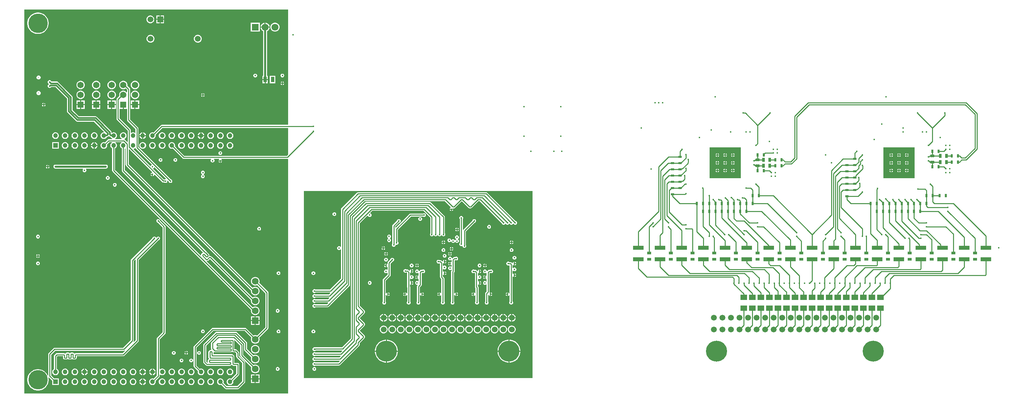
<source format=gbl>
G04*
G04 #@! TF.GenerationSoftware,Altium Limited,Altium Designer,24.1.2 (44)*
G04*
G04 Layer_Physical_Order=4*
G04 Layer_Color=16711680*
%FSLAX25Y25*%
%MOIN*%
G70*
G04*
G04 #@! TF.SameCoordinates,B5AD6C99-44BA-4BCA-A26F-11CA4035DA65*
G04*
G04*
G04 #@! TF.FilePolarity,Positive*
G04*
G01*
G75*
%ADD14C,0.01000*%
%ADD29R,0.03543X0.05709*%
%ADD30R,0.10630X0.04331*%
%ADD31R,0.03937X0.03150*%
%ADD32R,0.03150X0.03937*%
%ADD40R,0.07087X0.05197*%
%ADD44R,0.03701X0.02126*%
%ADD45R,0.02126X0.03701*%
%ADD97C,0.02016*%
%ADD98C,0.01500*%
%ADD100C,0.05965*%
%ADD101C,0.01083*%
%ADD102C,0.04724*%
%ADD103R,0.04724X0.04724*%
%ADD104R,0.07087X0.07087*%
%ADD105C,0.07087*%
%ADD106C,0.06791*%
%ADD107R,0.06791X0.06791*%
%ADD108C,0.06496*%
%ADD109R,0.06496X0.06496*%
%ADD110C,0.21260*%
%ADD111C,0.05906*%
%ADD112R,0.05906X0.05906*%
%ADD113C,0.19685*%
%ADD114C,0.01772*%
G36*
X269685Y274758D02*
X141339D01*
X140753Y274641D01*
X140257Y274310D01*
X132929Y266982D01*
X132332Y267142D01*
X131447D01*
X130592Y266913D01*
X129825Y266470D01*
X129199Y265844D01*
X128757Y265077D01*
X128528Y264222D01*
Y263337D01*
X128757Y262482D01*
X129199Y261715D01*
X129825Y261089D01*
X130592Y260647D01*
X131447Y260417D01*
X132332D01*
X133187Y260647D01*
X133954Y261089D01*
X134580Y261715D01*
X135023Y262482D01*
X135252Y263337D01*
Y264222D01*
X135092Y264819D01*
X141972Y271699D01*
X269685D01*
Y244687D01*
X268260Y243262D01*
X164255D01*
X156258Y251259D01*
X156258Y251259D01*
X154777Y252740D01*
X154937Y253337D01*
Y254222D01*
X154708Y255077D01*
X154265Y255844D01*
X153639Y256470D01*
X152873Y256913D01*
X152017Y257142D01*
X151132D01*
X150277Y256913D01*
X149510Y256470D01*
X148884Y255844D01*
X148442Y255077D01*
X148213Y254222D01*
Y253337D01*
X148442Y252482D01*
X148884Y251715D01*
X149510Y251089D01*
X150277Y250646D01*
X151132Y250417D01*
X152017D01*
X152614Y250577D01*
X154095Y249096D01*
X162541Y240651D01*
X163037Y240319D01*
X163622Y240203D01*
X191356D01*
X191563Y239703D01*
X191315Y239454D01*
X191028Y238761D01*
Y238011D01*
X191315Y237318D01*
X191845Y236787D01*
X192538Y236500D01*
X193289D01*
X193982Y236787D01*
X194512Y237318D01*
X194799Y238011D01*
Y238761D01*
X194512Y239454D01*
X194263Y239703D01*
X194470Y240203D01*
X199481D01*
X199538Y240103D01*
X199634Y239703D01*
X199189Y239257D01*
X198953Y238689D01*
X202622D01*
X202386Y239257D01*
X201940Y239703D01*
X202036Y240103D01*
X202094Y240203D01*
X268893D01*
X269185Y240261D01*
X269685Y239902D01*
Y1969D01*
X1969D01*
Y391732D01*
X269685D01*
Y274758D01*
D02*
G37*
G36*
X905118Y220472D02*
X873622D01*
Y251969D01*
X905118D01*
Y220472D01*
D02*
G37*
G36*
X728740D02*
X697244D01*
Y251969D01*
X728740D01*
Y220472D01*
D02*
G37*
G36*
X517717Y17717D02*
X285433D01*
Y207480D01*
X287285D01*
X287402Y207457D01*
X492126D01*
X492242Y207480D01*
X517717D01*
Y17717D01*
D02*
G37*
%LPC*%
G36*
X143717Y385842D02*
X140264D01*
Y382390D01*
X143717D01*
Y385842D01*
D02*
G37*
G36*
X139264D02*
X135811D01*
Y382390D01*
X139264D01*
Y385842D01*
D02*
G37*
G36*
X143717Y381390D02*
X140264D01*
Y377937D01*
X143717D01*
Y381390D01*
D02*
G37*
G36*
X139264D02*
X135811D01*
Y377937D01*
X139264D01*
Y381390D01*
D02*
G37*
G36*
X130284Y385842D02*
X129243D01*
X128238Y385573D01*
X127337Y385053D01*
X126601Y384317D01*
X126080Y383416D01*
X125811Y382410D01*
Y381369D01*
X126080Y380364D01*
X126601Y379463D01*
X127337Y378727D01*
X128238Y378206D01*
X129243Y377937D01*
X130284D01*
X131290Y378206D01*
X132191Y378727D01*
X132927Y379463D01*
X133447Y380364D01*
X133716Y381369D01*
Y382410D01*
X133447Y383416D01*
X132927Y384317D01*
X132191Y385053D01*
X131290Y385573D01*
X130284Y385842D01*
D02*
G37*
G36*
X246819Y378559D02*
X246721D01*
Y374516D01*
X250764D01*
Y374614D01*
X250454Y375769D01*
X249856Y376805D01*
X249010Y377651D01*
X247974Y378249D01*
X246819Y378559D01*
D02*
G37*
G36*
X245721D02*
X245622D01*
X244467Y378249D01*
X243431Y377651D01*
X242585Y376805D01*
X241987Y375769D01*
X241677Y374614D01*
Y374516D01*
X245721D01*
Y378559D01*
D02*
G37*
G36*
X256819D02*
X255622D01*
X254467Y378249D01*
X253431Y377651D01*
X252585Y376805D01*
X251987Y375769D01*
X251677Y374614D01*
Y373418D01*
X251987Y372262D01*
X252585Y371226D01*
X253431Y370380D01*
X254467Y369782D01*
X255622Y369472D01*
X256819D01*
X257974Y369782D01*
X259010Y370380D01*
X259856Y371226D01*
X260454Y372262D01*
X260764Y373418D01*
Y374614D01*
X260454Y375769D01*
X259856Y376805D01*
X259010Y377651D01*
X257974Y378249D01*
X256819Y378559D01*
D02*
G37*
G36*
X240764D02*
X231677D01*
Y369472D01*
X240764D01*
Y378559D01*
D02*
G37*
G36*
X16601Y388795D02*
X14895D01*
X13209Y388528D01*
X11586Y388001D01*
X10065Y387226D01*
X8685Y386223D01*
X7478Y385016D01*
X6475Y383635D01*
X5700Y382115D01*
X5173Y380492D01*
X4905Y378806D01*
Y377099D01*
X5173Y375414D01*
X5700Y373791D01*
X6475Y372270D01*
X7478Y370889D01*
X8685Y369683D01*
X10065Y368679D01*
X11586Y367905D01*
X13209Y367377D01*
X14895Y367110D01*
X16601D01*
X18287Y367377D01*
X19910Y367905D01*
X21431Y368679D01*
X22812Y369683D01*
X24018Y370889D01*
X25021Y372270D01*
X25796Y373791D01*
X26324Y375414D01*
X26591Y377099D01*
Y378806D01*
X26324Y380492D01*
X25796Y382115D01*
X25021Y383635D01*
X24018Y385016D01*
X22812Y386223D01*
X21431Y387226D01*
X19910Y388001D01*
X18287Y388528D01*
X16601Y388795D01*
D02*
G37*
G36*
X178445Y366187D02*
X177397D01*
X176384Y365916D01*
X175476Y365391D01*
X174735Y364650D01*
X174210Y363742D01*
X173939Y362729D01*
Y361680D01*
X174210Y360668D01*
X174735Y359759D01*
X175476Y359018D01*
X176384Y358494D01*
X177397Y358222D01*
X178445D01*
X179458Y358494D01*
X180366Y359018D01*
X181108Y359759D01*
X181632Y360668D01*
X181904Y361680D01*
Y362729D01*
X181632Y363742D01*
X181108Y364650D01*
X180366Y365391D01*
X179458Y365916D01*
X178445Y366187D01*
D02*
G37*
G36*
X130446D02*
X129397D01*
X128384Y365916D01*
X127476Y365391D01*
X126735Y364650D01*
X126210Y363742D01*
X125939Y362729D01*
Y361680D01*
X126210Y360668D01*
X126735Y359759D01*
X127476Y359018D01*
X128384Y358494D01*
X129397Y358222D01*
X130446D01*
X131458Y358494D01*
X132366Y359018D01*
X133108Y359759D01*
X133632Y360668D01*
X133904Y361680D01*
Y362729D01*
X133632Y363742D01*
X133108Y364650D01*
X132366Y365391D01*
X131458Y365916D01*
X130446Y366187D01*
D02*
G37*
G36*
X264155Y326689D02*
X263404D01*
X262711Y326402D01*
X262181Y325871D01*
X261894Y325178D01*
Y324428D01*
X262181Y323735D01*
X262711Y323204D01*
X263404Y322917D01*
X264155D01*
X264848Y323204D01*
X265378Y323735D01*
X265665Y324428D01*
Y325178D01*
X265378Y325871D01*
X264848Y326402D01*
X264155Y326689D01*
D02*
G37*
G36*
X236596D02*
X235845D01*
X235152Y326402D01*
X234622Y325871D01*
X234335Y325178D01*
Y324428D01*
X234622Y323735D01*
X235152Y323204D01*
X235845Y322917D01*
X236596D01*
X237289Y323204D01*
X237819Y323735D01*
X238106Y324428D01*
Y325178D01*
X237819Y325871D01*
X237289Y326402D01*
X236596Y326689D01*
D02*
G37*
G36*
X250764Y373516D02*
X241677D01*
Y373418D01*
X241987Y372262D01*
X242585Y371226D01*
X243431Y370380D01*
X244193Y369940D01*
Y324721D01*
X243488D01*
Y321366D01*
X246260D01*
X249031D01*
Y324721D01*
X248287D01*
Y369963D01*
X249010Y370380D01*
X249856Y371226D01*
X250454Y372262D01*
X250764Y373418D01*
Y373516D01*
D02*
G37*
G36*
X16753Y324917D02*
X15924D01*
X15159Y324600D01*
X14573Y324014D01*
X14256Y323249D01*
Y322420D01*
X14573Y321655D01*
X15159Y321069D01*
X15924Y320752D01*
X16753D01*
X17518Y321069D01*
X18104Y321655D01*
X18421Y322420D01*
Y323249D01*
X18104Y324014D01*
X17518Y324600D01*
X16753Y324917D01*
D02*
G37*
G36*
X264280Y318763D02*
Y317429D01*
X265614D01*
X265378Y317997D01*
X264848Y318528D01*
X264280Y318763D01*
D02*
G37*
G36*
X263280D02*
X262711Y318528D01*
X262181Y317997D01*
X261945Y317429D01*
X263280D01*
Y318763D01*
D02*
G37*
G36*
X256512Y324721D02*
X250969D01*
Y317012D01*
X256512D01*
Y324721D01*
D02*
G37*
G36*
X249031Y320366D02*
X246760D01*
Y317012D01*
X249031D01*
Y320366D01*
D02*
G37*
G36*
X245760D02*
X243488D01*
Y317012D01*
X245760D01*
Y320366D01*
D02*
G37*
G36*
X265614Y316429D02*
X264280D01*
Y315095D01*
X264848Y315330D01*
X265378Y315861D01*
X265614Y316429D01*
D02*
G37*
G36*
X263280D02*
X261945D01*
X262181Y315861D01*
X262711Y315330D01*
X263280Y315095D01*
Y316429D01*
D02*
G37*
G36*
X114733Y319524D02*
X113614D01*
X112533Y319234D01*
X111565Y318675D01*
X110774Y317884D01*
X110215Y316915D01*
X109925Y315835D01*
Y314716D01*
X110215Y313636D01*
X110774Y312667D01*
X111565Y311876D01*
X112533Y311317D01*
X113614Y311028D01*
X114733D01*
X115813Y311317D01*
X116782Y311876D01*
X117572Y312667D01*
X118132Y313636D01*
X118421Y314716D01*
Y315835D01*
X118132Y316915D01*
X117572Y317884D01*
X116782Y318675D01*
X115813Y319234D01*
X114733Y319524D01*
D02*
G37*
G36*
X91110D02*
X89992D01*
X88911Y319234D01*
X87943Y318675D01*
X87152Y317884D01*
X86593Y316915D01*
X86303Y315835D01*
Y314716D01*
X86593Y313636D01*
X87152Y312667D01*
X87943Y311876D01*
X88911Y311317D01*
X89992Y311028D01*
X91110D01*
X92191Y311317D01*
X93160Y311876D01*
X93950Y312667D01*
X94510Y313636D01*
X94799Y314716D01*
Y315835D01*
X94510Y316915D01*
X93950Y317884D01*
X93160Y318675D01*
X92191Y319234D01*
X91110Y319524D01*
D02*
G37*
G36*
X75362D02*
X74244D01*
X73163Y319234D01*
X72195Y318675D01*
X71404Y317884D01*
X70845Y316915D01*
X70555Y315835D01*
Y314716D01*
X70845Y313636D01*
X71404Y312667D01*
X72195Y311876D01*
X73163Y311317D01*
X74244Y311028D01*
X75362D01*
X76443Y311317D01*
X77412Y311876D01*
X78202Y312667D01*
X78762Y313636D01*
X79051Y314716D01*
Y315835D01*
X78762Y316915D01*
X78202Y317884D01*
X77412Y318675D01*
X76443Y319234D01*
X75362Y319524D01*
D02*
G37*
G36*
X59614D02*
X58496D01*
X57415Y319234D01*
X56447Y318675D01*
X55656Y317884D01*
X55097Y316915D01*
X54807Y315835D01*
Y314716D01*
X55097Y313636D01*
X55656Y312667D01*
X56447Y311876D01*
X57415Y311317D01*
X58496Y311028D01*
X59614D01*
X60695Y311317D01*
X61664Y311876D01*
X62454Y312667D01*
X63014Y313636D01*
X63303Y314716D01*
Y315835D01*
X63014Y316915D01*
X62454Y317884D01*
X61664Y318675D01*
X60695Y319234D01*
X59614Y319524D01*
D02*
G37*
G36*
X183571Y306952D02*
Y305618D01*
X184905D01*
X184670Y306186D01*
X184139Y306717D01*
X183571Y306952D01*
D02*
G37*
G36*
X182571D02*
X182003Y306717D01*
X181472Y306186D01*
X181237Y305618D01*
X182571D01*
Y306952D01*
D02*
G37*
G36*
X16753Y309169D02*
X15924D01*
X15159Y308852D01*
X14573Y308266D01*
X14256Y307501D01*
Y306672D01*
X14573Y305907D01*
X15159Y305321D01*
X15924Y305004D01*
X16753D01*
X17518Y305321D01*
X18104Y305907D01*
X18421Y306672D01*
Y307501D01*
X18104Y308266D01*
X17518Y308852D01*
X16753Y309169D01*
D02*
G37*
G36*
X184905Y304618D02*
X183571D01*
Y303284D01*
X184139Y303519D01*
X184670Y304050D01*
X184905Y304618D01*
D02*
G37*
G36*
X182571D02*
X181237D01*
X181472Y304050D01*
X182003Y303519D01*
X182571Y303284D01*
Y304618D01*
D02*
G37*
G36*
X114733Y309524D02*
X113614D01*
X112533Y309234D01*
X111565Y308675D01*
X110774Y307884D01*
X110215Y306915D01*
X109925Y305835D01*
Y304716D01*
X110215Y303636D01*
X110774Y302667D01*
X111565Y301876D01*
X112533Y301317D01*
X113614Y301028D01*
X114733D01*
X115813Y301317D01*
X116782Y301876D01*
X117572Y302667D01*
X118132Y303636D01*
X118421Y304716D01*
Y305835D01*
X118132Y306915D01*
X117572Y307884D01*
X116782Y308675D01*
X115813Y309234D01*
X114733Y309524D01*
D02*
G37*
G36*
X91110D02*
X89992D01*
X88911Y309234D01*
X87943Y308675D01*
X87152Y307884D01*
X86593Y306915D01*
X86303Y305835D01*
Y304716D01*
X86593Y303636D01*
X87152Y302667D01*
X87943Y301876D01*
X88911Y301317D01*
X89992Y301028D01*
X91110D01*
X92191Y301317D01*
X93160Y301876D01*
X93950Y302667D01*
X94510Y303636D01*
X94799Y304716D01*
Y305835D01*
X94510Y306915D01*
X93950Y307884D01*
X93160Y308675D01*
X92191Y309234D01*
X91110Y309524D01*
D02*
G37*
G36*
X75362D02*
X74244D01*
X73163Y309234D01*
X72195Y308675D01*
X71404Y307884D01*
X70845Y306915D01*
X70555Y305835D01*
Y304716D01*
X70845Y303636D01*
X71404Y302667D01*
X72195Y301876D01*
X73163Y301317D01*
X74244Y301028D01*
X75362D01*
X76443Y301317D01*
X77412Y301876D01*
X78202Y302667D01*
X78762Y303636D01*
X79051Y304716D01*
Y305835D01*
X78762Y306915D01*
X78202Y307884D01*
X77412Y308675D01*
X76443Y309234D01*
X75362Y309524D01*
D02*
G37*
G36*
X59614D02*
X58496D01*
X57415Y309234D01*
X56447Y308675D01*
X55656Y307884D01*
X55097Y306915D01*
X54807Y305835D01*
Y304716D01*
X55097Y303636D01*
X55656Y302667D01*
X56447Y301876D01*
X57415Y301317D01*
X58496Y301028D01*
X59614D01*
X60695Y301317D01*
X61664Y301876D01*
X62454Y302667D01*
X63014Y303636D01*
X63303Y304716D01*
Y305835D01*
X63014Y306915D01*
X62454Y307884D01*
X61664Y308675D01*
X60695Y309234D01*
X59614Y309524D01*
D02*
G37*
G36*
X118421Y299524D02*
X114673D01*
Y295776D01*
X118421D01*
Y299524D01*
D02*
G37*
G36*
X94799D02*
X91051D01*
Y295776D01*
X94799D01*
Y299524D01*
D02*
G37*
G36*
X79051D02*
X75303D01*
Y295776D01*
X79051D01*
Y299524D01*
D02*
G37*
G36*
X63303D02*
X59555D01*
Y295776D01*
X63303D01*
Y299524D01*
D02*
G37*
G36*
X113673D02*
X109925D01*
Y295776D01*
X113673D01*
Y299524D01*
D02*
G37*
G36*
X90051D02*
X86303D01*
Y295776D01*
X90051D01*
Y299524D01*
D02*
G37*
G36*
X74303D02*
X70555D01*
Y295776D01*
X74303D01*
Y299524D01*
D02*
G37*
G36*
X58555D02*
X54807D01*
Y295776D01*
X58555D01*
Y299524D01*
D02*
G37*
G36*
X22153Y297110D02*
Y295776D01*
X23488D01*
X23252Y296344D01*
X22722Y296874D01*
X22153Y297110D01*
D02*
G37*
G36*
X21154D02*
X20585Y296874D01*
X20055Y296344D01*
X19819Y295776D01*
X21154D01*
Y297110D01*
D02*
G37*
G36*
X23488Y294776D02*
X22153D01*
Y293442D01*
X22722Y293677D01*
X23252Y294207D01*
X23488Y294776D01*
D02*
G37*
G36*
X21154D02*
X19819D01*
X20055Y294207D01*
X20585Y293677D01*
X21154Y293442D01*
Y294776D01*
D02*
G37*
G36*
X118421Y294776D02*
X114673D01*
Y291028D01*
X118421D01*
Y294776D01*
D02*
G37*
G36*
X113673D02*
X109925D01*
Y291028D01*
X113673D01*
Y294776D01*
D02*
G37*
G36*
X94799D02*
X91051D01*
Y291028D01*
X94799D01*
Y294776D01*
D02*
G37*
G36*
X90051D02*
X86303D01*
Y291028D01*
X90051D01*
Y294776D01*
D02*
G37*
G36*
X79051D02*
X75303D01*
Y291028D01*
X79051D01*
Y294776D01*
D02*
G37*
G36*
X74303D02*
X70555D01*
Y291028D01*
X74303D01*
Y294776D01*
D02*
G37*
G36*
X63303D02*
X59555D01*
Y291028D01*
X63303D01*
Y294776D01*
D02*
G37*
G36*
X58555D02*
X54807D01*
Y291028D01*
X58555D01*
Y294776D01*
D02*
G37*
G36*
X181602Y267126D02*
Y264280D01*
X184449D01*
X184235Y265077D01*
X183793Y265844D01*
X183167Y266470D01*
X182400Y266913D01*
X181602Y267126D01*
D02*
G37*
G36*
X180602Y267126D02*
X179805Y266913D01*
X179038Y266470D01*
X178412Y265844D01*
X177969Y265077D01*
X177755Y264280D01*
X180602D01*
Y267126D01*
D02*
G37*
G36*
X122547Y267126D02*
Y264280D01*
X125394D01*
X125180Y265077D01*
X124738Y265844D01*
X124112Y266470D01*
X123345Y266913D01*
X122547Y267126D01*
D02*
G37*
G36*
X121547D02*
X120749Y266913D01*
X119983Y266470D01*
X119357Y265844D01*
X118914Y265077D01*
X118700Y264280D01*
X121547D01*
Y267126D01*
D02*
G37*
G36*
X180602Y263280D02*
X177755D01*
X177969Y262482D01*
X178412Y261715D01*
X179038Y261089D01*
X179805Y260647D01*
X180602Y260433D01*
Y263280D01*
D02*
G37*
G36*
X121547Y263280D02*
X118700D01*
X118914Y262482D01*
X119357Y261715D01*
X119983Y261089D01*
X120749Y260647D01*
X121547Y260433D01*
Y263280D01*
D02*
G37*
G36*
X125394D02*
X122547D01*
Y260433D01*
X123345Y260647D01*
X124112Y261089D01*
X124738Y261715D01*
X125180Y262482D01*
X125394Y263280D01*
D02*
G37*
G36*
X184449Y263280D02*
X181602D01*
Y260433D01*
X182400Y260647D01*
X183167Y261089D01*
X183793Y261715D01*
X184235Y262482D01*
X184449Y263280D01*
D02*
G37*
G36*
X211073Y267142D02*
X210187D01*
X209332Y266913D01*
X208565Y266470D01*
X207940Y265844D01*
X207497Y265077D01*
X207268Y264222D01*
Y263337D01*
X207497Y262482D01*
X207940Y261715D01*
X208565Y261089D01*
X209332Y260647D01*
X210187Y260417D01*
X211073D01*
X211928Y260647D01*
X212694Y261089D01*
X213320Y261715D01*
X213763Y262482D01*
X213992Y263337D01*
Y264222D01*
X213763Y265077D01*
X213320Y265844D01*
X212694Y266470D01*
X211928Y266913D01*
X211073Y267142D01*
D02*
G37*
G36*
X201230D02*
X200345D01*
X199490Y266913D01*
X198723Y266470D01*
X198097Y265844D01*
X197654Y265077D01*
X197425Y264222D01*
Y263337D01*
X197654Y262482D01*
X198097Y261715D01*
X198723Y261089D01*
X199490Y260647D01*
X200345Y260417D01*
X201230D01*
X202085Y260647D01*
X202852Y261089D01*
X203478Y261715D01*
X203921Y262482D01*
X204150Y263337D01*
Y264222D01*
X203921Y265077D01*
X203478Y265844D01*
X202852Y266470D01*
X202085Y266913D01*
X201230Y267142D01*
D02*
G37*
G36*
X191387D02*
X190502D01*
X189647Y266913D01*
X188880Y266470D01*
X188254Y265844D01*
X187812Y265077D01*
X187583Y264222D01*
Y263337D01*
X187812Y262482D01*
X188254Y261715D01*
X188880Y261089D01*
X189647Y260647D01*
X190502Y260417D01*
X191387D01*
X192243Y260647D01*
X193009Y261089D01*
X193635Y261715D01*
X194078Y262482D01*
X194307Y263337D01*
Y264222D01*
X194078Y265077D01*
X193635Y265844D01*
X193009Y266470D01*
X192243Y266913D01*
X191387Y267142D01*
D02*
G37*
G36*
X171703D02*
X170817D01*
X169962Y266913D01*
X169195Y266470D01*
X168569Y265844D01*
X168127Y265077D01*
X167898Y264222D01*
Y263337D01*
X168127Y262482D01*
X168569Y261715D01*
X169195Y261089D01*
X169962Y260647D01*
X170817Y260417D01*
X171703D01*
X172558Y260647D01*
X173324Y261089D01*
X173950Y261715D01*
X174393Y262482D01*
X174622Y263337D01*
Y264222D01*
X174393Y265077D01*
X173950Y265844D01*
X173324Y266470D01*
X172558Y266913D01*
X171703Y267142D01*
D02*
G37*
G36*
X161860D02*
X160975D01*
X160120Y266913D01*
X159353Y266470D01*
X158727Y265844D01*
X158284Y265077D01*
X158055Y264222D01*
Y263337D01*
X158284Y262482D01*
X158727Y261715D01*
X159353Y261089D01*
X160120Y260647D01*
X160975Y260417D01*
X161860D01*
X162715Y260647D01*
X163482Y261089D01*
X164108Y261715D01*
X164550Y262482D01*
X164779Y263337D01*
Y264222D01*
X164550Y265077D01*
X164108Y265844D01*
X163482Y266470D01*
X162715Y266913D01*
X161860Y267142D01*
D02*
G37*
G36*
X152017D02*
X151132D01*
X150277Y266913D01*
X149510Y266470D01*
X148884Y265844D01*
X148442Y265077D01*
X148213Y264222D01*
Y263337D01*
X148442Y262482D01*
X148884Y261715D01*
X149510Y261089D01*
X150277Y260647D01*
X151132Y260417D01*
X152017D01*
X152873Y260647D01*
X153639Y261089D01*
X154265Y261715D01*
X154708Y262482D01*
X154937Y263337D01*
Y264222D01*
X154708Y265077D01*
X154265Y265844D01*
X153639Y266470D01*
X152873Y266913D01*
X152017Y267142D01*
D02*
G37*
G36*
X142175D02*
X141290D01*
X140435Y266913D01*
X139668Y266470D01*
X139042Y265844D01*
X138599Y265077D01*
X138370Y264222D01*
Y263337D01*
X138599Y262482D01*
X139042Y261715D01*
X139668Y261089D01*
X140435Y260647D01*
X141290Y260417D01*
X142175D01*
X143030Y260647D01*
X143797Y261089D01*
X144423Y261715D01*
X144865Y262482D01*
X145095Y263337D01*
Y264222D01*
X144865Y265077D01*
X144423Y265844D01*
X143797Y266470D01*
X143030Y266913D01*
X142175Y267142D01*
D02*
G37*
G36*
X73277D02*
X72392D01*
X71537Y266913D01*
X70770Y266470D01*
X70144Y265844D01*
X69702Y265077D01*
X69472Y264222D01*
Y263337D01*
X69702Y262482D01*
X70144Y261715D01*
X70770Y261089D01*
X71537Y260647D01*
X72392Y260417D01*
X73277D01*
X74132Y260647D01*
X74899Y261089D01*
X75525Y261715D01*
X75968Y262482D01*
X76197Y263337D01*
Y264222D01*
X75968Y265077D01*
X75525Y265844D01*
X74899Y266470D01*
X74132Y266913D01*
X73277Y267142D01*
D02*
G37*
G36*
X63435D02*
X62550D01*
X61694Y266913D01*
X60928Y266470D01*
X60302Y265844D01*
X59859Y265077D01*
X59630Y264222D01*
Y263337D01*
X59859Y262482D01*
X60302Y261715D01*
X60928Y261089D01*
X61694Y260647D01*
X62550Y260417D01*
X63435D01*
X64290Y260647D01*
X65057Y261089D01*
X65683Y261715D01*
X66125Y262482D01*
X66354Y263337D01*
Y264222D01*
X66125Y265077D01*
X65683Y265844D01*
X65057Y266470D01*
X64290Y266913D01*
X63435Y267142D01*
D02*
G37*
G36*
X53592D02*
X52707D01*
X51852Y266913D01*
X51085Y266470D01*
X50459Y265844D01*
X50016Y265077D01*
X49787Y264222D01*
Y263337D01*
X50016Y262482D01*
X50459Y261715D01*
X51085Y261089D01*
X51852Y260647D01*
X52707Y260417D01*
X53592D01*
X54447Y260647D01*
X55214Y261089D01*
X55840Y261715D01*
X56283Y262482D01*
X56512Y263337D01*
Y264222D01*
X56283Y265077D01*
X55840Y265844D01*
X55214Y266470D01*
X54447Y266913D01*
X53592Y267142D01*
D02*
G37*
G36*
X43750D02*
X42864D01*
X42009Y266913D01*
X41243Y266470D01*
X40617Y265844D01*
X40174Y265077D01*
X39945Y264222D01*
Y263337D01*
X40174Y262482D01*
X40617Y261715D01*
X41243Y261089D01*
X42009Y260647D01*
X42864Y260417D01*
X43750D01*
X44605Y260647D01*
X45371Y261089D01*
X45998Y261715D01*
X46440Y262482D01*
X46669Y263337D01*
Y264222D01*
X46440Y265077D01*
X45998Y265844D01*
X45371Y266470D01*
X44605Y266913D01*
X43750Y267142D01*
D02*
G37*
G36*
X33907D02*
X33022D01*
X32167Y266913D01*
X31400Y266470D01*
X30774Y265844D01*
X30332Y265077D01*
X30102Y264222D01*
Y263337D01*
X30332Y262482D01*
X30774Y261715D01*
X31400Y261089D01*
X32167Y260647D01*
X33022Y260417D01*
X33907D01*
X34762Y260647D01*
X35529Y261089D01*
X36155Y261715D01*
X36598Y262482D01*
X36827Y263337D01*
Y264222D01*
X36598Y265077D01*
X36155Y265844D01*
X35529Y266470D01*
X34762Y266913D01*
X33907Y267142D01*
D02*
G37*
G36*
X27934Y320094D02*
X27184D01*
X26491Y319807D01*
X25960Y319277D01*
X25673Y318584D01*
Y317834D01*
X25960Y317140D01*
X26491Y316610D01*
X26667Y316537D01*
X26780Y316240D01*
X26667Y315944D01*
X26491Y315870D01*
X25960Y315340D01*
X25673Y314647D01*
Y313896D01*
X25960Y313203D01*
X26491Y312673D01*
X27184Y312386D01*
X27934D01*
X28627Y312673D01*
X29131Y313176D01*
X33513D01*
X45239Y301450D01*
Y288410D01*
X45375Y287727D01*
X45762Y287148D01*
X54437Y278472D01*
X54437Y278472D01*
X55016Y278086D01*
X55699Y277950D01*
X72506D01*
X82814Y267642D01*
X82607Y267142D01*
X82235D01*
X81379Y266913D01*
X80613Y266470D01*
X79987Y265844D01*
X79544Y265077D01*
X79315Y264222D01*
Y263337D01*
X79544Y262482D01*
X79987Y261715D01*
X80613Y261089D01*
X81379Y260647D01*
X82235Y260417D01*
X83120D01*
X83975Y260647D01*
X84742Y261089D01*
X85368Y261715D01*
X85810Y262482D01*
X85813Y262494D01*
X86403Y262611D01*
X86981Y262998D01*
X87598Y263615D01*
X88215Y262998D01*
X88794Y262611D01*
X89383Y262494D01*
X89387Y262482D01*
X89829Y261715D01*
X90455Y261089D01*
X91145Y260691D01*
X91145Y260433D01*
X91057Y260191D01*
X87559D01*
X86974Y260074D01*
X86478Y259743D01*
X83717Y256982D01*
X83120Y257142D01*
X82235D01*
X81379Y256913D01*
X80613Y256470D01*
X79987Y255844D01*
X79544Y255077D01*
X79315Y254222D01*
Y253337D01*
X79544Y252482D01*
X79987Y251715D01*
X80613Y251089D01*
X81379Y250646D01*
X82235Y250417D01*
X83120D01*
X83975Y250646D01*
X84742Y251089D01*
X85368Y251715D01*
X85810Y252482D01*
X86039Y253337D01*
Y254222D01*
X85879Y254819D01*
X88193Y257132D01*
X90602D01*
X90736Y256632D01*
X90455Y256470D01*
X89829Y255844D01*
X89387Y255077D01*
X89157Y254222D01*
Y253337D01*
X89387Y252482D01*
X89829Y251715D01*
X90455Y251089D01*
X90990Y250780D01*
Y228346D01*
X91107Y227761D01*
X91438Y227265D01*
X231904Y86799D01*
X231825Y86504D01*
Y85347D01*
X232124Y84228D01*
X232703Y83226D01*
X233522Y82408D01*
X234524Y81829D01*
X235642Y81529D01*
X236799D01*
X237917Y81829D01*
X238919Y82408D01*
X239738Y83226D01*
X240317Y84228D01*
X240616Y85347D01*
Y86504D01*
X240317Y87622D01*
X239738Y88624D01*
X238919Y89443D01*
X237917Y90021D01*
X236799Y90321D01*
X235642D01*
X234524Y90021D01*
X233563Y89466D01*
X187062Y135967D01*
X187253Y136429D01*
X187507D01*
X188092Y136545D01*
X188588Y136877D01*
X190129Y138417D01*
X231871Y96675D01*
X231825Y96504D01*
Y95346D01*
X232124Y94229D01*
X232703Y93226D01*
X233522Y92408D01*
X234524Y91829D01*
X235642Y91530D01*
X236799D01*
X237917Y91829D01*
X238919Y92408D01*
X239738Y93226D01*
X240317Y94229D01*
X240616Y95346D01*
Y96504D01*
X240317Y97622D01*
X239738Y98624D01*
X238919Y99443D01*
X237917Y100021D01*
X236799Y100321D01*
X235642D01*
X234524Y100021D01*
X233522Y99443D01*
X233475Y99396D01*
X192026Y140845D01*
X191662Y141210D01*
X191166Y141541D01*
X190580Y141658D01*
X190124D01*
X189677Y141659D01*
X189653Y142133D01*
Y142585D01*
X189537Y143170D01*
X189205Y143666D01*
X186937Y145934D01*
X186937Y145934D01*
X186121Y146751D01*
X103892Y228980D01*
Y250595D01*
X104246Y250803D01*
X104695Y250550D01*
Y234327D01*
X104811Y233741D01*
X105143Y233245D01*
X231837Y106551D01*
X231825Y106504D01*
Y105347D01*
X232124Y104228D01*
X232703Y103226D01*
X233522Y102408D01*
X234524Y101829D01*
X235642Y101530D01*
X236799D01*
X237917Y101829D01*
X238919Y102408D01*
X239738Y103226D01*
X240317Y104228D01*
X240616Y105347D01*
Y106504D01*
X240317Y107622D01*
X239738Y108624D01*
X238919Y109443D01*
X237917Y110021D01*
X236799Y110321D01*
X235642D01*
X234524Y110021D01*
X233522Y109443D01*
X233397Y109318D01*
X107754Y234960D01*
Y249952D01*
X108216Y250144D01*
X131602Y226757D01*
X131403Y226249D01*
X130822Y226008D01*
X130291Y225478D01*
X130056Y224909D01*
X131890D01*
Y224410D01*
X132390D01*
Y222575D01*
X132958Y222811D01*
X133489Y223341D01*
X133729Y223923D01*
X134238Y224122D01*
X141675Y216684D01*
X142171Y216353D01*
X142756Y216236D01*
X143853D01*
X144070Y216019D01*
X144763Y215732D01*
X145513D01*
X146206Y216019D01*
X146737Y216550D01*
X147024Y217243D01*
Y217862D01*
X147411Y218089D01*
X147486Y218108D01*
X148252Y217341D01*
Y217243D01*
X148539Y216550D01*
X149070Y216019D01*
X149763Y215732D01*
X150513D01*
X151206Y216019D01*
X151736Y216550D01*
X152024Y217243D01*
Y217993D01*
X151736Y218686D01*
X151206Y219217D01*
X150513Y219504D01*
X150415D01*
X117693Y252225D01*
Y271247D01*
X117577Y271832D01*
X117245Y272328D01*
X109207Y280367D01*
Y303787D01*
Y310988D01*
X109090Y311574D01*
X108759Y312070D01*
X106505Y314323D01*
X106610Y314716D01*
Y315835D01*
X106321Y316915D01*
X105762Y317884D01*
X104971Y318675D01*
X104002Y319234D01*
X102921Y319524D01*
X101803D01*
X100723Y319234D01*
X99754Y318675D01*
X98963Y317884D01*
X98404Y316915D01*
X98114Y315835D01*
Y314716D01*
X98404Y313636D01*
X98963Y312667D01*
X99754Y311876D01*
X100723Y311317D01*
X101803Y311028D01*
X102921D01*
X104002Y311317D01*
X104752Y311750D01*
X106148Y310355D01*
Y308158D01*
X105648Y307998D01*
X104971Y308675D01*
X104002Y309234D01*
X102921Y309524D01*
X101803D01*
X100723Y309234D01*
X99754Y308675D01*
X98963Y307884D01*
X98404Y306915D01*
X98114Y305835D01*
Y304716D01*
X98281Y304096D01*
X95966Y301781D01*
X95634Y301285D01*
X95518Y300699D01*
Y280906D01*
X95634Y280320D01*
X95966Y279824D01*
X106738Y269052D01*
Y257682D01*
X106276Y257490D01*
X104024Y259743D01*
X103528Y260074D01*
X103487Y260083D01*
X103470Y260596D01*
X103660Y260647D01*
X104427Y261089D01*
X105053Y261715D01*
X105495Y262482D01*
X105724Y263337D01*
Y264222D01*
X105495Y265077D01*
X105053Y265844D01*
X104427Y266470D01*
X103660Y266913D01*
X102805Y267142D01*
X101920D01*
X101064Y266913D01*
X100298Y266470D01*
X99672Y265844D01*
X99229Y265077D01*
X99000Y264222D01*
Y263337D01*
X99229Y262482D01*
X99672Y261715D01*
X100298Y261089D01*
X100988Y260691D01*
X100987Y260433D01*
X100899Y260191D01*
X93982D01*
X93895Y260433D01*
X93894Y260691D01*
X94584Y261089D01*
X95210Y261715D01*
X95653Y262482D01*
X95882Y263337D01*
Y264222D01*
X95653Y265077D01*
X95210Y265844D01*
X94584Y266470D01*
X93817Y266913D01*
X92962Y267142D01*
X92077D01*
X91222Y266913D01*
X90883Y266717D01*
X90383Y267005D01*
Y267209D01*
X90247Y267892D01*
X89860Y268471D01*
X89860Y268471D01*
X75335Y282996D01*
X74757Y283383D01*
X74074Y283518D01*
X57266D01*
X50807Y289977D01*
Y303018D01*
X50672Y303701D01*
X50285Y304279D01*
X36342Y318222D01*
X35763Y318609D01*
X35080Y318745D01*
X29620D01*
X29207Y319157D01*
X29158Y319277D01*
X28627Y319807D01*
X27934Y320094D01*
D02*
G37*
G36*
X73335Y257126D02*
Y254279D01*
X76182D01*
X75968Y255077D01*
X75525Y255844D01*
X74899Y256470D01*
X74132Y256913D01*
X73335Y257126D01*
D02*
G37*
G36*
X72335D02*
X71537Y256913D01*
X70770Y256470D01*
X70144Y255844D01*
X69702Y255077D01*
X69488Y254279D01*
X72335D01*
Y257126D01*
D02*
G37*
G36*
Y253279D02*
X69488D01*
X69702Y252482D01*
X70144Y251715D01*
X70770Y251089D01*
X71537Y250646D01*
X72335Y250433D01*
Y253279D01*
D02*
G37*
G36*
X76182D02*
X73335D01*
Y250433D01*
X74132Y250646D01*
X74899Y251089D01*
X75525Y251715D01*
X75968Y252482D01*
X76182Y253279D01*
D02*
G37*
G36*
X211073Y257142D02*
X210187D01*
X209332Y256913D01*
X208565Y256470D01*
X207940Y255844D01*
X207497Y255077D01*
X207268Y254222D01*
Y253337D01*
X207497Y252482D01*
X207940Y251715D01*
X208565Y251089D01*
X209332Y250646D01*
X210187Y250417D01*
X211073D01*
X211928Y250646D01*
X212694Y251089D01*
X213320Y251715D01*
X213763Y252482D01*
X213992Y253337D01*
Y254222D01*
X213763Y255077D01*
X213320Y255844D01*
X212694Y256470D01*
X211928Y256913D01*
X211073Y257142D01*
D02*
G37*
G36*
X201230D02*
X200345D01*
X199490Y256913D01*
X198723Y256470D01*
X198097Y255844D01*
X197654Y255077D01*
X197425Y254222D01*
Y253337D01*
X197654Y252482D01*
X198097Y251715D01*
X198723Y251089D01*
X199490Y250646D01*
X200345Y250417D01*
X201230D01*
X202085Y250646D01*
X202852Y251089D01*
X203478Y251715D01*
X203921Y252482D01*
X204150Y253337D01*
Y254222D01*
X203921Y255077D01*
X203478Y255844D01*
X202852Y256470D01*
X202085Y256913D01*
X201230Y257142D01*
D02*
G37*
G36*
X191387D02*
X190502D01*
X189647Y256913D01*
X188880Y256470D01*
X188254Y255844D01*
X187812Y255077D01*
X187583Y254222D01*
Y253337D01*
X187812Y252482D01*
X188254Y251715D01*
X188880Y251089D01*
X189647Y250646D01*
X190502Y250417D01*
X191387D01*
X192243Y250646D01*
X193009Y251089D01*
X193635Y251715D01*
X194078Y252482D01*
X194307Y253337D01*
Y254222D01*
X194078Y255077D01*
X193635Y255844D01*
X193009Y256470D01*
X192243Y256913D01*
X191387Y257142D01*
D02*
G37*
G36*
X181545D02*
X180660D01*
X179805Y256913D01*
X179038Y256470D01*
X178412Y255844D01*
X177969Y255077D01*
X177740Y254222D01*
Y253337D01*
X177969Y252482D01*
X178412Y251715D01*
X179038Y251089D01*
X179805Y250646D01*
X180660Y250417D01*
X181545D01*
X182400Y250646D01*
X183167Y251089D01*
X183793Y251715D01*
X184235Y252482D01*
X184465Y253337D01*
Y254222D01*
X184235Y255077D01*
X183793Y255844D01*
X183167Y256470D01*
X182400Y256913D01*
X181545Y257142D01*
D02*
G37*
G36*
X171703D02*
X170817D01*
X169962Y256913D01*
X169195Y256470D01*
X168569Y255844D01*
X168127Y255077D01*
X167898Y254222D01*
Y253337D01*
X168127Y252482D01*
X168569Y251715D01*
X169195Y251089D01*
X169962Y250646D01*
X170817Y250417D01*
X171703D01*
X172558Y250646D01*
X173324Y251089D01*
X173950Y251715D01*
X174393Y252482D01*
X174622Y253337D01*
Y254222D01*
X174393Y255077D01*
X173950Y255844D01*
X173324Y256470D01*
X172558Y256913D01*
X171703Y257142D01*
D02*
G37*
G36*
X161860D02*
X160975D01*
X160120Y256913D01*
X159353Y256470D01*
X158727Y255844D01*
X158284Y255077D01*
X158055Y254222D01*
Y253337D01*
X158284Y252482D01*
X158727Y251715D01*
X159353Y251089D01*
X160120Y250646D01*
X160975Y250417D01*
X161860D01*
X162715Y250646D01*
X163482Y251089D01*
X164108Y251715D01*
X164550Y252482D01*
X164779Y253337D01*
Y254222D01*
X164550Y255077D01*
X164108Y255844D01*
X163482Y256470D01*
X162715Y256913D01*
X161860Y257142D01*
D02*
G37*
G36*
X142175D02*
X141290D01*
X140435Y256913D01*
X139668Y256470D01*
X139042Y255844D01*
X138599Y255077D01*
X138370Y254222D01*
Y253337D01*
X138599Y252482D01*
X139042Y251715D01*
X139668Y251089D01*
X140435Y250646D01*
X141290Y250417D01*
X142175D01*
X143030Y250646D01*
X143797Y251089D01*
X144423Y251715D01*
X144865Y252482D01*
X145095Y253337D01*
Y254222D01*
X144865Y255077D01*
X144423Y255844D01*
X143797Y256470D01*
X143030Y256913D01*
X142175Y257142D01*
D02*
G37*
G36*
X132332D02*
X131447D01*
X130592Y256913D01*
X129825Y256470D01*
X129199Y255844D01*
X128757Y255077D01*
X128528Y254222D01*
Y253337D01*
X128757Y252482D01*
X129199Y251715D01*
X129825Y251089D01*
X130592Y250646D01*
X131447Y250417D01*
X132332D01*
X133187Y250646D01*
X133954Y251089D01*
X134580Y251715D01*
X135023Y252482D01*
X135252Y253337D01*
Y254222D01*
X135023Y255077D01*
X134580Y255844D01*
X133954Y256470D01*
X133187Y256913D01*
X132332Y257142D01*
D02*
G37*
G36*
X122490D02*
X121605D01*
X120749Y256913D01*
X119983Y256470D01*
X119357Y255844D01*
X118914Y255077D01*
X118685Y254222D01*
Y253337D01*
X118914Y252482D01*
X119357Y251715D01*
X119983Y251089D01*
X120749Y250646D01*
X121605Y250417D01*
X122490D01*
X123345Y250646D01*
X124112Y251089D01*
X124738Y251715D01*
X125180Y252482D01*
X125409Y253337D01*
Y254222D01*
X125180Y255077D01*
X124738Y255844D01*
X124112Y256470D01*
X123345Y256913D01*
X122490Y257142D01*
D02*
G37*
G36*
X63435D02*
X62550D01*
X61694Y256913D01*
X60928Y256470D01*
X60302Y255844D01*
X59859Y255077D01*
X59630Y254222D01*
Y253337D01*
X59859Y252482D01*
X60302Y251715D01*
X60928Y251089D01*
X61694Y250646D01*
X62550Y250417D01*
X63435D01*
X64290Y250646D01*
X65057Y251089D01*
X65683Y251715D01*
X66125Y252482D01*
X66354Y253337D01*
Y254222D01*
X66125Y255077D01*
X65683Y255844D01*
X65057Y256470D01*
X64290Y256913D01*
X63435Y257142D01*
D02*
G37*
G36*
X53592D02*
X52707D01*
X51852Y256913D01*
X51085Y256470D01*
X50459Y255844D01*
X50016Y255077D01*
X49787Y254222D01*
Y253337D01*
X50016Y252482D01*
X50459Y251715D01*
X51085Y251089D01*
X51852Y250646D01*
X52707Y250417D01*
X53592D01*
X54447Y250646D01*
X55214Y251089D01*
X55840Y251715D01*
X56283Y252482D01*
X56512Y253337D01*
Y254222D01*
X56283Y255077D01*
X55840Y255844D01*
X55214Y256470D01*
X54447Y256913D01*
X53592Y257142D01*
D02*
G37*
G36*
X43750D02*
X42864D01*
X42009Y256913D01*
X41243Y256470D01*
X40617Y255844D01*
X40174Y255077D01*
X39945Y254222D01*
Y253337D01*
X40174Y252482D01*
X40617Y251715D01*
X41243Y251089D01*
X42009Y250646D01*
X42864Y250417D01*
X43750D01*
X44605Y250646D01*
X45371Y251089D01*
X45998Y251715D01*
X46440Y252482D01*
X46669Y253337D01*
Y254222D01*
X46440Y255077D01*
X45998Y255844D01*
X45371Y256470D01*
X44605Y256913D01*
X43750Y257142D01*
D02*
G37*
G36*
X36827D02*
X30102D01*
Y250417D01*
X36827D01*
Y257142D01*
D02*
G37*
G36*
X201163Y247949D02*
X200412D01*
X199719Y247662D01*
X199189Y247131D01*
X198902Y246438D01*
Y245688D01*
X199189Y244995D01*
X199719Y244464D01*
X200412Y244177D01*
X201163D01*
X201856Y244464D01*
X202386Y244995D01*
X202673Y245688D01*
Y246438D01*
X202386Y247131D01*
X201856Y247662D01*
X201163Y247949D01*
D02*
G37*
G36*
X155513Y240961D02*
X154763D01*
X154070Y240673D01*
X153539Y240143D01*
X153252Y239450D01*
Y238700D01*
X153539Y238007D01*
X154070Y237476D01*
X154763Y237189D01*
X155513D01*
X156206Y237476D01*
X156737Y238007D01*
X157024Y238700D01*
Y239450D01*
X156737Y240143D01*
X156206Y240673D01*
X155513Y240961D01*
D02*
G37*
G36*
X140513D02*
X139763D01*
X139070Y240673D01*
X138539Y240143D01*
X138252Y239450D01*
Y238700D01*
X138539Y238007D01*
X139070Y237476D01*
X139763Y237189D01*
X140513D01*
X141206Y237476D01*
X141736Y238007D01*
X142024Y238700D01*
Y239450D01*
X141736Y240143D01*
X141206Y240673D01*
X140513Y240961D01*
D02*
G37*
G36*
X202622Y237689D02*
X201287D01*
Y236355D01*
X201856Y236590D01*
X202386Y237121D01*
X202622Y237689D01*
D02*
G37*
G36*
X200287D02*
X198953D01*
X199189Y237121D01*
X199719Y236590D01*
X200287Y236355D01*
Y237689D01*
D02*
G37*
G36*
X26091Y234118D02*
Y232784D01*
X27425D01*
X27189Y233352D01*
X26659Y233882D01*
X26091Y234118D01*
D02*
G37*
G36*
X25091D02*
X24522Y233882D01*
X23992Y233352D01*
X23756Y232784D01*
X25091D01*
Y234118D01*
D02*
G37*
G36*
X27425Y231784D02*
X26091D01*
Y230449D01*
X26659Y230685D01*
X27189Y231215D01*
X27425Y231784D01*
D02*
G37*
G36*
X25091D02*
X23756D01*
X23992Y231215D01*
X24522Y230685D01*
X25091Y230449D01*
Y231784D01*
D02*
G37*
G36*
X84646Y234331D02*
X33465D01*
X32681Y234175D01*
X32017Y233731D01*
X31573Y233067D01*
X31417Y232283D01*
X31573Y231500D01*
X32017Y230836D01*
X32681Y230392D01*
X33465Y230236D01*
X61311D01*
X61518Y229736D01*
X61393Y229611D01*
X61106Y228918D01*
Y228168D01*
X61393Y227475D01*
X61924Y226945D01*
X62617Y226658D01*
X63367D01*
X64060Y226945D01*
X64591Y227475D01*
X64878Y228168D01*
Y228918D01*
X64591Y229611D01*
X64466Y229736D01*
X64673Y230236D01*
X84646D01*
X85429Y230392D01*
X86093Y230836D01*
X86537Y231500D01*
X86693Y232283D01*
X86537Y233067D01*
X86093Y233731D01*
X85429Y234175D01*
X84646Y234331D01*
D02*
G37*
G36*
X131390Y223909D02*
X130056D01*
X130291Y223341D01*
X130822Y222811D01*
X131390Y222575D01*
Y223909D01*
D02*
G37*
G36*
X183446Y228264D02*
X182696D01*
X182003Y227977D01*
X181472Y227446D01*
X181185Y226753D01*
Y226003D01*
X181472Y225310D01*
X182003Y224779D01*
X182242Y224680D01*
Y224139D01*
X182003Y224040D01*
X181472Y223509D01*
X181185Y222816D01*
Y222066D01*
X181472Y221373D01*
X182003Y220842D01*
X182696Y220555D01*
X183446D01*
X184139Y220842D01*
X184670Y221373D01*
X184957Y222066D01*
Y222816D01*
X184670Y223509D01*
X184139Y224040D01*
X183900Y224139D01*
Y224680D01*
X184139Y224779D01*
X184670Y225310D01*
X184957Y226003D01*
Y226753D01*
X184670Y227446D01*
X184139Y227977D01*
X183446Y228264D01*
D02*
G37*
G36*
X86989Y222752D02*
X86239D01*
X85546Y222465D01*
X85015Y221934D01*
X84728Y221241D01*
Y220491D01*
X85015Y219798D01*
X85546Y219267D01*
X86239Y218980D01*
X86989D01*
X87682Y219267D01*
X88213Y219798D01*
X88500Y220491D01*
Y221241D01*
X88213Y221934D01*
X87682Y222465D01*
X86989Y222752D01*
D02*
G37*
G36*
X94060Y215681D02*
X93310D01*
X92617Y215394D01*
X92086Y214863D01*
X91799Y214170D01*
Y213420D01*
X92086Y212727D01*
X92617Y212196D01*
X93310Y211909D01*
X94060D01*
X94753Y212196D01*
X95284Y212727D01*
X95571Y213420D01*
Y214170D01*
X95284Y214863D01*
X94753Y215394D01*
X94060Y215681D01*
D02*
G37*
G36*
X240533Y171177D02*
X239782D01*
X239089Y170890D01*
X238559Y170360D01*
X238272Y169667D01*
Y168916D01*
X238559Y168223D01*
X239089Y167693D01*
X239782Y167405D01*
X240533D01*
X241226Y167693D01*
X241756Y168223D01*
X242043Y168916D01*
Y169667D01*
X241756Y170360D01*
X241226Y170890D01*
X240533Y171177D01*
D02*
G37*
G36*
X138170Y161335D02*
X137420D01*
X136727Y161047D01*
X136197Y160517D01*
X136097Y160278D01*
X135556D01*
X135457Y160517D01*
X134926Y161047D01*
X134233Y161335D01*
X133483D01*
X132790Y161047D01*
X132260Y160517D01*
X131973Y159824D01*
Y159726D01*
X110336Y138089D01*
X110004Y137593D01*
X109888Y137008D01*
Y56145D01*
X102122Y48380D01*
X32677D01*
X32092Y48263D01*
X31596Y47932D01*
X26625Y42962D01*
X26294Y42465D01*
X26177Y41880D01*
Y20263D01*
X25677Y20143D01*
X25021Y21431D01*
X24018Y22812D01*
X22812Y24018D01*
X21431Y25021D01*
X19910Y25796D01*
X18287Y26324D01*
X16601Y26591D01*
X14895D01*
X13209Y26324D01*
X11586Y25796D01*
X10065Y25021D01*
X8685Y24018D01*
X7478Y22812D01*
X6475Y21431D01*
X5700Y19910D01*
X5173Y18287D01*
X4905Y16601D01*
Y14895D01*
X5173Y13209D01*
X5700Y11586D01*
X6475Y10065D01*
X7478Y8685D01*
X8685Y7478D01*
X10065Y6475D01*
X11586Y5700D01*
X13209Y5173D01*
X14895Y4905D01*
X16601D01*
X18287Y5173D01*
X19910Y5700D01*
X21431Y6475D01*
X22812Y7478D01*
X24018Y8685D01*
X25021Y10065D01*
X25796Y11586D01*
X26324Y13209D01*
X26591Y14895D01*
Y16601D01*
X26368Y18006D01*
X26836Y18245D01*
X30102Y14979D01*
Y10417D01*
X36827D01*
Y17142D01*
X32265D01*
X29236Y20171D01*
Y41247D01*
X33311Y45321D01*
X102756D01*
X103341Y45437D01*
X103738Y45703D01*
X104057Y45314D01*
X101611Y42868D01*
X54128D01*
X53543Y42752D01*
X53197Y42520D01*
X53015Y42435D01*
X52561Y42641D01*
X52443Y42818D01*
X52225Y43036D01*
X51729Y43367D01*
X51143Y43483D01*
X49398D01*
X48813Y43367D01*
X48451Y43125D01*
X48317Y43036D01*
X47862D01*
X47728Y43125D01*
X47366Y43367D01*
X46781Y43483D01*
X45036D01*
X44451Y43367D01*
X43955Y43036D01*
X43737Y42818D01*
X43619Y42641D01*
X43165Y42435D01*
X42983Y42520D01*
X42636Y42752D01*
X42051Y42868D01*
X35039D01*
X34454Y42752D01*
X33958Y42420D01*
X32383Y40845D01*
X32052Y40349D01*
X31935Y39764D01*
Y26779D01*
X31400Y26470D01*
X30774Y25844D01*
X30332Y25077D01*
X30102Y24222D01*
Y23337D01*
X30332Y22482D01*
X30774Y21715D01*
X31400Y21089D01*
X32167Y20647D01*
X33022Y20417D01*
X33907D01*
X34762Y20647D01*
X35529Y21089D01*
X36155Y21715D01*
X36598Y22482D01*
X36827Y23337D01*
Y24222D01*
X36598Y25077D01*
X36155Y25844D01*
X35529Y26470D01*
X34994Y26779D01*
Y39130D01*
X35673Y39809D01*
X41108D01*
Y38147D01*
X41224Y37561D01*
X41556Y37065D01*
X41774Y36847D01*
X42270Y36516D01*
X42855Y36399D01*
X44600D01*
X45185Y36516D01*
X45681Y36847D01*
X45909Y37057D01*
X46136Y36847D01*
X46136Y36847D01*
X46270Y36757D01*
X46632Y36516D01*
X47217Y36399D01*
X48962D01*
X49547Y36516D01*
X50044Y36847D01*
X50271Y37057D01*
X50498Y36847D01*
X50498Y36847D01*
X50632Y36757D01*
X50994Y36516D01*
X51579Y36399D01*
X53324D01*
X53910Y36516D01*
X54406Y36847D01*
X54624Y37065D01*
X54956Y37561D01*
X55072Y38147D01*
Y39809D01*
X102244D01*
X102829Y39926D01*
X103325Y40257D01*
X117499Y54430D01*
X117830Y54927D01*
X117947Y55512D01*
Y137437D01*
X138072Y157563D01*
X138170D01*
X138864Y157850D01*
X139394Y158381D01*
X139681Y159074D01*
Y159824D01*
X139394Y160517D01*
X138864Y161047D01*
X138170Y161335D01*
D02*
G37*
G36*
X16123Y163106D02*
X15373D01*
X14680Y162819D01*
X14149Y162289D01*
X13862Y161596D01*
Y160845D01*
X14149Y160152D01*
X14680Y159622D01*
X15373Y159335D01*
X16123D01*
X16816Y159622D01*
X17347Y160152D01*
X17634Y160845D01*
Y161596D01*
X17347Y162289D01*
X16816Y162819D01*
X16123Y163106D01*
D02*
G37*
G36*
X16248Y143369D02*
Y142035D01*
X17582D01*
X17347Y142604D01*
X16816Y143134D01*
X16248Y143369D01*
D02*
G37*
G36*
X15248D02*
X14680Y143134D01*
X14149Y142604D01*
X13914Y142035D01*
X15248D01*
Y143369D01*
D02*
G37*
G36*
X17582Y141035D02*
X16248D01*
Y139701D01*
X16816Y139937D01*
X17347Y140467D01*
X17582Y141035D01*
D02*
G37*
G36*
X15248D02*
X13914D01*
X14149Y140467D01*
X14680Y139937D01*
X15248Y139701D01*
Y141035D01*
D02*
G37*
G36*
X16123Y135941D02*
X15373D01*
X14680Y135654D01*
X14149Y135123D01*
X13862Y134430D01*
Y133680D01*
X14149Y132987D01*
X14680Y132456D01*
X15373Y132169D01*
X16123D01*
X16816Y132456D01*
X17347Y132987D01*
X17634Y133680D01*
Y134430D01*
X17347Y135123D01*
X16816Y135654D01*
X16123Y135941D01*
D02*
G37*
G36*
X260218Y125902D02*
X259467D01*
X258774Y125615D01*
X258244Y125084D01*
X257957Y124391D01*
Y123641D01*
X258244Y122948D01*
X258774Y122417D01*
X259467Y122130D01*
X260218D01*
X260911Y122417D01*
X261441Y122948D01*
X261728Y123641D01*
Y124391D01*
X261441Y125084D01*
X260911Y125615D01*
X260218Y125902D01*
D02*
G37*
G36*
X259332Y87811D02*
X258582D01*
X257889Y87524D01*
X257358Y86993D01*
X257071Y86300D01*
Y85550D01*
X257358Y84857D01*
X257889Y84326D01*
X258582Y84039D01*
X259332D01*
X260025Y84326D01*
X260555Y84857D01*
X260842Y85550D01*
Y86300D01*
X260555Y86993D01*
X260025Y87524D01*
X259332Y87811D01*
D02*
G37*
G36*
X240616Y80321D02*
X236720D01*
Y76425D01*
X240616D01*
Y80321D01*
D02*
G37*
G36*
X235720D02*
X231825D01*
Y76425D01*
X235720D01*
Y80321D01*
D02*
G37*
G36*
X240616Y75425D02*
X236720D01*
Y71530D01*
X240616D01*
Y75425D01*
D02*
G37*
G36*
X235720D02*
X231825D01*
Y71530D01*
X235720D01*
Y75425D01*
D02*
G37*
G36*
X260218Y66847D02*
X259467D01*
X258774Y66559D01*
X258244Y66029D01*
X257957Y65336D01*
Y64586D01*
X258244Y63892D01*
X258774Y63362D01*
X259467Y63075D01*
X260218D01*
X260911Y63362D01*
X261441Y63892D01*
X261728Y64586D01*
Y65336D01*
X261441Y66029D01*
X260911Y66559D01*
X260218Y66847D01*
D02*
G37*
G36*
X183446D02*
X182696D01*
X182003Y66559D01*
X181472Y66029D01*
X181185Y65336D01*
Y64586D01*
X181472Y63892D01*
X182003Y63362D01*
X182696Y63075D01*
X183446D01*
X184139Y63362D01*
X184670Y63892D01*
X184957Y64586D01*
Y65336D01*
X184670Y66029D01*
X184139Y66559D01*
X183446Y66847D01*
D02*
G37*
G36*
X236799Y120321D02*
X235642D01*
X234524Y120021D01*
X233522Y119443D01*
X232703Y118624D01*
X232124Y117622D01*
X231825Y116504D01*
Y115347D01*
X232124Y114228D01*
X232703Y113226D01*
X233522Y112408D01*
X234524Y111829D01*
X235642Y111530D01*
X236799D01*
X237917Y111829D01*
X238204Y111995D01*
X246502Y103697D01*
Y69315D01*
X238067Y60880D01*
X237917Y60966D01*
X236799Y61266D01*
X235642D01*
X234524Y60966D01*
X234374Y60880D01*
X227243Y68011D01*
X226747Y68342D01*
X226161Y68458D01*
X192913D01*
X192328Y68342D01*
X191832Y68011D01*
X174115Y50294D01*
X173784Y49798D01*
X173668Y49213D01*
Y29685D01*
X173784Y29100D01*
X174115Y28604D01*
X177900Y24819D01*
X177740Y24222D01*
Y23337D01*
X177969Y22482D01*
X178412Y21715D01*
X179038Y21089D01*
X179805Y20647D01*
X180660Y20417D01*
X181545D01*
X182400Y20647D01*
X183167Y21089D01*
X183793Y21715D01*
X184235Y22482D01*
X184465Y23337D01*
Y24222D01*
X184235Y25077D01*
X183793Y25844D01*
X183167Y26470D01*
X182400Y26913D01*
X181545Y27142D01*
X180660D01*
X180063Y26982D01*
X176726Y30318D01*
Y48579D01*
X193547Y65400D01*
X225528D01*
X232211Y58717D01*
X232124Y58567D01*
X231825Y57449D01*
Y56291D01*
X232124Y55173D01*
X232703Y54171D01*
X233522Y53353D01*
X234524Y52774D01*
X235642Y52474D01*
X236799D01*
X237917Y52774D01*
X238919Y53353D01*
X239738Y54171D01*
X240317Y55173D01*
X240616Y56291D01*
Y57449D01*
X240317Y58567D01*
X240230Y58717D01*
X249113Y67600D01*
X249445Y68096D01*
X249561Y68681D01*
Y104331D01*
X249445Y104916D01*
X249113Y105412D01*
X240309Y114216D01*
X240317Y114228D01*
X240616Y115347D01*
Y116504D01*
X240317Y117622D01*
X239738Y118624D01*
X238919Y119443D01*
X237917Y120021D01*
X236799Y120321D01*
D02*
G37*
G36*
X166642Y45141D02*
Y43807D01*
X167976D01*
X167740Y44375D01*
X167210Y44906D01*
X166642Y45141D01*
D02*
G37*
G36*
X165642D02*
X165074Y44906D01*
X164543Y44375D01*
X164308Y43807D01*
X165642D01*
Y45141D01*
D02*
G37*
G36*
X236799Y51266D02*
X235642D01*
X234524Y50966D01*
X233522Y50388D01*
X232703Y49569D01*
X232124Y48567D01*
X231825Y47449D01*
Y46291D01*
X232124Y45173D01*
X232703Y44171D01*
X233522Y43353D01*
X234524Y42774D01*
X235642Y42474D01*
X236799D01*
X237917Y42774D01*
X238919Y43353D01*
X239738Y44171D01*
X240317Y45173D01*
X240616Y46291D01*
Y47449D01*
X240317Y48567D01*
X239738Y49569D01*
X238919Y50388D01*
X237917Y50966D01*
X236799Y51266D01*
D02*
G37*
G36*
X167976Y42807D02*
X166642D01*
Y41473D01*
X167210Y41708D01*
X167740Y42239D01*
X167976Y42807D01*
D02*
G37*
G36*
X165642D02*
X164308D01*
X164543Y42239D01*
X165074Y41708D01*
X165642Y41473D01*
Y42807D01*
D02*
G37*
G36*
X179509Y44996D02*
X178759D01*
X178066Y44709D01*
X177535Y44179D01*
X177248Y43485D01*
Y42735D01*
X177535Y42042D01*
X178066Y41511D01*
X178759Y41224D01*
X179509D01*
X180202Y41511D01*
X180733Y42042D01*
X181020Y42735D01*
Y43485D01*
X180733Y44179D01*
X180202Y44709D01*
X179509Y44996D01*
D02*
G37*
G36*
X153918D02*
X153168D01*
X152475Y44709D01*
X151945Y44179D01*
X151657Y43485D01*
Y42735D01*
X151945Y42042D01*
X152475Y41511D01*
X153168Y41224D01*
X153918D01*
X154612Y41511D01*
X155142Y42042D01*
X155429Y42735D01*
Y43485D01*
X155142Y44179D01*
X154612Y44709D01*
X153918Y44996D01*
D02*
G37*
G36*
X171635Y37319D02*
X170885D01*
X170192Y37032D01*
X169661Y36501D01*
X169374Y35808D01*
Y35058D01*
X169661Y34365D01*
X170192Y33834D01*
X170885Y33547D01*
X171635D01*
X172328Y33834D01*
X172859Y34365D01*
X173146Y35058D01*
Y35808D01*
X172859Y36501D01*
X172328Y37032D01*
X171635Y37319D01*
D02*
G37*
G36*
X161792D02*
X161042D01*
X160349Y37032D01*
X159819Y36501D01*
X159531Y35808D01*
Y35058D01*
X159819Y34365D01*
X160349Y33834D01*
X161042Y33547D01*
X161792D01*
X162486Y33834D01*
X163016Y34365D01*
X163303Y35058D01*
Y35808D01*
X163016Y36501D01*
X162486Y37032D01*
X161792Y37319D01*
D02*
G37*
G36*
X216535Y64521D02*
X196850D01*
X196265Y64405D01*
X195769Y64074D01*
X183958Y52263D01*
X183626Y51766D01*
X183510Y51181D01*
Y33710D01*
X183626Y33125D01*
X183958Y32629D01*
X186172Y30415D01*
X186669Y30083D01*
X187254Y29967D01*
X210577D01*
X211162Y30083D01*
X211659Y30415D01*
X211978Y30734D01*
X212330Y31052D01*
X212648Y30737D01*
X212970Y30415D01*
X213466Y30083D01*
X214051Y29967D01*
X216974D01*
Y22287D01*
X211669Y16982D01*
X211073Y17142D01*
X210187D01*
X209332Y16913D01*
X208565Y16470D01*
X207940Y15844D01*
X207497Y15077D01*
X207268Y14222D01*
Y13337D01*
X207497Y12482D01*
X207940Y11715D01*
X208565Y11089D01*
X209332Y10646D01*
X210187Y10417D01*
X211073D01*
X211928Y10646D01*
X212694Y11089D01*
X213320Y11715D01*
X213763Y12482D01*
X213992Y13337D01*
Y14222D01*
X213832Y14819D01*
X219585Y20572D01*
X219917Y21068D01*
X220033Y21654D01*
Y31496D01*
X219917Y32081D01*
X219585Y32577D01*
X219089Y32909D01*
X218504Y33026D01*
X214942D01*
Y39566D01*
X214826Y40151D01*
X214494Y40648D01*
X213840Y41302D01*
X213344Y41633D01*
X212758Y41750D01*
X193841D01*
Y43697D01*
X194319Y43977D01*
X194322Y43977D01*
X194493Y43863D01*
X195078Y43746D01*
X211207D01*
X211792Y43863D01*
X212288Y44194D01*
X212631Y44536D01*
X212973Y44194D01*
X213469Y43863D01*
X214054Y43746D01*
X215902D01*
X216974Y42674D01*
Y39370D01*
X217091Y38785D01*
X217423Y38289D01*
X222880Y32831D01*
Y14413D01*
X217870Y9403D01*
X207326D01*
X203990Y12740D01*
X204150Y13337D01*
Y14222D01*
X203921Y15077D01*
X203478Y15844D01*
X202852Y16470D01*
X202085Y16913D01*
X201230Y17142D01*
X200345D01*
X199490Y16913D01*
X198723Y16470D01*
X198097Y15844D01*
X197654Y15077D01*
X197425Y14222D01*
Y13337D01*
X197654Y12482D01*
X198097Y11715D01*
X198723Y11089D01*
X199490Y10646D01*
X200345Y10417D01*
X201230D01*
X201827Y10577D01*
X205611Y6793D01*
X206108Y6461D01*
X206693Y6345D01*
X218504D01*
X219089Y6461D01*
X219585Y6793D01*
X225491Y12698D01*
X225822Y13194D01*
X225939Y13780D01*
Y33465D01*
X225822Y34050D01*
X225491Y34546D01*
X220033Y40004D01*
Y43307D01*
X219917Y43892D01*
X219585Y44388D01*
X217617Y46357D01*
X217121Y46689D01*
X216535Y46805D01*
X215060D01*
Y55464D01*
X215003Y55749D01*
X215464Y55995D01*
X220912Y50548D01*
Y40650D01*
X221028Y40064D01*
X221359Y39568D01*
X232211Y28717D01*
X232124Y28567D01*
X231825Y27449D01*
Y26291D01*
X232124Y25173D01*
X232703Y24171D01*
X233522Y23353D01*
X234524Y22774D01*
X235642Y22474D01*
X236799D01*
X237917Y22774D01*
X238919Y23353D01*
X239738Y24171D01*
X240317Y25173D01*
X240616Y26291D01*
Y27449D01*
X240317Y28567D01*
X239738Y29569D01*
X238919Y30387D01*
X237917Y30966D01*
X236799Y31266D01*
X235642D01*
X234524Y30966D01*
X234374Y30880D01*
X223970Y41283D01*
Y51181D01*
X223854Y51766D01*
X223522Y52263D01*
X215648Y60137D01*
X215152Y60468D01*
X214567Y60584D01*
X198819D01*
X198234Y60468D01*
X197738Y60137D01*
X191832Y54231D01*
X191500Y53735D01*
X191384Y53150D01*
Y47440D01*
X191500Y46855D01*
X191665Y46609D01*
X191395Y46112D01*
X190785D01*
X190200Y45996D01*
X189704Y45664D01*
X189049Y45010D01*
X188718Y44514D01*
X188601Y43928D01*
Y38694D01*
X188718Y38108D01*
X189049Y37612D01*
X189174Y37488D01*
X189130Y37047D01*
X189032Y36922D01*
X188395Y36285D01*
X188064Y35789D01*
X187947Y35204D01*
Y34332D01*
X188026Y33933D01*
X187787Y33463D01*
X187706Y33381D01*
X187555Y33358D01*
X186569Y34344D01*
Y50548D01*
X197484Y61463D01*
X215902D01*
X224849Y52516D01*
Y46713D01*
X224965Y46127D01*
X225296Y45631D01*
X232211Y38717D01*
X232124Y38567D01*
X231825Y37449D01*
Y36291D01*
X232124Y35173D01*
X232703Y34171D01*
X233522Y33353D01*
X234524Y32774D01*
X235642Y32474D01*
X236799D01*
X237917Y32774D01*
X238919Y33353D01*
X239738Y34171D01*
X240317Y35173D01*
X240616Y36291D01*
Y37449D01*
X240317Y38567D01*
X239738Y39569D01*
X238919Y40387D01*
X237917Y40966D01*
X236799Y41266D01*
X235642D01*
X234524Y40966D01*
X234374Y40880D01*
X227907Y47346D01*
Y53150D01*
X227791Y53735D01*
X227459Y54231D01*
X217617Y64074D01*
X217121Y64405D01*
X216535Y64521D01*
D02*
G37*
G36*
X259332Y28756D02*
X258582D01*
X257889Y28469D01*
X257358Y27938D01*
X257071Y27245D01*
Y26495D01*
X257358Y25802D01*
X257889Y25271D01*
X258582Y24984D01*
X259332D01*
X260025Y25271D01*
X260555Y25802D01*
X260842Y26495D01*
Y27245D01*
X260555Y27938D01*
X260025Y28469D01*
X259332Y28756D01*
D02*
G37*
G36*
X132390Y27126D02*
Y24280D01*
X135237D01*
X135023Y25077D01*
X134580Y25844D01*
X133954Y26470D01*
X133187Y26913D01*
X132390Y27126D01*
D02*
G37*
G36*
X122547D02*
Y24280D01*
X125394D01*
X125180Y25077D01*
X124738Y25844D01*
X124112Y26470D01*
X123345Y26913D01*
X122547Y27126D01*
D02*
G37*
G36*
X63492D02*
Y24280D01*
X66339D01*
X66125Y25077D01*
X65683Y25844D01*
X65057Y26470D01*
X64290Y26913D01*
X63492Y27126D01*
D02*
G37*
G36*
X131390D02*
X130592Y26913D01*
X129825Y26470D01*
X129199Y25844D01*
X128757Y25077D01*
X128543Y24280D01*
X131390D01*
Y27126D01*
D02*
G37*
G36*
X121547D02*
X120749Y26913D01*
X119983Y26470D01*
X119357Y25844D01*
X118914Y25077D01*
X118700Y24280D01*
X121547D01*
Y27126D01*
D02*
G37*
G36*
X62492D02*
X61694Y26913D01*
X60928Y26470D01*
X60302Y25844D01*
X59859Y25077D01*
X59645Y24280D01*
X62492D01*
Y27126D01*
D02*
G37*
G36*
X125394Y23280D02*
X122547D01*
Y20433D01*
X123345Y20647D01*
X124112Y21089D01*
X124738Y21715D01*
X125180Y22482D01*
X125394Y23280D01*
D02*
G37*
G36*
X135237D02*
X132390D01*
Y20433D01*
X133187Y20647D01*
X133954Y21089D01*
X134580Y21715D01*
X135023Y22482D01*
X135237Y23280D01*
D02*
G37*
G36*
X66339D02*
X63492D01*
Y20433D01*
X64290Y20647D01*
X65057Y21089D01*
X65683Y21715D01*
X66125Y22482D01*
X66339Y23280D01*
D02*
G37*
G36*
X62492D02*
X59645D01*
X59859Y22482D01*
X60302Y21715D01*
X60928Y21089D01*
X61694Y20647D01*
X62492Y20433D01*
Y23280D01*
D02*
G37*
G36*
X131390D02*
X128543D01*
X128757Y22482D01*
X129199Y21715D01*
X129825Y21089D01*
X130592Y20647D01*
X131390Y20433D01*
Y23280D01*
D02*
G37*
G36*
X121547D02*
X118700D01*
X118914Y22482D01*
X119357Y21715D01*
X119983Y21089D01*
X120749Y20647D01*
X121547Y20433D01*
Y23280D01*
D02*
G37*
G36*
X211073Y27142D02*
X210187D01*
X209332Y26913D01*
X208565Y26470D01*
X207940Y25844D01*
X207497Y25077D01*
X207268Y24222D01*
Y23337D01*
X207497Y22482D01*
X207940Y21715D01*
X208565Y21089D01*
X209332Y20647D01*
X210187Y20417D01*
X211073D01*
X211928Y20647D01*
X212694Y21089D01*
X213320Y21715D01*
X213763Y22482D01*
X213992Y23337D01*
Y24222D01*
X213763Y25077D01*
X213320Y25844D01*
X212694Y26470D01*
X211928Y26913D01*
X211073Y27142D01*
D02*
G37*
G36*
X201230D02*
X200345D01*
X199490Y26913D01*
X198723Y26470D01*
X198097Y25844D01*
X197654Y25077D01*
X197425Y24222D01*
Y23337D01*
X197654Y22482D01*
X198097Y21715D01*
X198723Y21089D01*
X199490Y20647D01*
X200345Y20417D01*
X201230D01*
X202085Y20647D01*
X202852Y21089D01*
X203478Y21715D01*
X203921Y22482D01*
X204150Y23337D01*
Y24222D01*
X203921Y25077D01*
X203478Y25844D01*
X202852Y26470D01*
X202085Y26913D01*
X201230Y27142D01*
D02*
G37*
G36*
X191387D02*
X190502D01*
X189647Y26913D01*
X188880Y26470D01*
X188254Y25844D01*
X187812Y25077D01*
X187583Y24222D01*
Y23337D01*
X187812Y22482D01*
X188254Y21715D01*
X188880Y21089D01*
X189647Y20647D01*
X190502Y20417D01*
X191387D01*
X192243Y20647D01*
X193009Y21089D01*
X193635Y21715D01*
X194078Y22482D01*
X194307Y23337D01*
Y24222D01*
X194078Y25077D01*
X193635Y25844D01*
X193009Y26470D01*
X192243Y26913D01*
X191387Y27142D01*
D02*
G37*
G36*
X171703D02*
X170817D01*
X169962Y26913D01*
X169195Y26470D01*
X168569Y25844D01*
X168127Y25077D01*
X167898Y24222D01*
Y23337D01*
X168127Y22482D01*
X168569Y21715D01*
X169195Y21089D01*
X169962Y20647D01*
X170817Y20417D01*
X171703D01*
X172558Y20647D01*
X173324Y21089D01*
X173950Y21715D01*
X174393Y22482D01*
X174622Y23337D01*
Y24222D01*
X174393Y25077D01*
X173950Y25844D01*
X173324Y26470D01*
X172558Y26913D01*
X171703Y27142D01*
D02*
G37*
G36*
X161860D02*
X160975D01*
X160120Y26913D01*
X159353Y26470D01*
X158727Y25844D01*
X158284Y25077D01*
X158055Y24222D01*
Y23337D01*
X158284Y22482D01*
X158727Y21715D01*
X159353Y21089D01*
X160120Y20647D01*
X160975Y20417D01*
X161860D01*
X162715Y20647D01*
X163482Y21089D01*
X164108Y21715D01*
X164550Y22482D01*
X164779Y23337D01*
Y24222D01*
X164550Y25077D01*
X164108Y25844D01*
X163482Y26470D01*
X162715Y26913D01*
X161860Y27142D01*
D02*
G37*
G36*
X152017D02*
X151132D01*
X150277Y26913D01*
X149510Y26470D01*
X148884Y25844D01*
X148442Y25077D01*
X148213Y24222D01*
Y23337D01*
X148442Y22482D01*
X148884Y21715D01*
X149510Y21089D01*
X150277Y20647D01*
X151132Y20417D01*
X152017D01*
X152873Y20647D01*
X153639Y21089D01*
X154265Y21715D01*
X154708Y22482D01*
X154937Y23337D01*
Y24222D01*
X154708Y25077D01*
X154265Y25844D01*
X153639Y26470D01*
X152873Y26913D01*
X152017Y27142D01*
D02*
G37*
G36*
X138170Y179051D02*
X137420D01*
X136727Y178764D01*
X136197Y178234D01*
X135909Y177541D01*
Y176790D01*
X136197Y176097D01*
X136727Y175567D01*
X137420Y175279D01*
X137518D01*
X142171Y170626D01*
Y64118D01*
X136714Y58660D01*
X136382Y58164D01*
X136266Y57579D01*
Y20319D01*
X132929Y16982D01*
X132332Y17142D01*
X131447D01*
X130592Y16913D01*
X129825Y16470D01*
X129199Y15844D01*
X128757Y15077D01*
X128528Y14222D01*
Y13337D01*
X128757Y12482D01*
X129199Y11715D01*
X129825Y11089D01*
X130592Y10646D01*
X131447Y10417D01*
X132332D01*
X133187Y10646D01*
X133954Y11089D01*
X134580Y11715D01*
X135023Y12482D01*
X135252Y13337D01*
Y14222D01*
X135092Y14819D01*
X138877Y18604D01*
X139208Y19100D01*
X139325Y19685D01*
Y20777D01*
X139825Y20999D01*
X140435Y20647D01*
X141290Y20417D01*
X142175D01*
X143030Y20647D01*
X143797Y21089D01*
X144423Y21715D01*
X144865Y22482D01*
X145095Y23337D01*
Y24222D01*
X144865Y25077D01*
X144423Y25844D01*
X143797Y26470D01*
X143030Y26913D01*
X142175Y27142D01*
X141290D01*
X140435Y26913D01*
X139825Y26561D01*
X139325Y26781D01*
Y56945D01*
X144782Y62403D01*
X145114Y62899D01*
X145230Y63484D01*
Y171260D01*
X145114Y171845D01*
X144782Y172341D01*
X139681Y177442D01*
Y177541D01*
X139394Y178234D01*
X138864Y178764D01*
X138170Y179051D01*
D02*
G37*
G36*
X112647Y27142D02*
X111762D01*
X110907Y26913D01*
X110140Y26470D01*
X109514Y25844D01*
X109072Y25077D01*
X108843Y24222D01*
Y23337D01*
X109072Y22482D01*
X109514Y21715D01*
X110140Y21089D01*
X110907Y20647D01*
X111762Y20417D01*
X112647D01*
X113503Y20647D01*
X114269Y21089D01*
X114895Y21715D01*
X115338Y22482D01*
X115567Y23337D01*
Y24222D01*
X115338Y25077D01*
X114895Y25844D01*
X114269Y26470D01*
X113503Y26913D01*
X112647Y27142D01*
D02*
G37*
G36*
X102805D02*
X101920D01*
X101064Y26913D01*
X100298Y26470D01*
X99672Y25844D01*
X99229Y25077D01*
X99000Y24222D01*
Y23337D01*
X99229Y22482D01*
X99672Y21715D01*
X100298Y21089D01*
X101064Y20647D01*
X101920Y20417D01*
X102805D01*
X103660Y20647D01*
X104427Y21089D01*
X105053Y21715D01*
X105495Y22482D01*
X105724Y23337D01*
Y24222D01*
X105495Y25077D01*
X105053Y25844D01*
X104427Y26470D01*
X103660Y26913D01*
X102805Y27142D01*
D02*
G37*
G36*
X92962D02*
X92077D01*
X91222Y26913D01*
X90455Y26470D01*
X89829Y25844D01*
X89387Y25077D01*
X89157Y24222D01*
Y23337D01*
X89387Y22482D01*
X89829Y21715D01*
X90455Y21089D01*
X91222Y20647D01*
X92077Y20417D01*
X92962D01*
X93817Y20647D01*
X94584Y21089D01*
X95210Y21715D01*
X95653Y22482D01*
X95882Y23337D01*
Y24222D01*
X95653Y25077D01*
X95210Y25844D01*
X94584Y26470D01*
X93817Y26913D01*
X92962Y27142D01*
D02*
G37*
G36*
X83120D02*
X82235D01*
X81379Y26913D01*
X80613Y26470D01*
X79987Y25844D01*
X79544Y25077D01*
X79315Y24222D01*
Y23337D01*
X79544Y22482D01*
X79987Y21715D01*
X80613Y21089D01*
X81379Y20647D01*
X82235Y20417D01*
X83120D01*
X83975Y20647D01*
X84742Y21089D01*
X85368Y21715D01*
X85810Y22482D01*
X86039Y23337D01*
Y24222D01*
X85810Y25077D01*
X85368Y25844D01*
X84742Y26470D01*
X83975Y26913D01*
X83120Y27142D01*
D02*
G37*
G36*
X73277D02*
X72392D01*
X71537Y26913D01*
X70770Y26470D01*
X70144Y25844D01*
X69702Y25077D01*
X69472Y24222D01*
Y23337D01*
X69702Y22482D01*
X70144Y21715D01*
X70770Y21089D01*
X71537Y20647D01*
X72392Y20417D01*
X73277D01*
X74132Y20647D01*
X74899Y21089D01*
X75525Y21715D01*
X75968Y22482D01*
X76197Y23337D01*
Y24222D01*
X75968Y25077D01*
X75525Y25844D01*
X74899Y26470D01*
X74132Y26913D01*
X73277Y27142D01*
D02*
G37*
G36*
X53592D02*
X52707D01*
X51852Y26913D01*
X51085Y26470D01*
X50459Y25844D01*
X50016Y25077D01*
X49787Y24222D01*
Y23337D01*
X50016Y22482D01*
X50459Y21715D01*
X51085Y21089D01*
X51852Y20647D01*
X52707Y20417D01*
X53592D01*
X54447Y20647D01*
X55214Y21089D01*
X55840Y21715D01*
X56283Y22482D01*
X56512Y23337D01*
Y24222D01*
X56283Y25077D01*
X55840Y25844D01*
X55214Y26470D01*
X54447Y26913D01*
X53592Y27142D01*
D02*
G37*
G36*
X43750D02*
X42864D01*
X42009Y26913D01*
X41243Y26470D01*
X40617Y25844D01*
X40174Y25077D01*
X39945Y24222D01*
Y23337D01*
X40174Y22482D01*
X40617Y21715D01*
X41243Y21089D01*
X42009Y20647D01*
X42864Y20417D01*
X43750D01*
X44605Y20647D01*
X45371Y21089D01*
X45998Y21715D01*
X46440Y22482D01*
X46669Y23337D01*
Y24222D01*
X46440Y25077D01*
X45998Y25844D01*
X45371Y26470D01*
X44605Y26913D01*
X43750Y27142D01*
D02*
G37*
G36*
X240616Y21266D02*
X236720D01*
Y17370D01*
X240616D01*
Y21266D01*
D02*
G37*
G36*
X235720D02*
X231825D01*
Y17370D01*
X235720D01*
Y21266D01*
D02*
G37*
G36*
X122547Y17126D02*
Y14279D01*
X125394D01*
X125180Y15077D01*
X124738Y15844D01*
X124112Y16470D01*
X123345Y16913D01*
X122547Y17126D01*
D02*
G37*
G36*
X121547D02*
X120749Y16913D01*
X119983Y16470D01*
X119357Y15844D01*
X118914Y15077D01*
X118700Y14279D01*
X121547D01*
Y17126D01*
D02*
G37*
G36*
X240616Y16370D02*
X236720D01*
Y12474D01*
X240616D01*
Y16370D01*
D02*
G37*
G36*
X235720D02*
X231825D01*
Y12474D01*
X235720D01*
Y16370D01*
D02*
G37*
G36*
X125394Y13280D02*
X122547D01*
Y10433D01*
X123345Y10646D01*
X124112Y11089D01*
X124738Y11715D01*
X125180Y12482D01*
X125394Y13280D01*
D02*
G37*
G36*
X121547D02*
X118700D01*
X118914Y12482D01*
X119357Y11715D01*
X119983Y11089D01*
X120749Y10646D01*
X121547Y10433D01*
Y13280D01*
D02*
G37*
G36*
X191387Y17142D02*
X190502D01*
X189647Y16913D01*
X188880Y16470D01*
X188254Y15844D01*
X187812Y15077D01*
X187583Y14222D01*
Y13337D01*
X187812Y12482D01*
X188254Y11715D01*
X188880Y11089D01*
X189647Y10646D01*
X190502Y10417D01*
X191387D01*
X192243Y10646D01*
X193009Y11089D01*
X193635Y11715D01*
X194078Y12482D01*
X194307Y13337D01*
Y14222D01*
X194078Y15077D01*
X193635Y15844D01*
X193009Y16470D01*
X192243Y16913D01*
X191387Y17142D01*
D02*
G37*
G36*
X181545D02*
X180660D01*
X179805Y16913D01*
X179038Y16470D01*
X178412Y15844D01*
X177969Y15077D01*
X177740Y14222D01*
Y13337D01*
X177969Y12482D01*
X178412Y11715D01*
X179038Y11089D01*
X179805Y10646D01*
X180660Y10417D01*
X181545D01*
X182400Y10646D01*
X183167Y11089D01*
X183793Y11715D01*
X184235Y12482D01*
X184465Y13337D01*
Y14222D01*
X184235Y15077D01*
X183793Y15844D01*
X183167Y16470D01*
X182400Y16913D01*
X181545Y17142D01*
D02*
G37*
G36*
X171703D02*
X170817D01*
X169962Y16913D01*
X169195Y16470D01*
X168569Y15844D01*
X168127Y15077D01*
X167898Y14222D01*
Y13337D01*
X168127Y12482D01*
X168569Y11715D01*
X169195Y11089D01*
X169962Y10646D01*
X170817Y10417D01*
X171703D01*
X172558Y10646D01*
X173324Y11089D01*
X173950Y11715D01*
X174393Y12482D01*
X174622Y13337D01*
Y14222D01*
X174393Y15077D01*
X173950Y15844D01*
X173324Y16470D01*
X172558Y16913D01*
X171703Y17142D01*
D02*
G37*
G36*
X161860D02*
X160975D01*
X160120Y16913D01*
X159353Y16470D01*
X158727Y15844D01*
X158284Y15077D01*
X158055Y14222D01*
Y13337D01*
X158284Y12482D01*
X158727Y11715D01*
X159353Y11089D01*
X160120Y10646D01*
X160975Y10417D01*
X161860D01*
X162715Y10646D01*
X163482Y11089D01*
X164108Y11715D01*
X164550Y12482D01*
X164779Y13337D01*
Y14222D01*
X164550Y15077D01*
X164108Y15844D01*
X163482Y16470D01*
X162715Y16913D01*
X161860Y17142D01*
D02*
G37*
G36*
X152017D02*
X151132D01*
X150277Y16913D01*
X149510Y16470D01*
X148884Y15844D01*
X148442Y15077D01*
X148213Y14222D01*
Y13337D01*
X148442Y12482D01*
X148884Y11715D01*
X149510Y11089D01*
X150277Y10646D01*
X151132Y10417D01*
X152017D01*
X152873Y10646D01*
X153639Y11089D01*
X154265Y11715D01*
X154708Y12482D01*
X154937Y13337D01*
Y14222D01*
X154708Y15077D01*
X154265Y15844D01*
X153639Y16470D01*
X152873Y16913D01*
X152017Y17142D01*
D02*
G37*
G36*
X142175D02*
X141290D01*
X140435Y16913D01*
X139668Y16470D01*
X139042Y15844D01*
X138599Y15077D01*
X138370Y14222D01*
Y13337D01*
X138599Y12482D01*
X139042Y11715D01*
X139668Y11089D01*
X140435Y10646D01*
X141290Y10417D01*
X142175D01*
X143030Y10646D01*
X143797Y11089D01*
X144423Y11715D01*
X144865Y12482D01*
X145095Y13337D01*
Y14222D01*
X144865Y15077D01*
X144423Y15844D01*
X143797Y16470D01*
X143030Y16913D01*
X142175Y17142D01*
D02*
G37*
G36*
X112647D02*
X111762D01*
X110907Y16913D01*
X110140Y16470D01*
X109514Y15844D01*
X109072Y15077D01*
X108843Y14222D01*
Y13337D01*
X109072Y12482D01*
X109514Y11715D01*
X110140Y11089D01*
X110907Y10646D01*
X111762Y10417D01*
X112647D01*
X113503Y10646D01*
X114269Y11089D01*
X114895Y11715D01*
X115338Y12482D01*
X115567Y13337D01*
Y14222D01*
X115338Y15077D01*
X114895Y15844D01*
X114269Y16470D01*
X113503Y16913D01*
X112647Y17142D01*
D02*
G37*
G36*
X102805D02*
X101920D01*
X101064Y16913D01*
X100298Y16470D01*
X99672Y15844D01*
X99229Y15077D01*
X99000Y14222D01*
Y13337D01*
X99229Y12482D01*
X99672Y11715D01*
X100298Y11089D01*
X101064Y10646D01*
X101920Y10417D01*
X102805D01*
X103660Y10646D01*
X104427Y11089D01*
X105053Y11715D01*
X105495Y12482D01*
X105724Y13337D01*
Y14222D01*
X105495Y15077D01*
X105053Y15844D01*
X104427Y16470D01*
X103660Y16913D01*
X102805Y17142D01*
D02*
G37*
G36*
X92962D02*
X92077D01*
X91222Y16913D01*
X90455Y16470D01*
X89829Y15844D01*
X89387Y15077D01*
X89157Y14222D01*
Y13337D01*
X89387Y12482D01*
X89829Y11715D01*
X90455Y11089D01*
X91222Y10646D01*
X92077Y10417D01*
X92962D01*
X93817Y10646D01*
X94584Y11089D01*
X95210Y11715D01*
X95653Y12482D01*
X95882Y13337D01*
Y14222D01*
X95653Y15077D01*
X95210Y15844D01*
X94584Y16470D01*
X93817Y16913D01*
X92962Y17142D01*
D02*
G37*
G36*
X83120D02*
X82235D01*
X81379Y16913D01*
X80613Y16470D01*
X79987Y15844D01*
X79544Y15077D01*
X79315Y14222D01*
Y13337D01*
X79544Y12482D01*
X79987Y11715D01*
X80613Y11089D01*
X81379Y10646D01*
X82235Y10417D01*
X83120D01*
X83975Y10646D01*
X84742Y11089D01*
X85368Y11715D01*
X85810Y12482D01*
X86039Y13337D01*
Y14222D01*
X85810Y15077D01*
X85368Y15844D01*
X84742Y16470D01*
X83975Y16913D01*
X83120Y17142D01*
D02*
G37*
G36*
X73277D02*
X72392D01*
X71537Y16913D01*
X70770Y16470D01*
X70144Y15844D01*
X69702Y15077D01*
X69472Y14222D01*
Y13337D01*
X69702Y12482D01*
X70144Y11715D01*
X70770Y11089D01*
X71537Y10646D01*
X72392Y10417D01*
X73277D01*
X74132Y10646D01*
X74899Y11089D01*
X75525Y11715D01*
X75968Y12482D01*
X76197Y13337D01*
Y14222D01*
X75968Y15077D01*
X75525Y15844D01*
X74899Y16470D01*
X74132Y16913D01*
X73277Y17142D01*
D02*
G37*
G36*
X63435D02*
X62550D01*
X61694Y16913D01*
X60928Y16470D01*
X60302Y15844D01*
X59859Y15077D01*
X59630Y14222D01*
Y13337D01*
X59859Y12482D01*
X60302Y11715D01*
X60928Y11089D01*
X61694Y10646D01*
X62550Y10417D01*
X63435D01*
X64290Y10646D01*
X65057Y11089D01*
X65683Y11715D01*
X66125Y12482D01*
X66354Y13337D01*
Y14222D01*
X66125Y15077D01*
X65683Y15844D01*
X65057Y16470D01*
X64290Y16913D01*
X63435Y17142D01*
D02*
G37*
G36*
X53592D02*
X52707D01*
X51852Y16913D01*
X51085Y16470D01*
X50459Y15844D01*
X50016Y15077D01*
X49787Y14222D01*
Y13337D01*
X50016Y12482D01*
X50459Y11715D01*
X51085Y11089D01*
X51852Y10646D01*
X52707Y10417D01*
X53592D01*
X54447Y10646D01*
X55214Y11089D01*
X55840Y11715D01*
X56283Y12482D01*
X56512Y13337D01*
Y14222D01*
X56283Y15077D01*
X55840Y15844D01*
X55214Y16470D01*
X54447Y16913D01*
X53592Y17142D01*
D02*
G37*
G36*
X43750D02*
X42864D01*
X42009Y16913D01*
X41243Y16470D01*
X40617Y15844D01*
X40174Y15077D01*
X39945Y14222D01*
Y13337D01*
X40174Y12482D01*
X40617Y11715D01*
X41243Y11089D01*
X42009Y10646D01*
X42864Y10417D01*
X43750D01*
X44605Y10646D01*
X45371Y11089D01*
X45998Y11715D01*
X46440Y12482D01*
X46669Y13337D01*
Y14222D01*
X46440Y15077D01*
X45998Y15844D01*
X45371Y16470D01*
X44605Y16913D01*
X43750Y17142D01*
D02*
G37*
%LPD*%
G36*
X102862Y291028D02*
X106148D01*
Y279734D01*
X106264Y279149D01*
X106596Y278653D01*
X114635Y270614D01*
Y266753D01*
X114135Y266548D01*
X113503Y266913D01*
X112647Y267142D01*
X111762D01*
X110907Y266913D01*
X110297Y266561D01*
X109797Y266781D01*
Y269685D01*
X109681Y270270D01*
X109349Y270766D01*
X98577Y281539D01*
Y291028D01*
X101862D01*
Y295276D01*
X102862D01*
Y291028D01*
D02*
G37*
G36*
X114808Y250921D02*
X115083Y250511D01*
X131132Y234461D01*
X131035Y233970D01*
X130822Y233882D01*
X130291Y233352D01*
X130183Y233090D01*
X129692Y232993D01*
X112747Y249938D01*
X112906Y250486D01*
X113503Y250646D01*
X114229Y251066D01*
X114332Y251069D01*
X114808Y250921D01*
D02*
G37*
G36*
X145627Y219966D02*
X145609Y219892D01*
X145382Y219504D01*
X144763D01*
X144259Y219295D01*
X143390D01*
X132599Y230086D01*
X132697Y230576D01*
X132958Y230685D01*
X133489Y231215D01*
X133577Y231428D01*
X134067Y231526D01*
X145627Y219966D01*
D02*
G37*
G36*
X100578Y256632D02*
X100298Y256470D01*
X99672Y255844D01*
X99229Y255077D01*
X99000Y254222D01*
Y253337D01*
X99229Y252482D01*
X99672Y251715D01*
X100298Y251089D01*
X100833Y250780D01*
Y228346D01*
X100949Y227761D01*
X101281Y227265D01*
X183228Y145318D01*
X183063Y144775D01*
X182803Y144724D01*
X182307Y144392D01*
X181690Y143775D01*
X181358Y143279D01*
X181242Y142694D01*
Y142441D01*
X180780Y142249D01*
X94049Y228980D01*
Y250780D01*
X94584Y251089D01*
X95210Y251715D01*
X95653Y252482D01*
X95882Y253337D01*
Y254222D01*
X95653Y255077D01*
X95210Y255844D01*
X94584Y256470D01*
X94303Y256632D01*
X94437Y257132D01*
X100444D01*
X100578Y256632D01*
D02*
G37*
G36*
X114888Y137609D02*
Y56145D01*
X112953Y54211D01*
X112565Y54529D01*
X112830Y54927D01*
X112947Y55512D01*
Y136374D01*
X114388Y137816D01*
X114888Y137609D01*
D02*
G37*
%LPC*%
G36*
X897744Y245929D02*
Y244595D01*
X899078D01*
X898843Y245163D01*
X898312Y245693D01*
X897744Y245929D01*
D02*
G37*
G36*
X896744D02*
X896176Y245693D01*
X895645Y245163D01*
X895410Y244595D01*
X896744D01*
Y245929D01*
D02*
G37*
G36*
X889870D02*
Y244595D01*
X891204D01*
X890969Y245163D01*
X890438Y245693D01*
X889870Y245929D01*
D02*
G37*
G36*
X888870D02*
X888302Y245693D01*
X887771Y245163D01*
X887536Y244595D01*
X888870D01*
Y245929D01*
D02*
G37*
G36*
X881996D02*
Y244595D01*
X883330D01*
X883095Y245163D01*
X882564Y245693D01*
X881996Y245929D01*
D02*
G37*
G36*
X880996D02*
X880428Y245693D01*
X879897Y245163D01*
X879662Y244595D01*
X880996D01*
Y245929D01*
D02*
G37*
G36*
X899078Y243595D02*
X897744D01*
Y242260D01*
X898312Y242496D01*
X898843Y243026D01*
X899078Y243595D01*
D02*
G37*
G36*
X896744D02*
X895410D01*
X895645Y243026D01*
X896176Y242496D01*
X896744Y242260D01*
Y243595D01*
D02*
G37*
G36*
X891204D02*
X889870D01*
Y242260D01*
X890438Y242496D01*
X890969Y243026D01*
X891204Y243595D01*
D02*
G37*
G36*
X888870D02*
X887536D01*
X887771Y243026D01*
X888302Y242496D01*
X888870Y242260D01*
Y243595D01*
D02*
G37*
G36*
X883330D02*
X881996D01*
Y242260D01*
X882564Y242496D01*
X883095Y243026D01*
X883330Y243595D01*
D02*
G37*
G36*
X880996D02*
X879662D01*
X879897Y243026D01*
X880428Y242496D01*
X880996Y242260D01*
Y243595D01*
D02*
G37*
G36*
X897744Y238055D02*
Y236720D01*
X899078D01*
X898843Y237289D01*
X898312Y237819D01*
X897744Y238055D01*
D02*
G37*
G36*
X896744D02*
X896176Y237819D01*
X895645Y237289D01*
X895410Y236720D01*
X896744D01*
Y238055D01*
D02*
G37*
G36*
X889870D02*
Y236720D01*
X891204D01*
X890969Y237289D01*
X890438Y237819D01*
X889870Y238055D01*
D02*
G37*
G36*
X888870D02*
X888302Y237819D01*
X887771Y237289D01*
X887536Y236720D01*
X888870D01*
Y238055D01*
D02*
G37*
G36*
X881996D02*
Y236720D01*
X883330D01*
X883095Y237289D01*
X882564Y237819D01*
X881996Y238055D01*
D02*
G37*
G36*
X880996D02*
X880428Y237819D01*
X879897Y237289D01*
X879662Y236720D01*
X880996D01*
Y238055D01*
D02*
G37*
G36*
X899078Y235720D02*
X897744D01*
Y234386D01*
X898312Y234622D01*
X898843Y235152D01*
X899078Y235720D01*
D02*
G37*
G36*
X896744D02*
X895410D01*
X895645Y235152D01*
X896176Y234622D01*
X896744Y234386D01*
Y235720D01*
D02*
G37*
G36*
X891204D02*
X889870D01*
Y234386D01*
X890438Y234622D01*
X890969Y235152D01*
X891204Y235720D01*
D02*
G37*
G36*
X888870D02*
X887536D01*
X887771Y235152D01*
X888302Y234622D01*
X888870Y234386D01*
Y235720D01*
D02*
G37*
G36*
X883330D02*
X881996D01*
Y234386D01*
X882564Y234622D01*
X883095Y235152D01*
X883330Y235720D01*
D02*
G37*
G36*
X880996D02*
X879662D01*
X879897Y235152D01*
X880428Y234622D01*
X880996Y234386D01*
Y235720D01*
D02*
G37*
G36*
X897744Y230181D02*
Y228847D01*
X899078D01*
X898843Y229415D01*
X898312Y229945D01*
X897744Y230181D01*
D02*
G37*
G36*
X896744D02*
X896176Y229945D01*
X895645Y229415D01*
X895410Y228847D01*
X896744D01*
Y230181D01*
D02*
G37*
G36*
X889870D02*
Y228847D01*
X891204D01*
X890969Y229415D01*
X890438Y229945D01*
X889870Y230181D01*
D02*
G37*
G36*
X888870D02*
X888302Y229945D01*
X887771Y229415D01*
X887536Y228847D01*
X888870D01*
Y230181D01*
D02*
G37*
G36*
X881996D02*
Y228847D01*
X883330D01*
X883095Y229415D01*
X882564Y229945D01*
X881996Y230181D01*
D02*
G37*
G36*
X880996D02*
X880428Y229945D01*
X879897Y229415D01*
X879662Y228847D01*
X880996D01*
Y230181D01*
D02*
G37*
G36*
X899078Y227847D02*
X897744D01*
Y226512D01*
X898312Y226748D01*
X898843Y227278D01*
X899078Y227847D01*
D02*
G37*
G36*
X896744D02*
X895410D01*
X895645Y227278D01*
X896176Y226748D01*
X896744Y226512D01*
Y227847D01*
D02*
G37*
G36*
X891204D02*
X889870D01*
Y226512D01*
X890438Y226748D01*
X890969Y227278D01*
X891204Y227847D01*
D02*
G37*
G36*
X888870D02*
X887536D01*
X887771Y227278D01*
X888302Y226748D01*
X888870Y226512D01*
Y227847D01*
D02*
G37*
G36*
X883330D02*
X881996D01*
Y226512D01*
X882564Y226748D01*
X883095Y227278D01*
X883330Y227847D01*
D02*
G37*
G36*
X880996D02*
X879662D01*
X879897Y227278D01*
X880428Y226748D01*
X880996Y226512D01*
Y227847D01*
D02*
G37*
G36*
X721366Y245929D02*
Y244595D01*
X722700D01*
X722465Y245163D01*
X721934Y245693D01*
X721366Y245929D01*
D02*
G37*
G36*
X720366D02*
X719798Y245693D01*
X719267Y245163D01*
X719032Y244595D01*
X720366D01*
Y245929D01*
D02*
G37*
G36*
X713492D02*
Y244595D01*
X714826D01*
X714591Y245163D01*
X714060Y245693D01*
X713492Y245929D01*
D02*
G37*
G36*
X712492D02*
X711924Y245693D01*
X711393Y245163D01*
X711158Y244595D01*
X712492D01*
Y245929D01*
D02*
G37*
G36*
X705618D02*
Y244595D01*
X706952D01*
X706717Y245163D01*
X706186Y245693D01*
X705618Y245929D01*
D02*
G37*
G36*
X704618D02*
X704050Y245693D01*
X703519Y245163D01*
X703284Y244595D01*
X704618D01*
Y245929D01*
D02*
G37*
G36*
X722700Y243595D02*
X721366D01*
Y242260D01*
X721934Y242496D01*
X722465Y243026D01*
X722700Y243595D01*
D02*
G37*
G36*
X720366D02*
X719032D01*
X719267Y243026D01*
X719798Y242496D01*
X720366Y242260D01*
Y243595D01*
D02*
G37*
G36*
X714826D02*
X713492D01*
Y242260D01*
X714060Y242496D01*
X714591Y243026D01*
X714826Y243595D01*
D02*
G37*
G36*
X712492D02*
X711158D01*
X711393Y243026D01*
X711924Y242496D01*
X712492Y242260D01*
Y243595D01*
D02*
G37*
G36*
X706952D02*
X705618D01*
Y242260D01*
X706186Y242496D01*
X706717Y243026D01*
X706952Y243595D01*
D02*
G37*
G36*
X704618D02*
X703284D01*
X703519Y243026D01*
X704050Y242496D01*
X704618Y242260D01*
Y243595D01*
D02*
G37*
G36*
X721366Y238055D02*
Y236720D01*
X722700D01*
X722465Y237289D01*
X721934Y237819D01*
X721366Y238055D01*
D02*
G37*
G36*
X720366D02*
X719798Y237819D01*
X719267Y237289D01*
X719032Y236720D01*
X720366D01*
Y238055D01*
D02*
G37*
G36*
X713492D02*
Y236720D01*
X714826D01*
X714591Y237289D01*
X714060Y237819D01*
X713492Y238055D01*
D02*
G37*
G36*
X712492D02*
X711924Y237819D01*
X711393Y237289D01*
X711158Y236720D01*
X712492D01*
Y238055D01*
D02*
G37*
G36*
X705618D02*
Y236720D01*
X706952D01*
X706717Y237289D01*
X706186Y237819D01*
X705618Y238055D01*
D02*
G37*
G36*
X704618D02*
X704050Y237819D01*
X703519Y237289D01*
X703284Y236720D01*
X704618D01*
Y238055D01*
D02*
G37*
G36*
X722700Y235720D02*
X721366D01*
Y234386D01*
X721934Y234622D01*
X722465Y235152D01*
X722700Y235720D01*
D02*
G37*
G36*
X720366D02*
X719032D01*
X719267Y235152D01*
X719798Y234622D01*
X720366Y234386D01*
Y235720D01*
D02*
G37*
G36*
X714826D02*
X713492D01*
Y234386D01*
X714060Y234622D01*
X714591Y235152D01*
X714826Y235720D01*
D02*
G37*
G36*
X712492D02*
X711158D01*
X711393Y235152D01*
X711924Y234622D01*
X712492Y234386D01*
Y235720D01*
D02*
G37*
G36*
X706952D02*
X705618D01*
Y234386D01*
X706186Y234622D01*
X706717Y235152D01*
X706952Y235720D01*
D02*
G37*
G36*
X704618D02*
X703284D01*
X703519Y235152D01*
X704050Y234622D01*
X704618Y234386D01*
Y235720D01*
D02*
G37*
G36*
X721366Y230181D02*
Y228847D01*
X722700D01*
X722465Y229415D01*
X721934Y229945D01*
X721366Y230181D01*
D02*
G37*
G36*
X720366D02*
X719798Y229945D01*
X719267Y229415D01*
X719032Y228847D01*
X720366D01*
Y230181D01*
D02*
G37*
G36*
X713492D02*
Y228847D01*
X714826D01*
X714591Y229415D01*
X714060Y229945D01*
X713492Y230181D01*
D02*
G37*
G36*
X712492D02*
X711924Y229945D01*
X711393Y229415D01*
X711158Y228847D01*
X712492D01*
Y230181D01*
D02*
G37*
G36*
X705618D02*
Y228847D01*
X706952D01*
X706717Y229415D01*
X706186Y229945D01*
X705618Y230181D01*
D02*
G37*
G36*
X704618D02*
X704050Y229945D01*
X703519Y229415D01*
X703284Y228847D01*
X704618D01*
Y230181D01*
D02*
G37*
G36*
X722700Y227847D02*
X721366D01*
Y226512D01*
X721934Y226748D01*
X722465Y227278D01*
X722700Y227847D01*
D02*
G37*
G36*
X720366D02*
X719032D01*
X719267Y227278D01*
X719798Y226748D01*
X720366Y226512D01*
Y227847D01*
D02*
G37*
G36*
X714826D02*
X713492D01*
Y226512D01*
X714060Y226748D01*
X714591Y227278D01*
X714826Y227847D01*
D02*
G37*
G36*
X712492D02*
X711158D01*
X711393Y227278D01*
X711924Y226748D01*
X712492Y226512D01*
Y227847D01*
D02*
G37*
G36*
X706952D02*
X705618D01*
Y226512D01*
X706186Y226748D01*
X706717Y227278D01*
X706952Y227847D01*
D02*
G37*
G36*
X704618D02*
X703284D01*
X703519Y227278D01*
X704050Y226748D01*
X704618Y226512D01*
Y227847D01*
D02*
G37*
G36*
X437101Y188499D02*
X435767D01*
Y187165D01*
X436335Y187400D01*
X436865Y187931D01*
X437101Y188499D01*
D02*
G37*
G36*
X434767D02*
X433433D01*
X433668Y187931D01*
X434198Y187400D01*
X434767Y187165D01*
Y188499D01*
D02*
G37*
G36*
X316871Y185941D02*
X316121D01*
X315428Y185654D01*
X314897Y185123D01*
X314610Y184430D01*
Y183680D01*
X314897Y182987D01*
X315428Y182456D01*
X316121Y182169D01*
X316871D01*
X317564Y182456D01*
X318095Y182987D01*
X318382Y183680D01*
Y184430D01*
X318095Y185123D01*
X317564Y185654D01*
X316871Y185941D01*
D02*
G37*
G36*
X407855Y184957D02*
X407105D01*
X406412Y184670D01*
X406343Y184600D01*
X393701D01*
X393115Y184484D01*
X392619Y184152D01*
X378801Y170334D01*
X378301Y170541D01*
Y171414D01*
X382167Y175279D01*
X382265D01*
X382958Y175567D01*
X383488Y176097D01*
X383776Y176790D01*
Y177541D01*
X383488Y178234D01*
X382958Y178764D01*
X382265Y179051D01*
X381515D01*
X380821Y178764D01*
X380291Y178234D01*
X380004Y177541D01*
Y177442D01*
X375690Y173129D01*
X375359Y172633D01*
X375242Y172047D01*
Y153893D01*
X375173Y153824D01*
X374886Y153131D01*
Y152381D01*
X375173Y151688D01*
X375703Y151157D01*
X376396Y150870D01*
X377147D01*
X377840Y151157D01*
X378370Y151688D01*
X378658Y152381D01*
Y152594D01*
X379073Y152871D01*
X379152Y152839D01*
X379903D01*
X380596Y153126D01*
X381126Y153656D01*
X381413Y154349D01*
Y155099D01*
X381126Y155793D01*
X381057Y155862D01*
Y168264D01*
X394334Y181542D01*
X406343D01*
X406412Y181472D01*
X407105Y181185D01*
X407855D01*
X408548Y181472D01*
X409079Y182003D01*
X409366Y182696D01*
Y183446D01*
X409079Y184139D01*
X408548Y184670D01*
X407855Y184957D01*
D02*
G37*
G36*
X403918Y181020D02*
X403168D01*
X402475Y180733D01*
X401945Y180202D01*
X401657Y179509D01*
Y178759D01*
X401945Y178066D01*
X402475Y177535D01*
X403168Y177248D01*
X403918D01*
X404611Y177535D01*
X405142Y178066D01*
X405429Y178759D01*
Y179509D01*
X405142Y180202D01*
X404611Y180733D01*
X403918Y181020D01*
D02*
G37*
G36*
X470472Y206254D02*
X340551D01*
X339966Y206137D01*
X339470Y205806D01*
X323722Y190058D01*
X323390Y189562D01*
X323274Y188976D01*
Y150913D01*
X323174Y150855D01*
X322774Y150759D01*
X322328Y151205D01*
X321635Y151492D01*
X320885D01*
X320192Y151205D01*
X319661Y150674D01*
X319374Y149981D01*
Y149231D01*
X319661Y148538D01*
X320192Y148008D01*
X320885Y147721D01*
X321635D01*
X322328Y148008D01*
X322774Y148453D01*
X323174Y148357D01*
X323274Y148300D01*
Y118744D01*
X311985Y107455D01*
X297299D01*
X297230Y107524D01*
X296536Y107811D01*
X295786D01*
X295093Y107524D01*
X294563Y106993D01*
X294276Y106300D01*
Y105550D01*
X294563Y104857D01*
X295093Y104326D01*
X295786Y104039D01*
X296536D01*
X297230Y104326D01*
X297299Y104396D01*
X312156D01*
X312363Y103896D01*
X310922Y102455D01*
X297299D01*
X297230Y102524D01*
X296536Y102811D01*
X295786D01*
X295093Y102524D01*
X294563Y101993D01*
X294276Y101300D01*
Y100550D01*
X294563Y99857D01*
X295093Y99326D01*
X295786Y99039D01*
X296536D01*
X297230Y99326D01*
X297299Y99396D01*
X311093D01*
X311300Y98896D01*
X309859Y97455D01*
X297299D01*
X297230Y97524D01*
X296536Y97811D01*
X295786D01*
X295093Y97524D01*
X294563Y96993D01*
X294276Y96300D01*
Y95550D01*
X294563Y94857D01*
X295093Y94327D01*
X295786Y94039D01*
X296536D01*
X297230Y94327D01*
X297299Y94396D01*
X310030D01*
X310237Y93896D01*
X308796Y92455D01*
X297299D01*
X297230Y92524D01*
X296536Y92811D01*
X295786D01*
X295093Y92524D01*
X294563Y91993D01*
X294276Y91300D01*
Y90550D01*
X294563Y89857D01*
X295093Y89327D01*
X295786Y89039D01*
X296536D01*
X297230Y89327D01*
X297299Y89396D01*
X309429D01*
X310014Y89512D01*
X310511Y89844D01*
X331790Y111123D01*
X332122Y111619D01*
X332238Y112205D01*
Y182437D01*
X347090Y197290D01*
X428607D01*
X434593Y191303D01*
X434476Y190713D01*
X434198Y190598D01*
X433668Y190067D01*
X433433Y189499D01*
X437101D01*
X437093Y189517D01*
X437371Y189932D01*
X437778D01*
X438364Y190049D01*
X438860Y190380D01*
X445726Y197247D01*
X452535Y190437D01*
X453032Y190106D01*
X453617Y189989D01*
X454798D01*
X455383Y190106D01*
X455879Y190437D01*
X462732Y197290D01*
X463933D01*
X486303Y174920D01*
Y174822D01*
X486590Y174129D01*
X487121Y173598D01*
X487814Y173311D01*
X488564D01*
X489257Y173598D01*
X489788Y174129D01*
X489887Y174368D01*
X490428D01*
X490527Y174129D01*
X491058Y173598D01*
X491751Y173311D01*
X492501D01*
X493194Y173598D01*
X493725Y174129D01*
X493824Y174368D01*
X494365D01*
X494464Y174129D01*
X494995Y173598D01*
X495688Y173311D01*
X496438D01*
X497131Y173598D01*
X497662Y174129D01*
X497761Y174368D01*
X498302D01*
X498401Y174129D01*
X498932Y173598D01*
X499625Y173311D01*
X500375D01*
X501068Y173598D01*
X501599Y174129D01*
X501886Y174822D01*
Y175572D01*
X501599Y176265D01*
X501068Y176796D01*
X500375Y177083D01*
X500277D01*
X471554Y205806D01*
X471058Y206137D01*
X470472Y206254D01*
D02*
G37*
G36*
X473848Y173146D02*
X473097D01*
X472404Y172859D01*
X471874Y172328D01*
X471587Y171635D01*
Y170885D01*
X471874Y170192D01*
X472404Y169661D01*
X473097Y169374D01*
X473848D01*
X474541Y169661D01*
X475071Y170192D01*
X475358Y170885D01*
Y171635D01*
X475071Y172328D01*
X474541Y172859D01*
X473848Y173146D01*
D02*
G37*
G36*
X441445Y170338D02*
Y169004D01*
X442779D01*
X442544Y169572D01*
X442013Y170103D01*
X441445Y170338D01*
D02*
G37*
G36*
X440445D02*
X439877Y170103D01*
X439346Y169572D01*
X439111Y169004D01*
X440445D01*
Y170338D01*
D02*
G37*
G36*
X442779Y168004D02*
X441445D01*
Y166670D01*
X442013Y166905D01*
X442544Y167436D01*
X442779Y168004D01*
D02*
G37*
G36*
X440445D02*
X439111D01*
X439346Y167436D01*
X439877Y166905D01*
X440445Y166670D01*
Y168004D01*
D02*
G37*
G36*
X413386Y196411D02*
X348425D01*
X347840Y196295D01*
X347344Y195963D01*
X333564Y182184D01*
X333233Y181688D01*
X333116Y181102D01*
Y57720D01*
X324170Y48774D01*
X297081D01*
X296685Y48695D01*
X296536Y48756D01*
X295786D01*
X295093Y48469D01*
X294563Y47938D01*
X294276Y47245D01*
Y46495D01*
X294563Y45802D01*
X295093Y45271D01*
X295786Y44984D01*
X296536D01*
X297230Y45271D01*
X297673Y45715D01*
X324341D01*
X324548Y45215D01*
X322733Y43400D01*
X297299D01*
X297230Y43469D01*
X296536Y43756D01*
X295786D01*
X295093Y43469D01*
X294563Y42938D01*
X294276Y42245D01*
Y41495D01*
X294563Y40802D01*
X295093Y40271D01*
X295786Y39984D01*
X296536D01*
X297230Y40271D01*
X297299Y40341D01*
X322904D01*
X323111Y39841D01*
X321670Y38399D01*
X297299D01*
X297230Y38469D01*
X296536Y38756D01*
X295786D01*
X295093Y38469D01*
X294563Y37938D01*
X294276Y37245D01*
Y36495D01*
X294563Y35802D01*
X295093Y35271D01*
X295786Y34984D01*
X296536D01*
X297230Y35271D01*
X297299Y35341D01*
X321841D01*
X322048Y34841D01*
X320607Y33400D01*
X297299D01*
X297230Y33469D01*
X296536Y33756D01*
X295786D01*
X295093Y33469D01*
X294563Y32938D01*
X294276Y32245D01*
Y31495D01*
X294563Y30802D01*
X295093Y30271D01*
X295786Y29984D01*
X296536D01*
X297230Y30271D01*
X297299Y30341D01*
X321240D01*
X321825Y30457D01*
X322322Y30789D01*
X341633Y50100D01*
X341964Y50596D01*
X342081Y51181D01*
Y53016D01*
X346980Y57916D01*
X347312Y58412D01*
X347428Y58997D01*
Y59997D01*
X347312Y60583D01*
X346980Y61079D01*
X342214Y65845D01*
X346980Y70611D01*
X347312Y71107D01*
X347428Y71693D01*
Y72693D01*
X347312Y73278D01*
X346980Y73774D01*
X342214Y78540D01*
X346980Y83307D01*
X347312Y83803D01*
X347428Y84388D01*
Y85388D01*
X347312Y85973D01*
X346980Y86469D01*
X342081Y91369D01*
Y92520D01*
Y174563D01*
X350016Y182499D01*
X350606Y182382D01*
X350764Y182003D01*
X351294Y181472D01*
X351987Y181185D01*
X352737D01*
X353430Y181472D01*
X353961Y182003D01*
X354248Y182696D01*
Y183446D01*
X353961Y184139D01*
X353430Y184670D01*
X353051Y184827D01*
X352934Y185416D01*
X354964Y187447D01*
X406847D01*
X413825Y180469D01*
Y164523D01*
X413756Y164454D01*
X413469Y163761D01*
Y163011D01*
X413756Y162318D01*
X414286Y161787D01*
X414979Y161500D01*
X415729D01*
X416423Y161787D01*
X416953Y162318D01*
X417052Y162557D01*
X417593D01*
X417693Y162318D01*
X418223Y161787D01*
X418916Y161500D01*
X419666D01*
X420360Y161787D01*
X420890Y162318D01*
X420989Y162557D01*
X421530D01*
X421630Y162318D01*
X422160Y161787D01*
X422853Y161500D01*
X423603D01*
X424297Y161787D01*
X424827Y162318D01*
X424926Y162557D01*
X425467D01*
X425567Y162318D01*
X426097Y161787D01*
X426790Y161500D01*
X427540D01*
X428234Y161787D01*
X428764Y162318D01*
X429051Y163011D01*
Y163761D01*
X428764Y164454D01*
X428695Y164523D01*
Y181102D01*
X428578Y181688D01*
X428247Y182184D01*
X414467Y195963D01*
X413971Y196295D01*
X413386Y196411D01*
D02*
G37*
G36*
X441320Y162516D02*
X440570D01*
X439877Y162229D01*
X439346Y161698D01*
X439059Y161005D01*
Y160255D01*
X439346Y159562D01*
X439877Y159031D01*
X440116Y158932D01*
Y158391D01*
X439877Y158292D01*
X439346Y157761D01*
X439247Y157522D01*
X438706D01*
X438607Y157761D01*
X438076Y158292D01*
X437383Y158579D01*
X436633D01*
X435940Y158292D01*
X435457Y157809D01*
X435183Y157834D01*
X434932Y157915D01*
X434670Y158548D01*
X434139Y159079D01*
X433446Y159366D01*
X432696D01*
X432003Y159079D01*
X431472Y158548D01*
X431185Y157855D01*
Y157105D01*
X431472Y156412D01*
X432003Y155882D01*
X432696Y155595D01*
X433446D01*
X434139Y155882D01*
X434622Y156365D01*
X434896Y156339D01*
X435147Y156258D01*
X435409Y155625D01*
X435940Y155094D01*
X436633Y154807D01*
X437383D01*
X438076Y155094D01*
X438607Y155625D01*
X438706Y155864D01*
X439247D01*
X439346Y155625D01*
X439877Y155094D01*
X440570Y154807D01*
X441320D01*
X442013Y155094D01*
X442544Y155625D01*
X442831Y156318D01*
Y157068D01*
X442544Y157761D01*
X442013Y158292D01*
X441774Y158391D01*
Y158932D01*
X442013Y159031D01*
X442544Y159562D01*
X442831Y160255D01*
Y161005D01*
X442544Y161698D01*
X442013Y162229D01*
X441320Y162516D01*
D02*
G37*
G36*
X496807Y157346D02*
Y156012D01*
X498141D01*
X497906Y156580D01*
X497375Y157111D01*
X496807Y157346D01*
D02*
G37*
G36*
X495807D02*
X495239Y157111D01*
X494708Y156580D01*
X494473Y156012D01*
X495807D01*
Y157346D01*
D02*
G37*
G36*
X427665D02*
Y156012D01*
X428999D01*
X428764Y156580D01*
X428234Y157111D01*
X427665Y157346D01*
D02*
G37*
G36*
X426665D02*
X426097Y157111D01*
X425567Y156580D01*
X425331Y156012D01*
X426665D01*
Y157346D01*
D02*
G37*
G36*
X372422Y163303D02*
X371672D01*
X370979Y163016D01*
X370448Y162486D01*
X370161Y161792D01*
Y161042D01*
X370448Y160349D01*
X370979Y159819D01*
X371218Y159719D01*
Y159178D01*
X370979Y159079D01*
X370448Y158549D01*
X370161Y157855D01*
Y157105D01*
X370448Y156412D01*
X370979Y155882D01*
X371672Y155595D01*
X372422D01*
X373115Y155882D01*
X373646Y156412D01*
X373933Y157105D01*
Y157855D01*
X373646Y158549D01*
X373115Y159079D01*
X372876Y159178D01*
Y159719D01*
X373115Y159819D01*
X373646Y160349D01*
X373933Y161042D01*
Y161792D01*
X373646Y162486D01*
X373115Y163016D01*
X372422Y163303D01*
D02*
G37*
G36*
X498141Y155012D02*
X496807D01*
Y153678D01*
X497375Y153913D01*
X497906Y154444D01*
X498141Y155012D01*
D02*
G37*
G36*
X495807D02*
X494473D01*
X494708Y154444D01*
X495239Y153913D01*
X495807Y153678D01*
Y155012D01*
D02*
G37*
G36*
X428999D02*
X427665D01*
Y153678D01*
X428234Y153913D01*
X428764Y154444D01*
X428999Y155012D01*
D02*
G37*
G36*
X426665D02*
X425331D01*
X425567Y154444D01*
X426097Y153913D01*
X426665Y153678D01*
Y155012D01*
D02*
G37*
G36*
X366642Y151440D02*
Y150106D01*
X367976D01*
X367741Y150674D01*
X367210Y151205D01*
X366642Y151440D01*
D02*
G37*
G36*
X365642D02*
X365073Y151205D01*
X364543Y150674D01*
X364308Y150106D01*
X365642D01*
Y151440D01*
D02*
G37*
G36*
X445651Y182201D02*
X444901D01*
X444207Y181914D01*
X443677Y181383D01*
X443390Y180690D01*
Y179940D01*
X443677Y179247D01*
X443746Y179177D01*
Y154681D01*
X443677Y154612D01*
X443390Y153918D01*
Y153168D01*
X443677Y152475D01*
X444207Y151945D01*
X444901Y151657D01*
X445651D01*
X446039Y151819D01*
X446539Y151487D01*
Y151294D01*
X446827Y150601D01*
X447357Y150071D01*
X448050Y149784D01*
X448800D01*
X449493Y150071D01*
X450024Y150601D01*
X450311Y151294D01*
Y152045D01*
X450024Y152738D01*
X449978Y152784D01*
Y166516D01*
X458742Y175279D01*
X458840D01*
X459533Y175567D01*
X460063Y176097D01*
X460350Y176790D01*
Y177541D01*
X460063Y178234D01*
X459533Y178764D01*
X458840Y179051D01*
X458089D01*
X457396Y178764D01*
X456866Y178234D01*
X456579Y177541D01*
Y177442D01*
X447367Y168231D01*
X447305Y168138D01*
X446805Y168289D01*
Y179177D01*
X446874Y179247D01*
X447161Y179940D01*
Y180690D01*
X446874Y181383D01*
X446344Y181914D01*
X445651Y182201D01*
D02*
G37*
G36*
X435933Y150653D02*
Y149319D01*
X437267D01*
X437032Y149887D01*
X436501Y150418D01*
X435933Y150653D01*
D02*
G37*
G36*
X434933D02*
X434365Y150418D01*
X433834Y149887D01*
X433599Y149319D01*
X434933D01*
Y150653D01*
D02*
G37*
G36*
X367976Y149106D02*
X366642D01*
Y147772D01*
X367210Y148008D01*
X367741Y148538D01*
X367976Y149106D01*
D02*
G37*
G36*
X365642D02*
X364308D01*
X364543Y148538D01*
X365073Y148008D01*
X365642Y147772D01*
Y149106D01*
D02*
G37*
G36*
X437267Y148319D02*
X435933D01*
Y146985D01*
X436501Y147220D01*
X437032Y147751D01*
X437267Y148319D01*
D02*
G37*
G36*
X434933D02*
X433599D01*
X433834Y147751D01*
X434365Y147220D01*
X434933Y146985D01*
Y148319D01*
D02*
G37*
G36*
X496682Y149524D02*
X495932D01*
X495239Y149237D01*
X494708Y148706D01*
X494421Y148013D01*
Y147263D01*
X494708Y146570D01*
X495239Y146039D01*
X495932Y145752D01*
X496682D01*
X497375Y146039D01*
X497906Y146570D01*
X498193Y147263D01*
Y148013D01*
X497906Y148706D01*
X497375Y149237D01*
X496682Y149524D01*
D02*
G37*
G36*
X427540D02*
X426790D01*
X426097Y149237D01*
X425567Y148706D01*
X425280Y148013D01*
Y147263D01*
X425567Y146570D01*
X426097Y146039D01*
X426790Y145752D01*
X427540D01*
X428234Y146039D01*
X428764Y146570D01*
X429051Y147263D01*
Y148013D01*
X428764Y148706D01*
X428234Y149237D01*
X427540Y149524D01*
D02*
G37*
G36*
X434358Y145535D02*
Y144201D01*
X435692D01*
X435457Y144769D01*
X434927Y145299D01*
X434358Y145535D01*
D02*
G37*
G36*
X433358D02*
X432790Y145299D01*
X432260Y144769D01*
X432024Y144201D01*
X433358D01*
Y145535D01*
D02*
G37*
G36*
X369398D02*
Y144201D01*
X370732D01*
X370496Y144769D01*
X369966Y145299D01*
X369398Y145535D01*
D02*
G37*
G36*
X368398D02*
X367829Y145299D01*
X367299Y144769D01*
X367063Y144201D01*
X368398D01*
Y145535D01*
D02*
G37*
G36*
X435692Y143201D02*
X434358D01*
Y141867D01*
X434927Y142102D01*
X435457Y142633D01*
X435692Y143201D01*
D02*
G37*
G36*
X433358D02*
X432024D01*
X432260Y142633D01*
X432790Y142102D01*
X433358Y141867D01*
Y143201D01*
D02*
G37*
G36*
X370732D02*
X369398D01*
Y141867D01*
X369966Y142102D01*
X370496Y142633D01*
X370732Y143201D01*
D02*
G37*
G36*
X368398D02*
X367063D01*
X367299Y142633D01*
X367829Y142102D01*
X368398Y141867D01*
Y143201D01*
D02*
G37*
G36*
X428722Y143618D02*
X427971D01*
X427278Y143331D01*
X426748Y142800D01*
X426461Y142107D01*
Y141357D01*
X426748Y140664D01*
X427278Y140134D01*
X427971Y139847D01*
X428722D01*
X429415Y140134D01*
X429945Y140664D01*
X430232Y141357D01*
Y142107D01*
X429945Y142800D01*
X429415Y143331D01*
X428722Y143618D01*
D02*
G37*
G36*
X440533Y140862D02*
X439782D01*
X439089Y140575D01*
X439020Y140506D01*
X438189D01*
X437604Y140389D01*
X437108Y140058D01*
X436244Y139194D01*
X435744Y139351D01*
X435457Y140045D01*
X434927Y140575D01*
X434233Y140862D01*
X433483D01*
X432790Y140575D01*
X432260Y140045D01*
X431972Y139351D01*
Y138601D01*
X432260Y137908D01*
X432790Y137378D01*
X433483Y137091D01*
X434233D01*
X434927Y137378D01*
X434978Y137430D01*
X435478Y137223D01*
Y135612D01*
X434978Y135405D01*
X434927Y135457D01*
X434358Y135692D01*
Y133858D01*
Y132024D01*
X434927Y132260D01*
X434978Y132311D01*
X435478Y132104D01*
Y130888D01*
X434978Y130681D01*
X434927Y130733D01*
X434233Y131020D01*
X433483D01*
X432790Y130733D01*
X432260Y130202D01*
X431972Y129509D01*
Y128759D01*
X432260Y128066D01*
X432790Y127535D01*
X433483Y127248D01*
X434233D01*
X434927Y127535D01*
X434978Y127587D01*
X435478Y127380D01*
Y126618D01*
X435336Y126475D01*
X435004Y125979D01*
X434888Y125394D01*
Y95232D01*
X434819Y95163D01*
X434531Y94470D01*
Y93719D01*
X434819Y93026D01*
X435349Y92496D01*
X436042Y92209D01*
X436792D01*
X437486Y92496D01*
X438016Y93026D01*
X438303Y93719D01*
Y94470D01*
X438016Y95163D01*
X437947Y95232D01*
Y101859D01*
X438447Y101958D01*
X438559Y101688D01*
X439089Y101157D01*
X439657Y100922D01*
Y102756D01*
Y104590D01*
X439089Y104355D01*
X438559Y103824D01*
X438447Y103554D01*
X437947Y103653D01*
Y124760D01*
X438089Y124903D01*
X438421Y125399D01*
X438537Y125984D01*
Y137162D01*
X438823Y137447D01*
X439020D01*
X439089Y137378D01*
X439782Y137091D01*
X440533D01*
X441226Y137378D01*
X441756Y137908D01*
X442043Y138601D01*
Y139351D01*
X441756Y140045D01*
X441226Y140575D01*
X440533Y140862D01*
D02*
G37*
G36*
X499588Y141650D02*
X498838D01*
X498144Y141363D01*
X497614Y140832D01*
X497327Y140139D01*
Y139389D01*
X497614Y138696D01*
X498144Y138165D01*
X498838Y137878D01*
X499588D01*
X500281Y138165D01*
X500811Y138696D01*
X501098Y139389D01*
Y140139D01*
X500811Y140832D01*
X500281Y141363D01*
X499588Y141650D01*
D02*
G37*
G36*
X428847Y137661D02*
Y136327D01*
X430181D01*
X429945Y136895D01*
X429415Y137425D01*
X428847Y137661D01*
D02*
G37*
G36*
X369273Y139681D02*
X368523D01*
X367829Y139394D01*
X367299Y138864D01*
X367012Y138170D01*
Y137420D01*
X367299Y136727D01*
X367829Y136197D01*
X368523Y135909D01*
X369273D01*
X369966Y136197D01*
X370496Y136727D01*
X370783Y137420D01*
Y138170D01*
X370496Y138864D01*
X369966Y139394D01*
X369273Y139681D01*
D02*
G37*
G36*
X499713Y135692D02*
Y134358D01*
X501047D01*
X500811Y134926D01*
X500281Y135457D01*
X499713Y135692D01*
D02*
G37*
G36*
X433358D02*
X432790Y135457D01*
X432260Y134926D01*
X432024Y134358D01*
X433358D01*
Y135692D01*
D02*
G37*
G36*
X430181Y135327D02*
X428847D01*
Y133993D01*
X429415Y134228D01*
X429945Y134758D01*
X430181Y135327D01*
D02*
G37*
G36*
X422422Y137713D02*
X421672D01*
X420979Y137425D01*
X420448Y136895D01*
X420161Y136202D01*
Y135452D01*
X420448Y134758D01*
X420979Y134228D01*
X421672Y133941D01*
X422422D01*
X423115Y134228D01*
X423185Y134297D01*
X423382D01*
X423667Y134012D01*
Y120079D01*
X423784Y119493D01*
X424115Y118997D01*
X425045Y118067D01*
Y103653D01*
X424545Y103554D01*
X424433Y103824D01*
X423903Y104355D01*
X423335Y104590D01*
Y102756D01*
Y100922D01*
X423903Y101157D01*
X424433Y101688D01*
X424545Y101958D01*
X425045Y101859D01*
Y95232D01*
X424976Y95163D01*
X424689Y94470D01*
Y93719D01*
X424976Y93026D01*
X425507Y92496D01*
X426200Y92209D01*
X426950D01*
X427643Y92496D01*
X428173Y93026D01*
X428461Y93719D01*
Y94470D01*
X428173Y95163D01*
X428104Y95232D01*
Y118701D01*
X427988Y119286D01*
X427656Y119782D01*
X426726Y120712D01*
Y122262D01*
X427226Y122469D01*
X427278Y122417D01*
X427846Y122182D01*
Y124016D01*
Y125850D01*
X427278Y125615D01*
X427226Y125563D01*
X426726Y125770D01*
Y128167D01*
X427226Y128375D01*
X427278Y128323D01*
X427971Y128035D01*
X428722D01*
X429415Y128323D01*
X429945Y128853D01*
X430232Y129546D01*
Y130296D01*
X429945Y130990D01*
X429415Y131520D01*
X428722Y131807D01*
X427971D01*
X427278Y131520D01*
X427226Y131468D01*
X426726Y131675D01*
Y134073D01*
X427226Y134280D01*
X427278Y134228D01*
X427846Y133993D01*
Y135827D01*
Y137661D01*
X427278Y137425D01*
X426748Y136895D01*
X426461Y136202D01*
X425961Y136045D01*
X425097Y136908D01*
X424601Y137240D01*
X424016Y137356D01*
X423185D01*
X423115Y137425D01*
X422422Y137713D01*
D02*
G37*
G36*
X375572Y139681D02*
X374822D01*
X374129Y139394D01*
X373598Y138864D01*
X373311Y138170D01*
Y138072D01*
X370966Y135727D01*
X370634Y135231D01*
X370518Y134646D01*
Y133644D01*
X370018Y133437D01*
X369966Y133489D01*
X369398Y133724D01*
Y131890D01*
Y130056D01*
X369966Y130291D01*
X370018Y130343D01*
X370518Y130136D01*
Y127738D01*
X370018Y127531D01*
X369966Y127583D01*
X369273Y127870D01*
X368523D01*
X367829Y127583D01*
X367299Y127052D01*
X367012Y126359D01*
Y125609D01*
X367299Y124916D01*
X367829Y124385D01*
X368523Y124098D01*
X369273D01*
X369966Y124385D01*
X370018Y124437D01*
X370518Y124230D01*
Y122681D01*
X366044Y118207D01*
X365713Y117711D01*
X365597Y117126D01*
Y95232D01*
X365527Y95163D01*
X365240Y94470D01*
Y93719D01*
X365527Y93026D01*
X366058Y92496D01*
X366751Y92209D01*
X367501D01*
X368194Y92496D01*
X368725Y93026D01*
X369012Y93719D01*
Y94470D01*
X368725Y95163D01*
X368655Y95232D01*
Y101859D01*
X369155Y101958D01*
X369267Y101688D01*
X369798Y101157D01*
X370366Y100922D01*
Y102756D01*
Y104590D01*
X369798Y104355D01*
X369267Y103824D01*
X369155Y103554D01*
X368655Y103653D01*
Y116492D01*
X373129Y120966D01*
X373460Y121462D01*
X373577Y122047D01*
Y134012D01*
X375474Y135909D01*
X375572D01*
X376265Y136197D01*
X376796Y136727D01*
X377083Y137420D01*
Y138170D01*
X376796Y138864D01*
X376265Y139394D01*
X375572Y139681D01*
D02*
G37*
G36*
X469791Y133724D02*
Y132390D01*
X471125D01*
X470890Y132958D01*
X470360Y133489D01*
X469791Y133724D01*
D02*
G37*
G36*
X468791D02*
X468223Y133489D01*
X467693Y132958D01*
X467457Y132390D01*
X468791D01*
Y133724D01*
D02*
G37*
G36*
X400894D02*
Y132390D01*
X402228D01*
X401992Y132958D01*
X401462Y133489D01*
X400894Y133724D01*
D02*
G37*
G36*
X399894D02*
X399325Y133489D01*
X398795Y132958D01*
X398560Y132390D01*
X399894D01*
Y133724D01*
D02*
G37*
G36*
X368398D02*
X367829Y133489D01*
X367299Y132958D01*
X367063Y132390D01*
X368398D01*
Y133724D01*
D02*
G37*
G36*
X501047Y133358D02*
X499713D01*
Y132024D01*
X500281Y132260D01*
X500811Y132790D01*
X501047Y133358D01*
D02*
G37*
G36*
X493289Y135744D02*
X492538D01*
X491845Y135457D01*
X491315Y134926D01*
X491028Y134233D01*
Y133483D01*
X491315Y132790D01*
X491845Y132260D01*
X492538Y131973D01*
X493289D01*
X493837Y132200D01*
X494232Y132011D01*
X494337Y131908D01*
Y103653D01*
X493837Y103554D01*
X493725Y103824D01*
X493194Y104355D01*
X492626Y104590D01*
Y102756D01*
Y100922D01*
X493194Y101157D01*
X493725Y101688D01*
X493837Y101958D01*
X494337Y101859D01*
Y95232D01*
X494267Y95163D01*
X493980Y94470D01*
Y93719D01*
X494267Y93026D01*
X494798Y92496D01*
X495491Y92209D01*
X496241D01*
X496934Y92496D01*
X497465Y93026D01*
X497752Y93719D01*
Y94470D01*
X497465Y95163D01*
X497396Y95232D01*
Y120490D01*
X497895Y120697D01*
X498144Y120449D01*
X498713Y120213D01*
Y122047D01*
Y123881D01*
X498144Y123646D01*
X497895Y123397D01*
X497396Y123604D01*
Y126396D01*
X497895Y126603D01*
X498144Y126354D01*
X498838Y126067D01*
X499588D01*
X500281Y126354D01*
X500811Y126884D01*
X501098Y127578D01*
Y128328D01*
X500811Y129021D01*
X500281Y129551D01*
X499588Y129839D01*
X498838D01*
X498144Y129551D01*
X497895Y129303D01*
X497396Y129510D01*
Y132301D01*
X497895Y132508D01*
X498144Y132260D01*
X498713Y132024D01*
Y133858D01*
Y135692D01*
X498144Y135457D01*
X497614Y134926D01*
X497441Y134510D01*
X497209Y134434D01*
X496867Y134430D01*
X496357Y134940D01*
X495861Y135271D01*
X495276Y135388D01*
X494051D01*
X493982Y135457D01*
X493289Y135744D01*
D02*
G37*
G36*
X433358Y133358D02*
X432024D01*
X432260Y132790D01*
X432790Y132260D01*
X433358Y132024D01*
Y133358D01*
D02*
G37*
G36*
X471125Y131390D02*
X469791D01*
Y130056D01*
X470360Y130291D01*
X470890Y130822D01*
X471125Y131390D01*
D02*
G37*
G36*
X468791D02*
X467457D01*
X467693Y130822D01*
X468223Y130291D01*
X468791Y130056D01*
Y131390D01*
D02*
G37*
G36*
X402228D02*
X400894D01*
Y130056D01*
X401462Y130291D01*
X401992Y130822D01*
X402228Y131390D01*
D02*
G37*
G36*
X399894D02*
X398560D01*
X398795Y130822D01*
X399325Y130291D01*
X399894Y130056D01*
Y131390D01*
D02*
G37*
G36*
X368398D02*
X367063D01*
X367299Y130822D01*
X367829Y130291D01*
X368398Y130056D01*
Y131390D01*
D02*
G37*
G36*
X464155Y133776D02*
X463404D01*
X462711Y133489D01*
X462181Y132958D01*
X461894Y132265D01*
Y131515D01*
X462181Y130822D01*
X462711Y130291D01*
X463404Y130004D01*
X464155D01*
X464848Y130291D01*
X465378Y130822D01*
X465665Y131515D01*
Y132265D01*
X465378Y132958D01*
X464848Y133489D01*
X464155Y133776D01*
D02*
G37*
G36*
X395257D02*
X394507D01*
X393814Y133489D01*
X393283Y132958D01*
X392996Y132265D01*
Y131515D01*
X393283Y130822D01*
X393814Y130291D01*
X394507Y130004D01*
X395257D01*
X395950Y130291D01*
X396481Y130822D01*
X396768Y131515D01*
Y132265D01*
X396481Y132958D01*
X395950Y133489D01*
X395257Y133776D01*
D02*
G37*
G36*
X395382Y128212D02*
Y126878D01*
X396716D01*
X396481Y127446D01*
X395950Y127977D01*
X395382Y128212D01*
D02*
G37*
G36*
X464280Y127818D02*
Y126484D01*
X465614D01*
X465378Y127052D01*
X464848Y127583D01*
X464280Y127818D01*
D02*
G37*
G36*
X475966Y127870D02*
X475215D01*
X474522Y127583D01*
X474453Y127514D01*
X473622D01*
X473037Y127397D01*
X472541Y127066D01*
X471677Y126202D01*
X471177Y126359D01*
X470890Y127052D01*
X470360Y127583D01*
X469666Y127870D01*
X468916D01*
X468223Y127583D01*
X467693Y127052D01*
X467406Y126359D01*
Y125609D01*
X467693Y124916D01*
X468223Y124385D01*
X468916Y124098D01*
X469666D01*
X470360Y124385D01*
X470411Y124437D01*
X470912Y124230D01*
Y121833D01*
X470411Y121625D01*
X470360Y121677D01*
X469791Y121913D01*
Y120079D01*
Y118245D01*
X470360Y118480D01*
X470411Y118532D01*
X470912Y118325D01*
Y115927D01*
X470411Y115720D01*
X470360Y115772D01*
X469666Y116059D01*
X468916D01*
X468223Y115772D01*
X467693Y115242D01*
X467406Y114548D01*
Y113798D01*
X467693Y113105D01*
X468223Y112575D01*
X468916Y112287D01*
X469666D01*
X470360Y112575D01*
X470411Y112627D01*
X470912Y112419D01*
Y105561D01*
X469981Y104631D01*
X469650Y104135D01*
X469534Y103549D01*
Y95232D01*
X469464Y95163D01*
X469177Y94470D01*
Y93719D01*
X469464Y93026D01*
X469995Y92496D01*
X470688Y92209D01*
X471438D01*
X472131Y92496D01*
X472662Y93026D01*
X472949Y93719D01*
Y94470D01*
X472662Y95163D01*
X472592Y95232D01*
Y101859D01*
X473092Y101958D01*
X473204Y101688D01*
X473735Y101157D01*
X474303Y100922D01*
Y102756D01*
Y104654D01*
X474241Y104705D01*
X473970Y104993D01*
Y124170D01*
X474256Y124455D01*
X474453D01*
X474522Y124385D01*
X475215Y124098D01*
X475966D01*
X476659Y124385D01*
X477189Y124916D01*
X477476Y125609D01*
Y126359D01*
X477189Y127052D01*
X476659Y127583D01*
X475966Y127870D01*
D02*
G37*
G36*
X407068D02*
X406318D01*
X405625Y127583D01*
X405555Y127514D01*
X404724D01*
X404139Y127397D01*
X403643Y127066D01*
X402779Y126202D01*
X402280Y126359D01*
X401992Y127052D01*
X401462Y127583D01*
X400769Y127870D01*
X400019D01*
X399325Y127583D01*
X398795Y127052D01*
X398508Y126359D01*
Y125609D01*
X398795Y124916D01*
X399325Y124385D01*
X400019Y124098D01*
X400769D01*
X401462Y124385D01*
X401514Y124437D01*
X402014Y124230D01*
Y121833D01*
X401514Y121625D01*
X401462Y121677D01*
X400894Y121913D01*
Y120079D01*
Y118245D01*
X401462Y118480D01*
X401514Y118532D01*
X402014Y118325D01*
Y115927D01*
X401514Y115720D01*
X401462Y115772D01*
X400769Y116059D01*
X400019D01*
X399325Y115772D01*
X398795Y115242D01*
X398508Y114548D01*
Y113798D01*
X398795Y113105D01*
X399325Y112575D01*
X400019Y112287D01*
X400756D01*
X400791Y112250D01*
X401030Y111855D01*
X400690Y111514D01*
X400359Y111018D01*
X400242Y110433D01*
Y95232D01*
X400173Y95163D01*
X399886Y94470D01*
Y93719D01*
X400173Y93026D01*
X400703Y92496D01*
X401397Y92209D01*
X402147D01*
X402840Y92496D01*
X403370Y93026D01*
X403657Y93719D01*
Y94470D01*
X403370Y95163D01*
X403301Y95232D01*
Y101859D01*
X403801Y101958D01*
X403913Y101688D01*
X404444Y101157D01*
X405012Y100922D01*
Y102756D01*
Y104590D01*
X404444Y104355D01*
X403913Y103824D01*
X403801Y103554D01*
X403301Y103653D01*
Y109800D01*
X404625Y111123D01*
X404956Y111619D01*
X405073Y112205D01*
Y124170D01*
X405358Y124455D01*
X405555D01*
X405625Y124385D01*
X406318Y124098D01*
X407068D01*
X407761Y124385D01*
X408292Y124916D01*
X408579Y125609D01*
Y126359D01*
X408292Y127052D01*
X407761Y127583D01*
X407068Y127870D01*
D02*
G37*
G36*
X396716Y125878D02*
X395382D01*
Y124544D01*
X395950Y124779D01*
X396481Y125310D01*
X396716Y125878D01*
D02*
G37*
G36*
X388958Y128264D02*
X388208D01*
X387514Y127977D01*
X386984Y127446D01*
X386697Y126753D01*
Y126003D01*
X386984Y125310D01*
X387514Y124779D01*
X388208Y124492D01*
X388958D01*
X389651Y124779D01*
X389720Y124849D01*
X389918D01*
X390203Y124563D01*
Y110236D01*
X390319Y109651D01*
X390400Y109531D01*
Y103653D01*
X389900Y103554D01*
X389788Y103824D01*
X389257Y104355D01*
X388689Y104590D01*
Y102756D01*
Y100922D01*
X389257Y101157D01*
X389788Y101688D01*
X389900Y101958D01*
X390400Y101859D01*
Y95232D01*
X390330Y95163D01*
X390043Y94470D01*
Y93719D01*
X390330Y93026D01*
X390861Y92496D01*
X391554Y92209D01*
X392304D01*
X392997Y92496D01*
X393528Y93026D01*
X393815Y93719D01*
Y94470D01*
X393528Y95163D01*
X393459Y95232D01*
Y110039D01*
X393342Y110625D01*
X393262Y110745D01*
Y112419D01*
X393762Y112627D01*
X393814Y112575D01*
X394382Y112339D01*
Y114173D01*
Y116007D01*
X393814Y115772D01*
X393762Y115720D01*
X393262Y115927D01*
Y118325D01*
X393762Y118532D01*
X393814Y118480D01*
X394507Y118193D01*
X395257D01*
X395950Y118480D01*
X396481Y119010D01*
X396768Y119704D01*
Y120454D01*
X396481Y121147D01*
X395950Y121677D01*
X395257Y121965D01*
X394507D01*
X393814Y121677D01*
X393762Y121625D01*
X393262Y121833D01*
Y124624D01*
X393762Y124831D01*
X393814Y124779D01*
X394382Y124544D01*
Y126378D01*
Y128212D01*
X393814Y127977D01*
X393283Y127446D01*
X392996Y126753D01*
X392496Y126596D01*
X391633Y127459D01*
X391137Y127791D01*
X390551Y127907D01*
X389720D01*
X389651Y127977D01*
X388958Y128264D01*
D02*
G37*
G36*
X428847Y125850D02*
Y124516D01*
X430181D01*
X429945Y125084D01*
X429415Y125615D01*
X428847Y125850D01*
D02*
G37*
G36*
X465614Y125484D02*
X464280D01*
Y124150D01*
X464848Y124385D01*
X465378Y124916D01*
X465614Y125484D01*
D02*
G37*
G36*
X457855Y127870D02*
X457105D01*
X456412Y127583D01*
X455882Y127052D01*
X455594Y126359D01*
Y125609D01*
X455882Y124916D01*
X456412Y124385D01*
X457105Y124098D01*
X457855D01*
X458548Y124385D01*
X458618Y124455D01*
X458815D01*
X459100Y124170D01*
Y110236D01*
X459217Y109651D01*
X459549Y109155D01*
X459691Y109012D01*
Y103653D01*
X459191Y103554D01*
X459079Y103824D01*
X458548Y104355D01*
X457980Y104590D01*
Y102756D01*
Y100922D01*
X458548Y101157D01*
X459079Y101688D01*
X459191Y101958D01*
X459691Y101859D01*
Y95232D01*
X459622Y95163D01*
X459335Y94470D01*
Y93719D01*
X459622Y93026D01*
X460152Y92496D01*
X460845Y92209D01*
X461596D01*
X462289Y92496D01*
X462819Y93026D01*
X463106Y93719D01*
Y94470D01*
X462819Y95163D01*
X462750Y95232D01*
Y109646D01*
X462633Y110231D01*
X462302Y110727D01*
X462159Y110870D01*
Y112419D01*
X462659Y112627D01*
X462711Y112575D01*
X463279Y112339D01*
Y114173D01*
Y116007D01*
X462711Y115772D01*
X462659Y115720D01*
X462159Y115927D01*
Y118325D01*
X462659Y118532D01*
X462711Y118480D01*
X463404Y118193D01*
X464155D01*
X464848Y118480D01*
X465378Y119010D01*
X465665Y119704D01*
Y120454D01*
X465378Y121147D01*
X464848Y121677D01*
X464155Y121965D01*
X463404D01*
X462711Y121677D01*
X462659Y121625D01*
X462159Y121833D01*
Y124230D01*
X462659Y124437D01*
X462711Y124385D01*
X463279Y124150D01*
Y125984D01*
Y127818D01*
X462711Y127583D01*
X462181Y127052D01*
X461894Y126359D01*
X461394Y126202D01*
X460530Y127066D01*
X460034Y127397D01*
X459449Y127514D01*
X458618D01*
X458548Y127583D01*
X457855Y127870D01*
D02*
G37*
G36*
X499713Y123881D02*
Y122547D01*
X501047D01*
X500811Y123116D01*
X500281Y123646D01*
X499713Y123881D01*
D02*
G37*
G36*
X430181Y123516D02*
X428847D01*
Y122182D01*
X429415Y122417D01*
X429945Y122948D01*
X430181Y123516D01*
D02*
G37*
G36*
X295651Y125902D02*
X294900D01*
X294207Y125615D01*
X293677Y125084D01*
X293390Y124391D01*
Y123641D01*
X293677Y122948D01*
X294207Y122417D01*
X294900Y122130D01*
X295651D01*
X296344Y122417D01*
X296874Y122948D01*
X297161Y123641D01*
Y124391D01*
X296874Y125084D01*
X296344Y125615D01*
X295651Y125902D01*
D02*
G37*
G36*
X468791Y121913D02*
X468223Y121677D01*
X467693Y121147D01*
X467457Y120579D01*
X468791D01*
Y121913D01*
D02*
G37*
G36*
X399894D02*
X399325Y121677D01*
X398795Y121147D01*
X398560Y120579D01*
X399894D01*
Y121913D01*
D02*
G37*
G36*
X501047Y121547D02*
X499713D01*
Y120213D01*
X500281Y120449D01*
X500811Y120979D01*
X501047Y121547D01*
D02*
G37*
G36*
X468791Y119579D02*
X467457D01*
X467693Y119010D01*
X468223Y118480D01*
X468791Y118245D01*
Y119579D01*
D02*
G37*
G36*
X399894D02*
X398560D01*
X398795Y119010D01*
X399325Y118480D01*
X399894Y118245D01*
Y119579D01*
D02*
G37*
G36*
X464280Y116007D02*
Y114673D01*
X465614D01*
X465378Y115242D01*
X464848Y115772D01*
X464280Y116007D01*
D02*
G37*
G36*
X395382D02*
Y114673D01*
X396716D01*
X396481Y115242D01*
X395950Y115772D01*
X395382Y116007D01*
D02*
G37*
G36*
X465614Y113673D02*
X464280D01*
Y112339D01*
X464848Y112575D01*
X465378Y113105D01*
X465614Y113673D01*
D02*
G37*
G36*
X396716D02*
X395382D01*
Y112339D01*
X395950Y112575D01*
X396481Y113105D01*
X396716Y113673D01*
D02*
G37*
G36*
X352737Y116059D02*
X351987D01*
X351294Y115772D01*
X350764Y115242D01*
X350476Y114548D01*
Y113798D01*
X350764Y113105D01*
X351294Y112575D01*
X351987Y112287D01*
X352737D01*
X353430Y112575D01*
X353961Y113105D01*
X354248Y113798D01*
Y114548D01*
X353961Y115242D01*
X353430Y115772D01*
X352737Y116059D01*
D02*
G37*
G36*
X491626Y104590D02*
X491058Y104355D01*
X490527Y103824D01*
X490292Y103256D01*
X491626D01*
Y104590D01*
D02*
G37*
G36*
X475303D02*
Y103256D01*
X476637D01*
X476402Y103824D01*
X475871Y104355D01*
X475303Y104590D01*
D02*
G37*
G36*
X456980D02*
X456412Y104355D01*
X455882Y103824D01*
X455646Y103256D01*
X456980D01*
Y104590D01*
D02*
G37*
G36*
X440658D02*
Y103256D01*
X441992D01*
X441756Y103824D01*
X441226Y104355D01*
X440658Y104590D01*
D02*
G37*
G36*
X422335D02*
X421766Y104355D01*
X421236Y103824D01*
X421001Y103256D01*
X422335D01*
Y104590D01*
D02*
G37*
G36*
X406012D02*
Y103256D01*
X407346D01*
X407111Y103824D01*
X406580Y104355D01*
X406012Y104590D01*
D02*
G37*
G36*
X387689D02*
X387121Y104355D01*
X386590Y103824D01*
X386355Y103256D01*
X387689D01*
Y104590D01*
D02*
G37*
G36*
X371366D02*
Y103256D01*
X372700D01*
X372465Y103824D01*
X371934Y104355D01*
X371366Y104590D01*
D02*
G37*
G36*
X491626Y102256D02*
X490292D01*
X490527Y101688D01*
X491058Y101157D01*
X491626Y100922D01*
Y102256D01*
D02*
G37*
G36*
X476637D02*
X475303D01*
Y100922D01*
X475871Y101157D01*
X476402Y101688D01*
X476637Y102256D01*
D02*
G37*
G36*
X456980D02*
X455646D01*
X455882Y101688D01*
X456412Y101157D01*
X456980Y100922D01*
Y102256D01*
D02*
G37*
G36*
X441992D02*
X440658D01*
Y100922D01*
X441226Y101157D01*
X441756Y101688D01*
X441992Y102256D01*
D02*
G37*
G36*
X422335D02*
X421001D01*
X421236Y101688D01*
X421766Y101157D01*
X422335Y100922D01*
Y102256D01*
D02*
G37*
G36*
X407346D02*
X406012D01*
Y100922D01*
X406580Y101157D01*
X407111Y101688D01*
X407346Y102256D01*
D02*
G37*
G36*
X387689D02*
X386355D01*
X386590Y101688D01*
X387121Y101157D01*
X387689Y100922D01*
Y102256D01*
D02*
G37*
G36*
X372700D02*
X371366D01*
Y100922D01*
X371934Y101157D01*
X372465Y101688D01*
X372700Y102256D01*
D02*
G37*
G36*
X462331Y82693D02*
X462311D01*
Y79240D01*
X465764D01*
Y79261D01*
X465494Y80266D01*
X464974Y81167D01*
X464238Y81903D01*
X463337Y82424D01*
X462331Y82693D01*
D02*
G37*
G36*
X401701D02*
X401681D01*
Y79240D01*
X405134D01*
Y79261D01*
X404865Y80266D01*
X404344Y81167D01*
X403608Y81903D01*
X402707Y82424D01*
X401701Y82693D01*
D02*
G37*
G36*
X461311D02*
X461291D01*
X460285Y82424D01*
X459384Y81903D01*
X458648Y81167D01*
X458128Y80266D01*
X457858Y79261D01*
Y79240D01*
X461311D01*
Y82693D01*
D02*
G37*
G36*
X400681D02*
X400661D01*
X399655Y82424D01*
X398754Y81903D01*
X398018Y81167D01*
X397498Y80266D01*
X397228Y79261D01*
Y79240D01*
X400681D01*
Y82693D01*
D02*
G37*
G36*
X488316D02*
X488295D01*
Y79240D01*
X491748D01*
Y79261D01*
X491479Y80266D01*
X490958Y81167D01*
X490222Y81903D01*
X489321Y82424D01*
X488316Y82693D01*
D02*
G37*
G36*
X445009D02*
X444988D01*
Y79240D01*
X448441D01*
Y79261D01*
X448172Y80266D01*
X447651Y81167D01*
X446915Y81903D01*
X446014Y82424D01*
X445009Y82693D01*
D02*
G37*
G36*
X427686D02*
X427665D01*
Y79240D01*
X431118D01*
Y79261D01*
X430849Y80266D01*
X430328Y81167D01*
X429592Y81903D01*
X428691Y82424D01*
X427686Y82693D01*
D02*
G37*
G36*
X367056D02*
X367035D01*
Y79240D01*
X370488D01*
Y79261D01*
X370219Y80266D01*
X369698Y81167D01*
X368963Y81903D01*
X368061Y82424D01*
X367056Y82693D01*
D02*
G37*
G36*
X487295D02*
X487275D01*
X486270Y82424D01*
X485368Y81903D01*
X484632Y81167D01*
X484112Y80266D01*
X483843Y79261D01*
Y79240D01*
X487295D01*
Y82693D01*
D02*
G37*
G36*
X443988D02*
X443968D01*
X442963Y82424D01*
X442061Y81903D01*
X441325Y81167D01*
X440805Y80266D01*
X440535Y79261D01*
Y79240D01*
X443988D01*
Y82693D01*
D02*
G37*
G36*
X426665D02*
X426645D01*
X425640Y82424D01*
X424738Y81903D01*
X424002Y81167D01*
X423482Y80266D01*
X423213Y79261D01*
Y79240D01*
X426665D01*
Y82693D01*
D02*
G37*
G36*
X366035D02*
X366015D01*
X365010Y82424D01*
X364108Y81903D01*
X363372Y81167D01*
X362852Y80266D01*
X362583Y79261D01*
Y79240D01*
X366035D01*
Y82693D01*
D02*
G37*
G36*
X470993D02*
X470972D01*
Y79240D01*
X474425D01*
Y79261D01*
X474156Y80266D01*
X473635Y81167D01*
X472899Y81903D01*
X471998Y82424D01*
X470993Y82693D01*
D02*
G37*
G36*
X453670D02*
X453650D01*
Y79240D01*
X457102D01*
Y79261D01*
X456833Y80266D01*
X456313Y81167D01*
X455577Y81903D01*
X454675Y82424D01*
X453670Y82693D01*
D02*
G37*
G36*
X410363D02*
X410343D01*
Y79240D01*
X413795D01*
Y79261D01*
X413526Y80266D01*
X413005Y81167D01*
X412270Y81903D01*
X411368Y82424D01*
X410363Y82693D01*
D02*
G37*
G36*
X393040D02*
X393020D01*
Y79240D01*
X396472D01*
Y79261D01*
X396203Y80266D01*
X395683Y81167D01*
X394947Y81903D01*
X394045Y82424D01*
X393040Y82693D01*
D02*
G37*
G36*
X469972D02*
X469952D01*
X468947Y82424D01*
X468045Y81903D01*
X467310Y81167D01*
X466789Y80266D01*
X466520Y79261D01*
Y79240D01*
X469972D01*
Y82693D01*
D02*
G37*
G36*
X452650D02*
X452629D01*
X451624Y82424D01*
X450723Y81903D01*
X449987Y81167D01*
X449466Y80266D01*
X449197Y79261D01*
Y79240D01*
X452650D01*
Y82693D01*
D02*
G37*
G36*
X409342D02*
X409322D01*
X408317Y82424D01*
X407415Y81903D01*
X406679Y81167D01*
X406159Y80266D01*
X405890Y79261D01*
Y79240D01*
X409342D01*
Y82693D01*
D02*
G37*
G36*
X392020D02*
X391999D01*
X390994Y82424D01*
X390093Y81903D01*
X389357Y81167D01*
X388836Y80266D01*
X388567Y79261D01*
Y79240D01*
X392020D01*
Y82693D01*
D02*
G37*
G36*
X496977D02*
X496957D01*
Y79240D01*
X500409D01*
Y79261D01*
X500140Y80266D01*
X499620Y81167D01*
X498884Y81903D01*
X497982Y82424D01*
X496977Y82693D01*
D02*
G37*
G36*
X436347D02*
X436327D01*
Y79240D01*
X439780D01*
Y79261D01*
X439510Y80266D01*
X438990Y81167D01*
X438254Y81903D01*
X437353Y82424D01*
X436347Y82693D01*
D02*
G37*
G36*
X419024D02*
X419004D01*
Y79240D01*
X422457D01*
Y79261D01*
X422187Y80266D01*
X421667Y81167D01*
X420931Y81903D01*
X420030Y82424D01*
X419024Y82693D01*
D02*
G37*
G36*
X375717D02*
X375697D01*
Y79240D01*
X379150D01*
Y79261D01*
X378880Y80266D01*
X378360Y81167D01*
X377624Y81903D01*
X376723Y82424D01*
X375717Y82693D01*
D02*
G37*
G36*
X495957D02*
X495936D01*
X494931Y82424D01*
X494030Y81903D01*
X493294Y81167D01*
X492773Y80266D01*
X492504Y79261D01*
Y79240D01*
X495957D01*
Y82693D01*
D02*
G37*
G36*
X435327D02*
X435306D01*
X434301Y82424D01*
X433400Y81903D01*
X432664Y81167D01*
X432143Y80266D01*
X431874Y79261D01*
Y79240D01*
X435327D01*
Y82693D01*
D02*
G37*
G36*
X418004D02*
X417983D01*
X416978Y82424D01*
X416077Y81903D01*
X415341Y81167D01*
X414821Y80266D01*
X414551Y79261D01*
Y79240D01*
X418004D01*
Y82693D01*
D02*
G37*
G36*
X374697D02*
X374676D01*
X373671Y82424D01*
X372770Y81903D01*
X372034Y81167D01*
X371514Y80266D01*
X371244Y79261D01*
Y79240D01*
X374697D01*
Y82693D01*
D02*
G37*
G36*
X479654D02*
X479634D01*
Y79240D01*
X483087D01*
Y79261D01*
X482817Y80266D01*
X482297Y81167D01*
X481561Y81903D01*
X480660Y82424D01*
X479654Y82693D01*
D02*
G37*
G36*
X384379D02*
X384358D01*
Y79240D01*
X387811D01*
Y79261D01*
X387542Y80266D01*
X387021Y81167D01*
X386285Y81903D01*
X385384Y82424D01*
X384379Y82693D01*
D02*
G37*
G36*
X478634D02*
X478614D01*
X477608Y82424D01*
X476707Y81903D01*
X475971Y81167D01*
X475451Y80266D01*
X475181Y79261D01*
Y79240D01*
X478634D01*
Y82693D01*
D02*
G37*
G36*
X383358D02*
X383338D01*
X382332Y82424D01*
X381431Y81903D01*
X380695Y81167D01*
X380175Y80266D01*
X379906Y79261D01*
Y79240D01*
X383358D01*
Y82693D01*
D02*
G37*
G36*
X500409Y78240D02*
X496957D01*
Y74787D01*
X496977D01*
X497982Y75057D01*
X498884Y75577D01*
X499620Y76313D01*
X500140Y77214D01*
X500409Y78220D01*
Y78240D01*
D02*
G37*
G36*
X495957D02*
X492504D01*
Y78220D01*
X492773Y77214D01*
X493294Y76313D01*
X494030Y75577D01*
X494931Y75057D01*
X495936Y74787D01*
X495957D01*
Y78240D01*
D02*
G37*
G36*
X491748Y78240D02*
X488295D01*
Y74787D01*
X488316D01*
X489321Y75057D01*
X490222Y75577D01*
X490958Y76313D01*
X491479Y77214D01*
X491748Y78220D01*
Y78240D01*
D02*
G37*
G36*
X487295D02*
X483843D01*
Y78220D01*
X484112Y77214D01*
X484632Y76313D01*
X485368Y75577D01*
X486270Y75057D01*
X487275Y74787D01*
X487295D01*
Y78240D01*
D02*
G37*
G36*
X483087Y78240D02*
X479634D01*
Y74787D01*
X479654D01*
X480660Y75057D01*
X481561Y75577D01*
X482297Y76313D01*
X482817Y77214D01*
X483087Y78220D01*
Y78240D01*
D02*
G37*
G36*
X478634D02*
X475181D01*
Y78220D01*
X475451Y77214D01*
X475971Y76313D01*
X476707Y75577D01*
X477608Y75057D01*
X478614Y74787D01*
X478634D01*
Y78240D01*
D02*
G37*
G36*
X474425Y78240D02*
X470972D01*
Y74787D01*
X470993D01*
X471998Y75057D01*
X472899Y75577D01*
X473635Y76313D01*
X474156Y77214D01*
X474425Y78220D01*
Y78240D01*
D02*
G37*
G36*
X469972D02*
X466520D01*
Y78220D01*
X466789Y77214D01*
X467310Y76313D01*
X468045Y75577D01*
X468947Y75057D01*
X469952Y74787D01*
X469972D01*
Y78240D01*
D02*
G37*
G36*
X465764Y78240D02*
X462311D01*
Y74787D01*
X462331D01*
X463337Y75057D01*
X464238Y75577D01*
X464974Y76313D01*
X465494Y77214D01*
X465764Y78220D01*
Y78240D01*
D02*
G37*
G36*
X461311D02*
X457858D01*
Y78220D01*
X458128Y77214D01*
X458648Y76313D01*
X459384Y75577D01*
X460285Y75057D01*
X461291Y74787D01*
X461311D01*
Y78240D01*
D02*
G37*
G36*
X457102Y78240D02*
X453650D01*
Y74787D01*
X453670D01*
X454675Y75057D01*
X455577Y75577D01*
X456313Y76313D01*
X456833Y77214D01*
X457102Y78220D01*
Y78240D01*
D02*
G37*
G36*
X452650D02*
X449197D01*
Y78220D01*
X449466Y77214D01*
X449987Y76313D01*
X450723Y75577D01*
X451624Y75057D01*
X452629Y74787D01*
X452650D01*
Y78240D01*
D02*
G37*
G36*
X448441Y78240D02*
X444988D01*
Y74787D01*
X445009D01*
X446014Y75057D01*
X446915Y75577D01*
X447651Y76313D01*
X448172Y77214D01*
X448441Y78220D01*
Y78240D01*
D02*
G37*
G36*
X443988D02*
X440535D01*
Y78220D01*
X440805Y77214D01*
X441325Y76313D01*
X442061Y75577D01*
X442963Y75057D01*
X443968Y74787D01*
X443988D01*
Y78240D01*
D02*
G37*
G36*
X439780Y78240D02*
X436327D01*
Y74787D01*
X436347D01*
X437353Y75057D01*
X438254Y75577D01*
X438990Y76313D01*
X439510Y77214D01*
X439780Y78220D01*
Y78240D01*
D02*
G37*
G36*
X435327D02*
X431874D01*
Y78220D01*
X432143Y77214D01*
X432664Y76313D01*
X433400Y75577D01*
X434301Y75057D01*
X435306Y74787D01*
X435327D01*
Y78240D01*
D02*
G37*
G36*
X431118Y78240D02*
X427665D01*
Y74787D01*
X427686D01*
X428691Y75057D01*
X429592Y75577D01*
X430328Y76313D01*
X430849Y77214D01*
X431118Y78220D01*
Y78240D01*
D02*
G37*
G36*
X426665D02*
X423213D01*
Y78220D01*
X423482Y77214D01*
X424002Y76313D01*
X424738Y75577D01*
X425640Y75057D01*
X426645Y74787D01*
X426665D01*
Y78240D01*
D02*
G37*
G36*
X422457Y78240D02*
X419004D01*
Y74787D01*
X419024D01*
X420030Y75057D01*
X420931Y75577D01*
X421667Y76313D01*
X422187Y77214D01*
X422457Y78220D01*
Y78240D01*
D02*
G37*
G36*
X418004D02*
X414551D01*
Y78220D01*
X414821Y77214D01*
X415341Y76313D01*
X416077Y75577D01*
X416978Y75057D01*
X417983Y74787D01*
X418004D01*
Y78240D01*
D02*
G37*
G36*
X413795Y78240D02*
X410343D01*
Y74787D01*
X410363D01*
X411368Y75057D01*
X412270Y75577D01*
X413005Y76313D01*
X413526Y77214D01*
X413795Y78220D01*
Y78240D01*
D02*
G37*
G36*
X409342D02*
X405890D01*
Y78220D01*
X406159Y77214D01*
X406679Y76313D01*
X407415Y75577D01*
X408317Y75057D01*
X409322Y74787D01*
X409342D01*
Y78240D01*
D02*
G37*
G36*
X405134Y78240D02*
X401681D01*
Y74787D01*
X401701D01*
X402707Y75057D01*
X403608Y75577D01*
X404344Y76313D01*
X404865Y77214D01*
X405134Y78220D01*
Y78240D01*
D02*
G37*
G36*
X400681D02*
X397228D01*
Y78220D01*
X397498Y77214D01*
X398018Y76313D01*
X398754Y75577D01*
X399655Y75057D01*
X400661Y74787D01*
X400681D01*
Y78240D01*
D02*
G37*
G36*
X396472Y78240D02*
X393020D01*
Y74787D01*
X393040D01*
X394045Y75057D01*
X394947Y75577D01*
X395683Y76313D01*
X396203Y77214D01*
X396472Y78220D01*
Y78240D01*
D02*
G37*
G36*
X392020D02*
X388567D01*
Y78220D01*
X388836Y77214D01*
X389357Y76313D01*
X390093Y75577D01*
X390994Y75057D01*
X391999Y74787D01*
X392020D01*
Y78240D01*
D02*
G37*
G36*
X387811Y78240D02*
X384358D01*
Y74787D01*
X384379D01*
X385384Y75057D01*
X386285Y75577D01*
X387021Y76313D01*
X387542Y77214D01*
X387811Y78220D01*
Y78240D01*
D02*
G37*
G36*
X383358D02*
X379906D01*
Y78220D01*
X380175Y77214D01*
X380695Y76313D01*
X381431Y75577D01*
X382332Y75057D01*
X383338Y74787D01*
X383358D01*
Y78240D01*
D02*
G37*
G36*
X379150Y78240D02*
X375697D01*
Y74787D01*
X375717D01*
X376723Y75057D01*
X377624Y75577D01*
X378360Y76313D01*
X378880Y77214D01*
X379150Y78220D01*
Y78240D01*
D02*
G37*
G36*
X374697D02*
X371244D01*
Y78220D01*
X371514Y77214D01*
X372034Y76313D01*
X372770Y75577D01*
X373671Y75057D01*
X374676Y74787D01*
X374697D01*
Y78240D01*
D02*
G37*
G36*
X370488Y78240D02*
X367035D01*
Y74787D01*
X367056D01*
X368061Y75057D01*
X368963Y75577D01*
X369698Y76313D01*
X370219Y77214D01*
X370488Y78220D01*
Y78240D01*
D02*
G37*
G36*
X366035D02*
X362583D01*
Y78220D01*
X362852Y77214D01*
X363372Y76313D01*
X364108Y75577D01*
X365010Y75057D01*
X366015Y74787D01*
X366035D01*
Y78240D01*
D02*
G37*
G36*
X295651Y66847D02*
X294900D01*
X294207Y66559D01*
X293677Y66029D01*
X293390Y65336D01*
Y64586D01*
X293677Y63892D01*
X294207Y63362D01*
X294900Y63075D01*
X295651D01*
X296344Y63362D01*
X296874Y63892D01*
X297161Y64586D01*
Y65336D01*
X296874Y66029D01*
X296344Y66559D01*
X295651Y66847D01*
D02*
G37*
G36*
X496977Y70882D02*
X495936D01*
X494931Y70613D01*
X494030Y70092D01*
X493294Y69356D01*
X492773Y68455D01*
X492504Y67449D01*
Y66409D01*
X492773Y65403D01*
X493294Y64502D01*
X494030Y63766D01*
X494931Y63246D01*
X495936Y62976D01*
X496977D01*
X497982Y63246D01*
X498884Y63766D01*
X499620Y64502D01*
X500140Y65403D01*
X500409Y66409D01*
Y67449D01*
X500140Y68455D01*
X499620Y69356D01*
X498884Y70092D01*
X497982Y70613D01*
X496977Y70882D01*
D02*
G37*
G36*
X488316D02*
X487275D01*
X486270Y70613D01*
X485368Y70092D01*
X484632Y69356D01*
X484112Y68455D01*
X483843Y67449D01*
Y66409D01*
X484112Y65403D01*
X484632Y64502D01*
X485368Y63766D01*
X486270Y63246D01*
X487275Y62976D01*
X488316D01*
X489321Y63246D01*
X490222Y63766D01*
X490958Y64502D01*
X491479Y65403D01*
X491748Y66409D01*
Y67449D01*
X491479Y68455D01*
X490958Y69356D01*
X490222Y70092D01*
X489321Y70613D01*
X488316Y70882D01*
D02*
G37*
G36*
X479654D02*
X478614D01*
X477608Y70613D01*
X476707Y70092D01*
X475971Y69356D01*
X475451Y68455D01*
X475181Y67449D01*
Y66409D01*
X475451Y65403D01*
X475971Y64502D01*
X476707Y63766D01*
X477608Y63246D01*
X478614Y62976D01*
X479654D01*
X480660Y63246D01*
X481561Y63766D01*
X482297Y64502D01*
X482817Y65403D01*
X483087Y66409D01*
Y67449D01*
X482817Y68455D01*
X482297Y69356D01*
X481561Y70092D01*
X480660Y70613D01*
X479654Y70882D01*
D02*
G37*
G36*
X470993D02*
X469952D01*
X468947Y70613D01*
X468045Y70092D01*
X467310Y69356D01*
X466789Y68455D01*
X466520Y67449D01*
Y66409D01*
X466789Y65403D01*
X467310Y64502D01*
X468045Y63766D01*
X468947Y63246D01*
X469952Y62976D01*
X470993D01*
X471998Y63246D01*
X472899Y63766D01*
X473635Y64502D01*
X474156Y65403D01*
X474425Y66409D01*
Y67449D01*
X474156Y68455D01*
X473635Y69356D01*
X472899Y70092D01*
X471998Y70613D01*
X470993Y70882D01*
D02*
G37*
G36*
X462331D02*
X461291D01*
X460285Y70613D01*
X459384Y70092D01*
X458648Y69356D01*
X458128Y68455D01*
X457858Y67449D01*
Y66409D01*
X458128Y65403D01*
X458648Y64502D01*
X459384Y63766D01*
X460285Y63246D01*
X461291Y62976D01*
X462331D01*
X463337Y63246D01*
X464238Y63766D01*
X464974Y64502D01*
X465494Y65403D01*
X465764Y66409D01*
Y67449D01*
X465494Y68455D01*
X464974Y69356D01*
X464238Y70092D01*
X463337Y70613D01*
X462331Y70882D01*
D02*
G37*
G36*
X453670D02*
X452629D01*
X451624Y70613D01*
X450723Y70092D01*
X449987Y69356D01*
X449466Y68455D01*
X449197Y67449D01*
Y66409D01*
X449466Y65403D01*
X449987Y64502D01*
X450723Y63766D01*
X451624Y63246D01*
X452629Y62976D01*
X453670D01*
X454675Y63246D01*
X455577Y63766D01*
X456313Y64502D01*
X456833Y65403D01*
X457102Y66409D01*
Y67449D01*
X456833Y68455D01*
X456313Y69356D01*
X455577Y70092D01*
X454675Y70613D01*
X453670Y70882D01*
D02*
G37*
G36*
X445009D02*
X443968D01*
X442963Y70613D01*
X442061Y70092D01*
X441325Y69356D01*
X440805Y68455D01*
X440535Y67449D01*
Y66409D01*
X440805Y65403D01*
X441325Y64502D01*
X442061Y63766D01*
X442963Y63246D01*
X443968Y62976D01*
X445009D01*
X446014Y63246D01*
X446915Y63766D01*
X447651Y64502D01*
X448172Y65403D01*
X448441Y66409D01*
Y67449D01*
X448172Y68455D01*
X447651Y69356D01*
X446915Y70092D01*
X446014Y70613D01*
X445009Y70882D01*
D02*
G37*
G36*
X436347D02*
X435306D01*
X434301Y70613D01*
X433400Y70092D01*
X432664Y69356D01*
X432143Y68455D01*
X431874Y67449D01*
Y66409D01*
X432143Y65403D01*
X432664Y64502D01*
X433400Y63766D01*
X434301Y63246D01*
X435306Y62976D01*
X436347D01*
X437353Y63246D01*
X438254Y63766D01*
X438990Y64502D01*
X439510Y65403D01*
X439780Y66409D01*
Y67449D01*
X439510Y68455D01*
X438990Y69356D01*
X438254Y70092D01*
X437353Y70613D01*
X436347Y70882D01*
D02*
G37*
G36*
X427686D02*
X426645D01*
X425640Y70613D01*
X424738Y70092D01*
X424002Y69356D01*
X423482Y68455D01*
X423213Y67449D01*
Y66409D01*
X423482Y65403D01*
X424002Y64502D01*
X424738Y63766D01*
X425640Y63246D01*
X426645Y62976D01*
X427686D01*
X428691Y63246D01*
X429592Y63766D01*
X430328Y64502D01*
X430849Y65403D01*
X431118Y66409D01*
Y67449D01*
X430849Y68455D01*
X430328Y69356D01*
X429592Y70092D01*
X428691Y70613D01*
X427686Y70882D01*
D02*
G37*
G36*
X419024D02*
X417983D01*
X416978Y70613D01*
X416077Y70092D01*
X415341Y69356D01*
X414821Y68455D01*
X414551Y67449D01*
Y66409D01*
X414821Y65403D01*
X415341Y64502D01*
X416077Y63766D01*
X416978Y63246D01*
X417983Y62976D01*
X419024D01*
X420030Y63246D01*
X420931Y63766D01*
X421667Y64502D01*
X422187Y65403D01*
X422457Y66409D01*
Y67449D01*
X422187Y68455D01*
X421667Y69356D01*
X420931Y70092D01*
X420030Y70613D01*
X419024Y70882D01*
D02*
G37*
G36*
X410363D02*
X409322D01*
X408317Y70613D01*
X407415Y70092D01*
X406679Y69356D01*
X406159Y68455D01*
X405890Y67449D01*
Y66409D01*
X406159Y65403D01*
X406679Y64502D01*
X407415Y63766D01*
X408317Y63246D01*
X409322Y62976D01*
X410363D01*
X411368Y63246D01*
X412270Y63766D01*
X413005Y64502D01*
X413526Y65403D01*
X413795Y66409D01*
Y67449D01*
X413526Y68455D01*
X413005Y69356D01*
X412270Y70092D01*
X411368Y70613D01*
X410363Y70882D01*
D02*
G37*
G36*
X401701D02*
X400661D01*
X399655Y70613D01*
X398754Y70092D01*
X398018Y69356D01*
X397498Y68455D01*
X397228Y67449D01*
Y66409D01*
X397498Y65403D01*
X398018Y64502D01*
X398754Y63766D01*
X399655Y63246D01*
X400661Y62976D01*
X401701D01*
X402707Y63246D01*
X403608Y63766D01*
X404344Y64502D01*
X404865Y65403D01*
X405134Y66409D01*
Y67449D01*
X404865Y68455D01*
X404344Y69356D01*
X403608Y70092D01*
X402707Y70613D01*
X401701Y70882D01*
D02*
G37*
G36*
X393040D02*
X391999D01*
X390994Y70613D01*
X390093Y70092D01*
X389357Y69356D01*
X388836Y68455D01*
X388567Y67449D01*
Y66409D01*
X388836Y65403D01*
X389357Y64502D01*
X390093Y63766D01*
X390994Y63246D01*
X391999Y62976D01*
X393040D01*
X394045Y63246D01*
X394947Y63766D01*
X395683Y64502D01*
X396203Y65403D01*
X396472Y66409D01*
Y67449D01*
X396203Y68455D01*
X395683Y69356D01*
X394947Y70092D01*
X394045Y70613D01*
X393040Y70882D01*
D02*
G37*
G36*
X384379D02*
X383338D01*
X382332Y70613D01*
X381431Y70092D01*
X380695Y69356D01*
X380175Y68455D01*
X379906Y67449D01*
Y66409D01*
X380175Y65403D01*
X380695Y64502D01*
X381431Y63766D01*
X382332Y63246D01*
X383338Y62976D01*
X384379D01*
X385384Y63246D01*
X386285Y63766D01*
X387021Y64502D01*
X387542Y65403D01*
X387811Y66409D01*
Y67449D01*
X387542Y68455D01*
X387021Y69356D01*
X386285Y70092D01*
X385384Y70613D01*
X384379Y70882D01*
D02*
G37*
G36*
X375717D02*
X374676D01*
X373671Y70613D01*
X372770Y70092D01*
X372034Y69356D01*
X371514Y68455D01*
X371244Y67449D01*
Y66409D01*
X371514Y65403D01*
X372034Y64502D01*
X372770Y63766D01*
X373671Y63246D01*
X374676Y62976D01*
X375717D01*
X376723Y63246D01*
X377624Y63766D01*
X378360Y64502D01*
X378880Y65403D01*
X379150Y66409D01*
Y67449D01*
X378880Y68455D01*
X378360Y69356D01*
X377624Y70092D01*
X376723Y70613D01*
X375717Y70882D01*
D02*
G37*
G36*
X367056D02*
X366015D01*
X365010Y70613D01*
X364108Y70092D01*
X363372Y69356D01*
X362852Y68455D01*
X362583Y67449D01*
Y66409D01*
X362852Y65403D01*
X363372Y64502D01*
X364108Y63766D01*
X365010Y63246D01*
X366015Y62976D01*
X367056D01*
X368061Y63246D01*
X368963Y63766D01*
X369698Y64502D01*
X370219Y65403D01*
X370488Y66409D01*
Y67449D01*
X370219Y68455D01*
X369698Y69356D01*
X368963Y70092D01*
X368061Y70613D01*
X367056Y70882D01*
D02*
G37*
G36*
X494616Y56512D02*
X494201D01*
Y45382D01*
X505331D01*
Y45797D01*
X505044Y47605D01*
X504479Y49346D01*
X503648Y50977D01*
X502572Y52458D01*
X501277Y53753D01*
X499796Y54829D01*
X498165Y55660D01*
X496424Y56225D01*
X494616Y56512D01*
D02*
G37*
G36*
X370207D02*
X369791D01*
Y45382D01*
X380921D01*
Y45797D01*
X380635Y47605D01*
X380069Y49346D01*
X379238Y50977D01*
X378162Y52458D01*
X376868Y53753D01*
X375387Y54829D01*
X373756Y55660D01*
X372015Y56225D01*
X370207Y56512D01*
D02*
G37*
G36*
X493201D02*
X492786D01*
X490977Y56225D01*
X489236Y55660D01*
X487605Y54829D01*
X486124Y53753D01*
X484830Y52458D01*
X483754Y50977D01*
X482923Y49346D01*
X482357Y47605D01*
X482071Y45797D01*
Y45382D01*
X493201D01*
Y56512D01*
D02*
G37*
G36*
X368791D02*
X368376D01*
X366568Y56225D01*
X364827Y55660D01*
X363196Y54829D01*
X361715Y53753D01*
X360420Y52458D01*
X359345Y50977D01*
X358513Y49346D01*
X357948Y47605D01*
X357661Y45797D01*
Y45382D01*
X368791D01*
Y56512D01*
D02*
G37*
G36*
X505331Y44382D02*
X494201D01*
Y33252D01*
X494616D01*
X496424Y33538D01*
X498165Y34104D01*
X499796Y34935D01*
X501277Y36011D01*
X502572Y37306D01*
X503648Y38787D01*
X504479Y40418D01*
X505044Y42158D01*
X505331Y43967D01*
Y44382D01*
D02*
G37*
G36*
X493201D02*
X482071D01*
Y43967D01*
X482357Y42158D01*
X482923Y40418D01*
X483754Y38787D01*
X484830Y37306D01*
X486124Y36011D01*
X487605Y34935D01*
X489236Y34104D01*
X490977Y33538D01*
X492786Y33252D01*
X493201D01*
Y44382D01*
D02*
G37*
G36*
X380921D02*
X369791D01*
Y33252D01*
X370207D01*
X372015Y33538D01*
X373756Y34104D01*
X375387Y34935D01*
X376868Y36011D01*
X378162Y37306D01*
X379238Y38787D01*
X380069Y40418D01*
X380635Y42158D01*
X380921Y43967D01*
Y44382D01*
D02*
G37*
G36*
X368791D02*
X357661D01*
Y43967D01*
X357948Y42158D01*
X358513Y40418D01*
X359345Y38787D01*
X360420Y37306D01*
X361715Y36011D01*
X363196Y34935D01*
X364827Y34104D01*
X366568Y33538D01*
X368376Y33252D01*
X368791D01*
Y44382D01*
D02*
G37*
G36*
X296536Y28756D02*
X295786D01*
X295093Y28469D01*
X294563Y27938D01*
X294276Y27245D01*
Y26495D01*
X294563Y25802D01*
X295093Y25271D01*
X295786Y24984D01*
X296536D01*
X297230Y25271D01*
X297760Y25802D01*
X298047Y26495D01*
Y27245D01*
X297760Y27938D01*
X297230Y28469D01*
X296536Y28756D01*
D02*
G37*
%LPD*%
D14*
X175197Y49213D02*
X192913Y66929D01*
X175197Y29685D02*
Y49213D01*
Y29685D02*
X181102Y23779D01*
X54128Y41339D02*
X55889D01*
X53543Y40753D02*
X54128Y41339D01*
X53543Y38147D02*
Y40753D01*
X53324Y37929D02*
X53543Y38147D01*
X51579Y37929D02*
X53324D01*
X51361Y38147D02*
X51579Y37929D01*
X51361Y38147D02*
Y41736D01*
X51143Y41954D02*
X51361Y41736D01*
X49398Y41954D02*
X51143D01*
X49180Y41736D02*
X49398Y41954D01*
X49180Y38147D02*
Y41736D01*
X48962Y37929D02*
X49180Y38147D01*
X47217Y37929D02*
X48962D01*
X46999Y38147D02*
X47217Y37929D01*
X46999Y38147D02*
Y41736D01*
X46781Y41954D02*
X46999Y41736D01*
X45036Y41954D02*
X46781D01*
X44818Y41736D02*
X45036Y41954D01*
X44818Y38147D02*
Y41736D01*
X44600Y37929D02*
X44818Y38147D01*
X42855Y37929D02*
X44600D01*
X42637Y38147D02*
X42855Y37929D01*
X42637Y38147D02*
Y40753D01*
X42051Y41339D02*
X42637Y40753D01*
X39370Y41339D02*
X42051D01*
X55889D02*
X102244D01*
X35039D02*
X39370D01*
X102244D02*
X116417Y55512D01*
X33465Y39764D02*
X35039Y41339D01*
X32677Y46850D02*
X102756D01*
X33465Y23779D02*
Y39764D01*
X27707Y41880D02*
X32677Y46850D01*
X27707Y19537D02*
Y41880D01*
Y19537D02*
X33465Y13780D01*
X137795Y177165D02*
X143701Y171260D01*
X137795Y57579D02*
X143701Y63484D01*
Y171260D01*
X116417Y55512D02*
Y138071D01*
X137795Y159449D01*
X111417Y137008D02*
X133858Y159449D01*
X111417Y55512D02*
Y137008D01*
X137795Y19685D02*
Y57579D01*
X211207Y48850D02*
X211743Y49387D01*
X197887Y47063D02*
X211207D01*
X213531Y45812D02*
Y55464D01*
Y45799D02*
X214054Y45276D01*
X201612Y54749D02*
X202148Y54213D01*
X213531Y45799D02*
Y45812D01*
X201612Y55464D02*
X202148Y56000D01*
X197351Y51889D02*
X197887Y52425D01*
X201612Y54749D02*
Y55464D01*
X211207Y52425D02*
X211743Y52961D01*
Y49387D02*
Y50102D01*
X202148Y56000D02*
X212995D01*
X211207Y47063D02*
X211743Y46527D01*
X197351Y48314D02*
X197887Y48850D01*
X211207Y45276D02*
X211743Y45812D01*
X197351Y47599D02*
X197887Y47063D01*
Y50638D02*
X211207D01*
Y54213D02*
X211743Y53676D01*
X211207Y50638D02*
X211743Y50102D01*
X214054Y45276D02*
X214567D01*
X197887Y52425D02*
X211207D01*
X197351Y51174D02*
X197887Y50638D01*
X212995Y56000D02*
X213531Y55464D01*
X197351Y51174D02*
Y51889D01*
X202148Y54213D02*
X211207D01*
X211743Y52961D02*
Y53676D01*
X197887Y48850D02*
X211207D01*
X197351Y47599D02*
Y48314D01*
X211743Y45812D02*
Y46527D01*
X196850Y45276D02*
X211207D01*
X437008Y137795D02*
X438189Y138976D01*
X437008Y125984D02*
Y137795D01*
X462098Y198819D02*
X462598D01*
X454798Y191518D02*
X462098Y198819D01*
X453617Y191518D02*
X454798D01*
X446317Y198819D02*
X453617Y191518D01*
X445135Y198819D02*
X446317D01*
X437778Y191462D02*
X445135Y198819D01*
X436597Y191462D02*
X437778D01*
X429240Y198819D02*
X436597Y191462D01*
X428740Y198819D02*
X429240D01*
X443020Y200787D02*
X444882D01*
X441051Y198819D02*
X443020Y200787D01*
X439870Y198819D02*
X441051D01*
X437902Y200787D02*
X439870Y198819D01*
X436721Y200787D02*
X437902D01*
X434752Y198819D02*
X436721Y200787D01*
X433571Y198819D02*
X434752D01*
X431602Y200787D02*
X433571Y198819D01*
X431102Y200787D02*
X431602D01*
X444882D02*
X448819D01*
X344488D02*
X431102D01*
X460736D02*
X462598D01*
X458768Y198819D02*
X460736Y200787D01*
X457587Y198819D02*
X458768D01*
X455618Y200787D02*
X457587Y198819D01*
X454437Y200787D02*
X455618D01*
X452468Y198819D02*
X454437Y200787D01*
X451287Y198819D02*
X452468D01*
X449319Y200787D02*
X451287Y198819D01*
X448819Y200787D02*
X449319D01*
X462598D02*
X466535D01*
X346457Y198819D02*
X428740D01*
X338583Y76272D02*
Y76772D01*
Y76272D02*
X341520Y73335D01*
Y72335D02*
Y73335D01*
X338583Y69398D02*
X341520Y72335D01*
X338583Y68898D02*
Y69398D01*
Y76772D02*
Y80709D01*
X340551Y90736D02*
Y92520D01*
Y90736D02*
X345899Y85388D01*
Y84388D02*
Y85388D01*
X340551Y79040D02*
X345899Y84388D01*
X340551Y78040D02*
Y79040D01*
Y78040D02*
X345899Y72693D01*
Y71693D02*
Y72693D01*
X340551Y66345D02*
X345899Y71693D01*
X340551Y65345D02*
Y66345D01*
Y65345D02*
X345899Y59997D01*
Y58997D02*
Y59997D01*
X340551Y53650D02*
X345899Y58997D01*
X340551Y53150D02*
Y53650D01*
Y92520D02*
Y175197D01*
X427165Y163386D02*
Y181102D01*
X348425Y194882D02*
X413386D01*
X427165Y181102D01*
X423228Y163386D02*
Y181102D01*
X411417Y192913D02*
X423228Y181102D01*
X350394Y192913D02*
X411417D01*
X352362Y190945D02*
X409449D01*
X419291Y163386D02*
Y181102D01*
X409449Y190945D02*
X419291Y181102D01*
X407480Y188976D02*
X415354Y181102D01*
Y163386D02*
Y181102D01*
X354331Y188976D02*
X407480D01*
X470472Y204724D02*
X500000Y175197D01*
X340551Y204724D02*
X470472D01*
X342520Y202756D02*
X468504D01*
X466535Y200787D02*
X492126Y175197D01*
X462598Y198819D02*
X462598Y198819D01*
X464567D02*
X488189Y175197D01*
X462598Y198819D02*
X464567D01*
X324803Y188976D02*
X340551Y204724D01*
X326772Y187008D02*
X342520Y202756D01*
X468504D02*
X496063Y175197D01*
X328740Y185039D02*
X344488Y200787D01*
X330709Y183071D02*
X346457Y198819D01*
X334646Y181102D02*
X348425Y194882D01*
X336614Y179134D02*
X350394Y192913D01*
X338583Y177165D02*
X352362Y190945D01*
X340551Y175197D02*
X354331Y188976D01*
X116164Y251592D02*
X150138Y217618D01*
X131890Y13780D02*
X137795Y19685D01*
X234941Y85925D02*
X236221D01*
X92520Y228346D02*
X234941Y85925D01*
X102362Y228346D02*
X185039Y145669D01*
X92520Y228346D02*
Y253780D01*
X106224Y234327D02*
X232962Y107590D01*
X102362Y228346D02*
Y253780D01*
X232962Y107590D02*
X232989D01*
X234653Y105925D01*
X106224Y234327D02*
Y255379D01*
X234653Y105925D02*
X236221D01*
X108268Y252255D02*
Y269685D01*
X116164Y251592D02*
Y271247D01*
X108268Y252255D02*
X142756Y217766D01*
X144990D02*
X145138Y217618D01*
X142756Y217766D02*
X144990D01*
X82677Y253780D02*
X87559Y258661D01*
X102756Y46850D02*
X111417Y55512D01*
X97047Y280906D02*
X108268Y269685D01*
X97047Y280906D02*
Y300699D01*
X101623Y305276D01*
X87559Y258661D02*
X102942D01*
X106224Y255379D01*
X107677Y303787D02*
Y310988D01*
X103390Y315276D02*
X107677Y310988D01*
Y279734D02*
Y303787D01*
Y279734D02*
X116164Y271247D01*
X102362Y315276D02*
X103390D01*
X101623Y305276D02*
X102362D01*
X131890Y263779D02*
X141339Y273228D01*
X155177Y250178D02*
X163622Y241732D01*
X236437Y115925D02*
X248031Y104331D01*
X236221Y115925D02*
X236437D01*
X248031Y68681D02*
Y104331D01*
X236221Y56870D02*
X248031Y68681D01*
X226161Y66929D02*
X236221Y56870D01*
X192913Y66929D02*
X226161D01*
X163622Y241732D02*
X268893D01*
X155177Y250178D02*
Y250178D01*
X151575Y253780D02*
X155177Y250178D01*
X268893Y241732D02*
X295251Y268091D01*
X141339Y273228D02*
X295276D01*
X923228Y243307D02*
X931102D01*
X923228D02*
Y248031D01*
Y237008D02*
X931102D01*
X923228Y232283D02*
Y237008D01*
X919291Y242126D02*
X919579D01*
X920760Y243307D01*
X923228D01*
X919291Y238189D02*
X919579D01*
X920760Y237008D01*
X923228D01*
X746063Y239370D02*
X751968D01*
X746063D02*
Y244094D01*
X748531Y233071D02*
X748531Y233071D01*
X751968D01*
X746063Y233071D02*
X748531D01*
X746063Y228346D02*
Y233071D01*
X742126Y238189D02*
X742413D01*
X743595Y239370D01*
X746063D01*
X742126Y234252D02*
X742413D01*
X743595Y233071D01*
X746063D01*
X185039Y145669D02*
X185856Y144853D01*
Y144853D02*
Y144853D01*
Y144853D02*
X188124Y142585D01*
Y141660D02*
Y142585D01*
X187507Y141043D02*
X188124Y141660D01*
X186581Y141043D02*
X187507D01*
X184313Y143311D02*
X186581Y141043D01*
X184313Y143311D02*
X184313Y143311D01*
X183388Y143311D02*
X184313D01*
X182771Y142694D02*
X183388Y143311D01*
X182771Y141769D02*
Y142694D01*
Y141769D02*
X186581Y137958D01*
X187507D01*
X189666Y140117D01*
X189677Y140128D01*
X190580D01*
X190591Y140117D01*
X190945Y139764D01*
X190945D02*
X234784Y95925D01*
X236221D01*
X188976Y31496D02*
X210577D01*
X211231Y32150D01*
Y33023D01*
X210577Y33677D02*
X211231Y33023D01*
X190131Y33677D02*
X210577D01*
X189476Y34332D02*
X190131Y33677D01*
X189476Y34332D02*
Y35204D01*
X190131Y35858D01*
X210577D01*
X211231Y36513D01*
Y37385D01*
X210577Y38039D02*
X211231Y37385D01*
X190785Y38039D02*
X210577D01*
X190131Y38694D02*
X190785Y38039D01*
X190131Y38694D02*
Y43928D01*
X190785Y44583D01*
X191657D01*
X192312Y43928D01*
Y40875D02*
Y43928D01*
Y40875D02*
X192966Y40220D01*
X212758D01*
X213413Y39566D01*
Y32150D02*
Y39566D01*
Y32135D02*
Y32150D01*
Y32135D02*
X214051Y31496D01*
X214567D01*
X187254D02*
X188976D01*
X185039Y33710D02*
X187254Y31496D01*
X185039Y33710D02*
Y51181D01*
X196850Y62992D01*
X216535Y45276D02*
X218504Y43307D01*
Y39370D02*
Y43307D01*
Y39370D02*
X224410Y33465D01*
X214567Y45276D02*
X216535D01*
X214567Y31496D02*
X218504D01*
X216535Y62992D02*
X226378Y53150D01*
X196850Y62992D02*
X216535D01*
X226378Y46713D02*
Y53150D01*
X198819Y59055D02*
X214567D01*
X222441Y40650D02*
Y51181D01*
X214567Y59055D02*
X222441Y51181D01*
X192913Y53150D02*
X198819Y59055D01*
X192913Y47440D02*
Y53150D01*
X195078Y45276D02*
X196850D01*
X192913Y47440D02*
X195078Y45276D01*
X224410Y13780D02*
Y33465D01*
X222441Y40650D02*
X236221Y26870D01*
X218504Y21654D02*
Y31496D01*
X210630Y13780D02*
X218504Y21654D01*
Y7874D02*
X224410Y13780D01*
X206693Y7874D02*
X218504D01*
X226378Y46713D02*
X236221Y36870D01*
X200787Y13780D02*
X206693Y7874D01*
X296161Y46870D02*
X296309Y47018D01*
X296855D01*
X297081Y47244D01*
X324803D01*
X334646Y57087D01*
X448425Y151670D02*
X448449Y151693D01*
Y167150D01*
X445276Y153543D02*
Y180315D01*
X448449Y167150D02*
X458465Y177165D01*
X393701Y183071D02*
X407480D01*
X708453Y198634D02*
X709440Y197646D01*
Y194891D02*
X709449Y194882D01*
X709440Y194891D02*
Y197646D01*
X706878Y198634D02*
X708453D01*
X709449Y187008D02*
Y194882D01*
X706693Y198819D02*
X706878Y198634D01*
X715748Y187008D02*
Y198031D01*
X713386Y200394D02*
X715748Y198031D01*
X722047Y187008D02*
Y198294D01*
X719553Y200787D02*
X722047Y198294D01*
X719291Y200787D02*
X719553D01*
X728338Y194891D02*
Y197646D01*
X727351Y198634D02*
X728338Y197646D01*
X725776Y198634D02*
X727351D01*
X728338Y194891D02*
X728346Y194882D01*
X725591Y198819D02*
X725776Y198634D01*
X732677Y200394D02*
X734646Y198425D01*
X730709Y200394D02*
X732677D01*
X845276Y214961D02*
X848425Y218110D01*
Y221260D01*
X849484Y211689D02*
Y215232D01*
X836614Y208661D02*
X844488D01*
X846990Y209194D02*
X849484Y211689D01*
X844488Y208661D02*
X845021Y209194D01*
X846990D01*
X849484Y215232D02*
X849606Y215354D01*
X845049Y221260D02*
X845612Y221823D01*
Y223171D01*
X852510Y230069D01*
X836614Y221260D02*
X845049D01*
X852510Y230069D02*
Y233317D01*
X852362Y233465D02*
X852510Y233317D01*
X869870Y198634D02*
X870264D01*
X869685Y198819D02*
X869870Y198634D01*
X873228Y187008D02*
Y195669D01*
X870264Y198634D02*
X873228Y195669D01*
X876132Y199065D02*
Y199459D01*
Y199065D02*
X879528Y195669D01*
X875984Y199606D02*
X876132Y199459D01*
X885827Y187008D02*
Y195669D01*
X883256Y198240D02*
X885827Y195669D01*
X883256Y198240D02*
Y198634D01*
X883071Y198819D02*
X883256Y198634D01*
X889555Y198240D02*
X892126Y195669D01*
Y194882D02*
Y195669D01*
X889370Y198819D02*
X889555Y198634D01*
Y198240D02*
Y198634D01*
X895669Y198819D02*
X895855Y198634D01*
X898425Y187008D02*
Y195669D01*
X895855Y198240D02*
Y198634D01*
Y198240D02*
X898425Y195669D01*
X901575Y198819D02*
X901575D01*
X904724Y195669D01*
X907666Y198634D02*
X908059D01*
X907480Y198819D02*
X907666Y198634D01*
X908059D02*
X911024Y195669D01*
Y187008D02*
Y195669D01*
X921260Y214526D02*
Y214567D01*
X922905Y212922D02*
X923622Y212205D01*
X922864Y212922D02*
X922905D01*
X921260Y214526D02*
X922864Y212922D01*
X850515Y242533D02*
X850601D01*
X852132Y244063D01*
X852394D01*
X673205Y240921D02*
Y244465D01*
X673228Y244488D01*
X667323Y235827D02*
X668110D01*
X659449D02*
X667323D01*
X668673Y236390D02*
X673205Y240921D01*
X675067Y236551D02*
X675425Y236909D01*
X675067Y235697D02*
Y236551D01*
X675425Y236909D02*
Y239535D01*
X669461Y230090D02*
X675067Y235697D01*
X667886Y230090D02*
X669461D01*
X667323Y229528D02*
X667886Y230090D01*
X673075Y228193D02*
Y230492D01*
X673260Y230677D01*
X668673Y223791D02*
X673075Y228193D01*
X669824Y217462D02*
X672047Y219685D01*
Y223219D01*
X668110Y223228D02*
X668673Y223791D01*
X659449Y223228D02*
X668110D01*
X668673Y223791D02*
Y223791D01*
X338583Y88083D02*
Y88583D01*
Y88083D02*
X341520Y85146D01*
Y84146D02*
Y85146D01*
X338583Y81209D02*
X341520Y84146D01*
X338583Y80709D02*
Y81209D01*
Y62992D02*
Y68898D01*
Y62492D02*
Y62992D01*
Y62492D02*
X341520Y59555D01*
Y58555D02*
Y59555D01*
X338583Y55618D02*
X341520Y58555D01*
X338583Y55118D02*
Y55618D01*
Y53150D02*
Y55118D01*
Y88583D02*
Y177165D01*
X340551Y51181D02*
Y53150D01*
X336614Y55118D02*
Y179134D01*
X334646Y57087D02*
Y181102D01*
X870472Y99567D02*
X871417D01*
X866929Y187008D02*
Y209240D01*
X696850Y173228D02*
Y194882D01*
X766535Y99587D02*
Y105905D01*
Y99567D02*
Y99587D01*
X757874D02*
Y104331D01*
Y99567D02*
Y99587D01*
X740551D02*
Y103543D01*
Y99567D02*
Y99587D01*
X866929Y168504D02*
Y187008D01*
X703150D02*
Y194882D01*
Y172835D02*
Y187008D01*
X296161Y31870D02*
X321240D01*
X340551Y51181D01*
X296161Y36870D02*
X322303D01*
X338583Y53150D01*
X323366Y41870D02*
X336614Y55118D01*
X296161Y41870D02*
X323366D01*
X330709Y112205D02*
Y183071D01*
X309429Y90925D02*
X330709Y112205D01*
X310492Y95925D02*
X328740Y114173D01*
Y185039D01*
X311555Y100925D02*
X326772Y116142D01*
Y187008D01*
X324803Y118110D02*
Y188976D01*
X312618Y105925D02*
X324803Y118110D01*
X296161Y90925D02*
X309429D01*
X296161Y95925D02*
X310492D01*
X296161Y100925D02*
X311555D01*
X296161Y105925D02*
X312618D01*
X379528Y168898D02*
X393701Y183071D01*
X935039Y248031D02*
X937008Y250000D01*
X929528Y248031D02*
X935039D01*
Y232283D02*
X937008Y230315D01*
X929528Y232283D02*
X935039D01*
X757874Y228346D02*
X759842Y226378D01*
X752362Y228346D02*
X757874D01*
X752362Y244882D02*
X753543Y246063D01*
X761811D01*
X752362Y244094D02*
Y244882D01*
X908323Y286602D02*
Y286811D01*
Y286602D02*
X908709Y286216D01*
Y286173D02*
X923228Y271654D01*
X908709Y286173D02*
Y286216D01*
X746063Y274158D02*
X758716Y286811D01*
X731157D02*
X733409D01*
X746063Y274158D01*
X747244Y202756D02*
X761811D01*
X801181Y163386D01*
X740945Y194882D02*
X755905D01*
X785433Y165354D01*
X740945Y194882D02*
X740945Y194882D01*
X820866Y183071D02*
Y228346D01*
X801181Y163386D02*
X820866Y183071D01*
X624803Y150000D02*
Y166142D01*
X645669Y187008D02*
Y232283D01*
X624803Y166142D02*
X645669Y187008D01*
Y232283D02*
X655512Y242126D01*
X667323D01*
X647638Y228346D02*
X655118Y235827D01*
X639764Y171260D02*
X647638Y179134D01*
Y228346D01*
X655118Y235827D02*
X659449D01*
X656684Y229519D02*
X659440D01*
X649606Y222441D02*
X656684Y229519D01*
X649606Y165354D02*
Y222441D01*
X659440Y229519D02*
X659449Y229528D01*
X635827Y171260D02*
X639764Y175197D01*
X635827Y144488D02*
Y171260D01*
X646850Y150000D02*
Y162598D01*
X649606Y165354D01*
X651575Y179134D02*
Y218898D01*
X655905Y223228D01*
X668898Y150000D02*
Y167717D01*
X653958Y182657D02*
X668898Y167717D01*
X658661Y210630D02*
X659449D01*
X656311Y186209D02*
X669291Y173228D01*
X656311Y186209D02*
Y208279D01*
X658661Y210630D01*
X653958Y182657D02*
Y214981D01*
X655905Y216929D01*
X651575Y179134D02*
X655512Y175197D01*
X655905Y216929D02*
X659449D01*
X659449Y223228D02*
X659449Y223228D01*
X655905Y223228D02*
X659449D01*
X655512Y171051D02*
Y171260D01*
Y171051D02*
X657874Y168689D01*
Y144488D02*
Y168689D01*
X673228Y169291D02*
X679134D01*
X679921Y144488D02*
Y168504D01*
X679134Y169291D02*
X679921Y168504D01*
X669291Y173228D02*
X673228D01*
X750000Y187008D02*
X779134Y157874D01*
X734646Y187008D02*
X750000D01*
X779134Y150000D02*
Y157874D01*
X790158Y144488D02*
Y156693D01*
X785433Y161417D02*
X790158Y156693D01*
X746063Y144488D02*
Y155512D01*
X732283Y167323D02*
X734252D01*
X746063Y155512D01*
X715748Y179921D02*
X732283Y163386D01*
X715748Y179921D02*
Y187008D01*
X690551Y171653D02*
Y187008D01*
X696850Y161417D02*
Y165354D01*
X690551Y171653D02*
X696850Y165354D01*
X703150Y172835D02*
X712598Y163386D01*
X716535D02*
X724016Y155905D01*
Y144488D02*
Y155905D01*
X709449Y180315D02*
X735039Y154724D01*
Y150000D02*
Y154724D01*
X709449Y180315D02*
Y187008D01*
X712992Y150000D02*
Y157087D01*
X696850Y173228D02*
X712992Y157087D01*
X690551Y187008D02*
Y194882D01*
X700787Y161208D02*
X701968Y160027D01*
X700787Y161208D02*
Y161417D01*
X701968Y144488D02*
Y160027D01*
X728355Y184243D02*
X737402Y175197D01*
X746063D01*
X728346Y187008D02*
X728355Y186999D01*
Y184243D02*
Y186999D01*
X728346Y187008D02*
Y194882D01*
X722047Y179527D02*
X724409Y177165D01*
X722047Y179527D02*
Y187008D01*
X732283Y177165D02*
X744095Y165354D01*
X724409Y177165D02*
X732283D01*
X744095Y165354D02*
Y165354D01*
Y165354D02*
X757087Y152362D01*
Y150000D02*
Y152362D01*
X690945Y150000D02*
Y159449D01*
X684252Y166142D02*
Y194882D01*
Y166142D02*
X690945Y159449D01*
X703150Y194882D02*
X703150Y194882D01*
X709449Y187008D02*
X709449Y187008D01*
X722047Y187008D02*
X722047Y187008D01*
X734646D02*
Y194882D01*
Y198425D01*
X728346Y194882D02*
X728346Y194882D01*
X740945Y194882D02*
Y202756D01*
X746063Y171260D02*
X751968D01*
X768110Y155118D01*
Y144488D02*
Y155118D01*
X731890Y99587D02*
Y103150D01*
Y99567D02*
Y99587D01*
X812205Y144488D02*
Y156693D01*
X814961Y159449D01*
Y163386D02*
X822835Y171260D01*
X830709Y161417D02*
X834252Y157874D01*
Y144488D02*
Y157874D01*
X826772Y169082D02*
X830500Y165354D01*
X826772Y169082D02*
Y216535D01*
X830500Y165354D02*
X830709D01*
X826772Y216535D02*
X831496Y221260D01*
X836614D01*
X822835Y171260D02*
Y225197D01*
X824803Y158661D02*
Y222441D01*
X844488Y233858D02*
X845276D01*
X836614D02*
X844488D01*
X822835Y225197D02*
X831496Y233858D01*
X836614D01*
X823228Y150000D02*
X823228Y150000D01*
Y157087D01*
X824803Y158661D01*
Y222441D02*
X829921Y227559D01*
X836614D01*
X820866Y228346D02*
X832677Y240158D01*
X844488D01*
X801181Y150000D02*
Y163386D01*
X845276Y150000D02*
Y163386D01*
X828740Y179921D02*
X845276Y163386D01*
X828740Y179921D02*
Y212598D01*
X831102Y214961D02*
X836614D01*
X828740Y212598D02*
X831102Y214961D01*
X830709Y190945D02*
Y206693D01*
Y190945D02*
X852362Y169291D01*
Y161417D02*
Y169291D01*
X856299Y144488D02*
Y161417D01*
X830709Y206693D02*
X832677Y208661D01*
X836614Y198819D02*
Y202362D01*
Y198819D02*
X840551Y194882D01*
X836614Y202362D02*
X848032D01*
X840551Y194882D02*
X860630D01*
X848032Y202362D02*
X852362Y206693D01*
X832677Y208661D02*
X836614D01*
X935882Y284307D02*
Y286811D01*
X923228Y257874D02*
Y271654D01*
X935882Y284307D01*
X919291Y253937D02*
X923228Y257874D01*
X798104Y295276D02*
X956693D01*
X797276Y297276D02*
X957521D01*
X966504Y250969D02*
Y285465D01*
X956693Y295276D02*
X966504Y285465D01*
X957521Y297276D02*
X968504Y286293D01*
Y250140D02*
Y286293D01*
X785465Y282636D02*
X798104Y295276D01*
X783465Y283465D02*
X797276Y297276D01*
X785465Y240329D02*
Y282636D01*
X783465Y241158D02*
Y283465D01*
X770079Y239370D02*
X771642D01*
X779528Y237221D02*
X783465Y241158D01*
X773791Y237221D02*
X779528D01*
X771642Y239370D02*
X773791Y237221D01*
X780356Y235221D02*
X785465Y240329D01*
X773791Y235221D02*
X780356D01*
X771642Y233071D02*
X773791Y235221D01*
X770079Y233071D02*
X771642D01*
X957521Y239158D02*
X968504Y250140D01*
X956693Y241158D02*
X966504Y250969D01*
X952925Y241158D02*
X956693D01*
X950776Y243307D02*
X952925Y241158D01*
X949213Y243307D02*
X950776D01*
X952925Y239158D02*
X957521D01*
X950776Y237008D02*
X952925Y239158D01*
X949213Y237008D02*
X950776D01*
X938976Y187008D02*
X966535Y159449D01*
X918504Y190945D02*
X938976D01*
X917323Y192126D02*
X918504Y190945D01*
X917323Y192126D02*
Y194882D01*
X917323Y194882D01*
X917323Y171260D02*
X937008D01*
X909449Y175197D02*
X917323D01*
X904724Y179921D02*
Y187008D01*
Y179921D02*
X909449Y175197D01*
X937008Y171260D02*
X944488Y163779D01*
X911417Y163386D02*
X917323D01*
X922441Y144488D02*
Y158268D01*
X917323Y163386D02*
X922441Y158268D01*
X909449Y159449D02*
X911417D01*
X892126Y176772D02*
X909449Y159449D01*
X917323Y167323D02*
X931566Y153080D01*
X910630Y167323D02*
X917323D01*
X898425Y179528D02*
X910630Y167323D01*
X898425Y179528D02*
Y187008D01*
X931566Y151665D02*
Y153080D01*
Y151665D02*
X933231Y150000D01*
X933465D01*
X892126Y176772D02*
Y187008D01*
X909913Y151505D02*
Y153080D01*
X885827Y177165D02*
Y187008D01*
X909913Y151505D02*
X911417Y150000D01*
X885827Y177165D02*
X909913Y153080D01*
X899606Y159240D02*
Y159449D01*
Y159240D02*
X900394Y158453D01*
Y144488D02*
Y158453D01*
X889370Y150000D02*
Y153937D01*
X873228Y170079D02*
Y187008D01*
Y170079D02*
X889370Y153937D01*
X875984Y163386D02*
X878347Y161024D01*
Y144488D02*
Y161024D01*
X879527Y175591D02*
Y187008D01*
Y175591D02*
X895669Y159449D01*
X866929Y168504D02*
X872047Y163386D01*
X867323Y150000D02*
Y157480D01*
X860630Y164173D02*
Y194882D01*
Y164173D02*
X867323Y157480D01*
X944488Y144488D02*
Y163779D01*
X955512Y150000D02*
Y160630D01*
X911024Y187008D02*
X929134D01*
X955512Y160630D01*
X966535Y144488D02*
Y159449D01*
X923622Y196457D02*
X925197Y194882D01*
X944488D02*
X977559Y161811D01*
X925197Y194882D02*
X944488D01*
X923622Y196457D02*
Y202756D01*
X860630Y194882D02*
X860630Y194882D01*
X977559Y150000D02*
Y161811D01*
X884252Y122047D02*
X976973D01*
X880512Y113976D02*
Y118307D01*
X884252Y122047D01*
X880512Y108661D02*
Y113976D01*
X977559Y122633D02*
Y138189D01*
X976973Y122047D02*
X977559Y122633D01*
X875394Y119685D02*
X879724Y124016D01*
X865158Y119685D02*
X871457Y125984D01*
X949213Y124016D02*
X955512Y130315D01*
X932283Y125984D02*
X933465Y127165D01*
X871457Y125984D02*
X932283D01*
X879724Y124016D02*
X949213D01*
X823228Y128937D02*
Y138189D01*
X813976Y113976D02*
Y119685D01*
X823228Y128937D01*
X836417Y131890D02*
X843701D01*
X824213Y119685D02*
X836417Y131890D01*
X824213Y113976D02*
Y119685D01*
X834449D02*
X846653Y131890D01*
X834449Y113976D02*
Y119685D01*
X846653Y131890D02*
X866737D01*
X854921Y129921D02*
X888189D01*
X844685Y119685D02*
X854921Y129921D01*
X844685Y113976D02*
Y119685D01*
X863189Y127953D02*
X910832D01*
X854921Y113976D02*
Y119685D01*
X863189Y127953D01*
X865158Y113976D02*
Y119685D01*
X875394Y113976D02*
Y119685D01*
X910832Y127953D02*
X911417Y128539D01*
Y138189D01*
X888189Y129921D02*
X889370Y131102D01*
X845276Y133465D02*
Y138189D01*
X843701Y131890D02*
X845276Y133465D01*
X867323Y132475D02*
Y138189D01*
X866737Y131890D02*
X867323Y132475D01*
X834449Y110827D02*
Y113976D01*
X824213Y109252D02*
Y113976D01*
X813976Y108858D02*
Y113976D01*
X798622D02*
X801181Y116535D01*
X633465Y120079D02*
X720472D01*
X624803Y128740D02*
X633465Y120079D01*
X624803Y128740D02*
Y138189D01*
X721850Y113976D02*
Y118701D01*
X720472Y120079D02*
X721850Y118701D01*
Y113976D02*
X721998Y113829D01*
X655512Y122047D02*
X724803D01*
X726968Y119882D01*
Y113976D02*
Y119882D01*
X646850Y130709D02*
X655512Y122047D01*
X690945Y132283D02*
X697244Y125984D01*
X740551D02*
X747441Y119095D01*
X732677Y124016D02*
X737205Y119488D01*
X677165Y124016D02*
X732677D01*
X668898Y132283D02*
X677165Y124016D01*
X697244Y125984D02*
X740551D01*
X737205Y113976D02*
Y119488D01*
X747441Y113976D02*
Y119095D01*
X752756Y127953D02*
X757677Y123031D01*
X717323Y127953D02*
X752756D01*
X757677Y113976D02*
Y123031D01*
X712992Y132283D02*
X717323Y127953D01*
X739764Y129921D02*
X761417D01*
X767913Y123425D01*
X735039Y134646D02*
X739764Y129921D01*
X759055Y131890D02*
X768110D01*
X757087Y133858D02*
X759055Y131890D01*
X768110D02*
X778150Y121850D01*
X732087Y112008D02*
X740551Y103543D01*
X742323Y111221D02*
X749213Y104331D01*
Y99587D02*
Y104331D01*
X646850Y130709D02*
Y138189D01*
X721998Y113041D02*
Y113829D01*
Y113041D02*
X731890Y103150D01*
X668898Y132283D02*
Y138189D01*
X767913Y113976D02*
Y123425D01*
X735039Y134646D02*
Y138189D01*
X690945Y132283D02*
Y138189D01*
X712992Y132283D02*
Y138189D01*
X767913Y112008D02*
Y113976D01*
X757087Y133858D02*
Y138189D01*
X778150Y113976D02*
Y121850D01*
Y109646D02*
Y113976D01*
X788386D02*
Y121457D01*
X779134Y130709D02*
X788386Y121457D01*
X779134Y130709D02*
Y138189D01*
X801181Y116535D02*
Y138189D01*
X889370Y131102D02*
Y138189D01*
X933465Y127165D02*
Y138189D01*
X955512Y130315D02*
Y138189D01*
X857480Y66929D02*
X861811Y71260D01*
Y88602D01*
X727559Y66929D02*
X731890Y71260D01*
Y88602D01*
X736221Y66929D02*
X740551Y71260D01*
Y88602D01*
X749213Y71260D02*
Y88602D01*
X744882Y66929D02*
X749213Y71260D01*
X753543Y66929D02*
X757874Y71260D01*
Y88602D01*
X766535Y71260D02*
Y88602D01*
X762205Y66929D02*
X766535Y71260D01*
X770866Y66929D02*
X775197Y71260D01*
Y88602D01*
X783858Y71260D02*
Y88602D01*
X779528Y66929D02*
X783858Y71260D01*
X792520Y71260D02*
Y88602D01*
X788189Y66929D02*
X792520Y71260D01*
X796850Y66929D02*
X801181Y71260D01*
Y88602D01*
X805512Y66929D02*
X809842Y71260D01*
Y88602D01*
X814173Y66929D02*
X818504Y71260D01*
Y88602D01*
X822835Y66929D02*
X827165Y71260D01*
Y88602D01*
X831496Y66929D02*
X835827Y71260D01*
Y88602D01*
X840158Y66929D02*
X844488Y71260D01*
Y88602D01*
X848819Y66929D02*
X853150Y71260D01*
Y88602D01*
X866142Y66929D02*
X870472Y71260D01*
Y88602D01*
X866929Y209240D02*
X867717Y210027D01*
Y210236D01*
X848425Y230709D02*
Y233061D01*
X850394Y235030D01*
X845276Y227559D02*
X848425Y230709D01*
X850394Y237795D02*
X850579D01*
X852153Y239370D01*
X852362D01*
X850394Y235030D02*
Y237795D01*
X845276Y233858D02*
X848425Y237008D01*
Y240442D01*
X850515Y242533D01*
X836614Y227559D02*
X844488D01*
Y227559D02*
X845276D01*
X844488Y214961D02*
X845276D01*
X844488Y214961D02*
X844488Y214961D01*
Y246063D02*
X846457Y248031D01*
X844488Y240158D02*
Y246063D01*
X836614Y233858D02*
X836614Y233858D01*
X836614Y214961D02*
X844488D01*
X836614Y208661D02*
X836614Y208661D01*
X908661Y209449D02*
X915748D01*
X917323Y202756D02*
Y207874D01*
X915748Y209449D02*
X917323Y207874D01*
Y194882D02*
Y202756D01*
X904724Y194882D02*
Y195669D01*
X879528Y194882D02*
Y195669D01*
X917323Y194882D02*
X917323Y194882D01*
X904724Y194882D02*
X904724Y194882D01*
X904724Y187008D02*
Y194882D01*
X892126Y187008D02*
Y194882D01*
X892126Y194882D01*
X879527Y194882D02*
X879528Y194882D01*
X879527Y187008D02*
Y194882D01*
X937402Y237008D02*
X942913D01*
X937402Y243307D02*
X942913D01*
X923622Y202756D02*
X930709D01*
X923622D02*
Y212205D01*
X732087Y112008D02*
Y113976D01*
X742323Y111221D02*
Y113976D01*
X752559Y109646D02*
Y113976D01*
Y109646D02*
X757874Y104331D01*
X762795Y109646D02*
Y113976D01*
Y109646D02*
X766535Y105905D01*
X775197Y99587D02*
Y104724D01*
X767913Y112008D02*
X775197Y104724D01*
X783858Y99587D02*
Y103937D01*
X778150Y109646D02*
X783858Y103937D01*
X788386Y109252D02*
Y113976D01*
Y109252D02*
X792520Y105118D01*
Y99587D02*
Y105118D01*
X827165Y103543D02*
X834449Y110827D01*
X827165Y99587D02*
Y103543D01*
X818504Y103543D02*
X824213Y109252D01*
X818504Y99587D02*
Y103543D01*
X801181Y99587D02*
Y106299D01*
X803740Y108858D02*
Y113976D01*
X801181Y106299D02*
X803740Y108858D01*
X809842Y99587D02*
Y104724D01*
X813976Y108858D01*
X839567Y109252D02*
Y113976D01*
X835827Y99587D02*
Y105512D01*
X839567Y109252D01*
X844488Y105118D02*
X849803Y110433D01*
X844488Y99587D02*
Y105118D01*
X849803Y110433D02*
Y113976D01*
X853150Y99587D02*
Y104331D01*
X860039Y111221D02*
Y113976D01*
X853150Y104331D02*
X860039Y111221D01*
X861811Y103543D02*
X870114Y111847D01*
Y113815D01*
X861811Y99587D02*
Y103543D01*
X870114Y113815D02*
X870276Y113976D01*
X871417Y99567D02*
X880512Y108661D01*
X659449Y235827D02*
X659449Y235827D01*
X659449Y229528D02*
X667323D01*
X659449Y216929D02*
X667323D01*
X667323Y216929D01*
X659449Y210630D02*
X659449Y210630D01*
X667323D01*
X659457Y202354D02*
Y204322D01*
Y202354D02*
X666929Y194882D01*
X684252D01*
X659449Y204331D02*
X659457Y204322D01*
X659449Y204331D02*
X672626D01*
X673020Y204724D02*
X673228D01*
X672626Y204331D02*
X673020Y204724D01*
X673081Y214419D02*
X673228Y214567D01*
X671900Y214419D02*
X673081D01*
X667323Y210630D02*
X668110D01*
X671900Y214419D01*
X667856Y217462D02*
X669824D01*
X667323Y216929D02*
X667856Y217462D01*
X668110Y235827D02*
X668673Y236390D01*
Y236390D01*
X667323Y242126D02*
Y248031D01*
X669291Y250000D01*
X690158Y210421D02*
X690551Y210027D01*
X690158Y210421D02*
Y210630D01*
X690551Y194882D02*
Y210027D01*
X696850Y194882D02*
Y202756D01*
X700787Y198819D02*
X702587Y197020D01*
Y195445D02*
Y197020D01*
Y195445D02*
X703150Y194882D01*
X738976Y210630D02*
X740945Y208661D01*
X734252Y210630D02*
X738976D01*
X740945Y202756D02*
Y208661D01*
X744095Y214567D02*
X747244Y211417D01*
Y202756D02*
Y211417D01*
X746063Y255906D02*
Y274158D01*
X744095Y253937D02*
X746063Y255906D01*
X758268Y239370D02*
X763779D01*
X758268Y233071D02*
X763779D01*
X379528Y154724D02*
Y168898D01*
X372047Y134646D02*
X375197Y137795D01*
X372047Y122047D02*
Y134646D01*
X367126Y117126D02*
X372047Y122047D01*
X367126Y94095D02*
Y117126D01*
X438189Y138976D02*
X440158D01*
X436417Y125394D02*
X437008Y125984D01*
X436417Y94095D02*
Y125394D01*
X425197Y120079D02*
X426575Y118701D01*
X422047Y135827D02*
X424016D01*
X425197Y120079D02*
Y134646D01*
X424016Y135827D02*
X425197Y134646D01*
X426575Y94095D02*
Y118701D01*
X495866Y94095D02*
Y133268D01*
X495276Y133858D02*
X495866Y133268D01*
X492913Y133858D02*
X495276D01*
X460630Y110236D02*
Y124803D01*
X457480Y125984D02*
X459449D01*
X460630Y124803D01*
X472441Y104927D02*
Y124803D01*
X473622Y125984D02*
X475591D01*
X472441Y124803D02*
X473622Y125984D01*
X404724D02*
X406693D01*
X403543Y124803D02*
X404724Y125984D01*
X403543Y112205D02*
Y124803D01*
X390551Y126378D02*
X391732Y125197D01*
Y110236D02*
Y125197D01*
X388583Y126378D02*
X390551D01*
X391732Y110236D02*
X391929Y110039D01*
Y94095D02*
Y110039D01*
X401772Y110433D02*
X403543Y112205D01*
X401772Y94095D02*
Y110433D01*
X461221Y94095D02*
Y109646D01*
X460630Y110236D02*
X461221Y109646D01*
X471063Y94095D02*
Y103549D01*
X472441Y104927D01*
X376772Y152756D02*
Y172047D01*
X381890Y177165D01*
D29*
X246260Y320866D02*
D03*
X253740D02*
D03*
D30*
X801181Y150000D02*
D03*
Y138189D02*
D03*
X823228Y150000D02*
D03*
Y138189D02*
D03*
X845276Y150000D02*
D03*
Y138189D02*
D03*
X867323Y150000D02*
D03*
Y138189D02*
D03*
X889370Y150000D02*
D03*
Y138189D02*
D03*
X911417Y150000D02*
D03*
Y138189D02*
D03*
X933465Y150000D02*
D03*
Y138189D02*
D03*
X955512Y150000D02*
D03*
Y138189D02*
D03*
X977559Y150000D02*
D03*
Y138189D02*
D03*
X624803Y150000D02*
D03*
Y138189D02*
D03*
X646850Y150000D02*
D03*
Y138189D02*
D03*
X668898Y150000D02*
D03*
Y138189D02*
D03*
X690945Y150000D02*
D03*
Y138189D02*
D03*
X712992Y150000D02*
D03*
Y138189D02*
D03*
X735039Y150000D02*
D03*
Y138189D02*
D03*
X757087Y150000D02*
D03*
Y138189D02*
D03*
X779134Y150000D02*
D03*
Y138189D02*
D03*
D31*
X746063Y233071D02*
D03*
Y239370D02*
D03*
X923228Y237008D02*
D03*
Y243307D02*
D03*
X812205Y144488D02*
D03*
Y138189D02*
D03*
X834252Y144488D02*
D03*
Y138189D02*
D03*
X856299Y144488D02*
D03*
Y138189D02*
D03*
X878347Y144488D02*
D03*
Y138189D02*
D03*
X900394Y144488D02*
D03*
Y138189D02*
D03*
X922441Y144488D02*
D03*
Y138189D02*
D03*
X944488Y144488D02*
D03*
Y138189D02*
D03*
X966535Y144488D02*
D03*
Y138189D02*
D03*
X635827Y144488D02*
D03*
Y138189D02*
D03*
X657874Y144488D02*
D03*
Y138189D02*
D03*
X679921Y144488D02*
D03*
Y138189D02*
D03*
X701968Y144488D02*
D03*
Y138189D02*
D03*
X724016Y144488D02*
D03*
Y138189D02*
D03*
X746063Y144488D02*
D03*
Y138189D02*
D03*
X768110Y144488D02*
D03*
Y138189D02*
D03*
X790158Y144488D02*
D03*
Y138189D02*
D03*
D32*
X751968Y233071D02*
D03*
X758268D02*
D03*
X751968Y239370D02*
D03*
X758268D02*
D03*
X931102Y243307D02*
D03*
X937402D02*
D03*
X931102Y237008D02*
D03*
X937402D02*
D03*
D40*
X731890Y99587D02*
D03*
Y88602D02*
D03*
X740551Y99587D02*
D03*
Y88602D02*
D03*
X749213Y99587D02*
D03*
Y88602D02*
D03*
X757874Y99587D02*
D03*
Y88602D02*
D03*
X766535Y99587D02*
D03*
Y88602D02*
D03*
X775197Y99587D02*
D03*
Y88602D02*
D03*
X783858Y99587D02*
D03*
Y88602D02*
D03*
X792520Y99587D02*
D03*
Y88602D02*
D03*
X801181Y99587D02*
D03*
Y88602D02*
D03*
X809842Y99587D02*
D03*
Y88602D02*
D03*
X818504Y99587D02*
D03*
Y88602D02*
D03*
X827165Y99587D02*
D03*
Y88602D02*
D03*
X835827Y99587D02*
D03*
Y88602D02*
D03*
X844488Y99587D02*
D03*
Y88602D02*
D03*
X853150Y99587D02*
D03*
Y88602D02*
D03*
X861811Y99587D02*
D03*
Y88602D02*
D03*
X870472Y99587D02*
D03*
Y88602D02*
D03*
D44*
X844488Y233858D02*
D03*
Y240158D02*
D03*
X836614Y227559D02*
D03*
Y233858D02*
D03*
X844488Y221260D02*
D03*
Y227559D02*
D03*
X836614Y214961D02*
D03*
Y221260D02*
D03*
X844488Y208661D02*
D03*
Y214961D02*
D03*
X836614Y202362D02*
D03*
Y208661D02*
D03*
X667323Y235827D02*
D03*
Y242126D02*
D03*
X659449Y229528D02*
D03*
Y235827D02*
D03*
X667323Y223228D02*
D03*
Y229528D02*
D03*
X659449Y216929D02*
D03*
Y223228D02*
D03*
X667323Y210630D02*
D03*
Y216929D02*
D03*
X659449Y204331D02*
D03*
Y210630D02*
D03*
D45*
X752362Y228346D02*
D03*
X746063D02*
D03*
X752362Y244094D02*
D03*
X746063D02*
D03*
X770079Y233071D02*
D03*
X763779D02*
D03*
X770079Y239370D02*
D03*
X763779D02*
D03*
X949213Y243307D02*
D03*
X942913D02*
D03*
X949213Y237008D02*
D03*
X942913D02*
D03*
X929528Y232283D02*
D03*
X923228D02*
D03*
X929528Y248031D02*
D03*
X923228D02*
D03*
X866929Y194882D02*
D03*
X860630D02*
D03*
X873228Y187008D02*
D03*
X866929D02*
D03*
X879528Y194882D02*
D03*
X873228D02*
D03*
X885827Y187008D02*
D03*
X879527D02*
D03*
X892126Y194882D02*
D03*
X885827D02*
D03*
X898425Y187008D02*
D03*
X892126D02*
D03*
X904724Y194882D02*
D03*
X898425D02*
D03*
X911024Y187008D02*
D03*
X904724D02*
D03*
X917323Y194882D02*
D03*
X911024D02*
D03*
X923622Y202756D02*
D03*
X917323D02*
D03*
X937008D02*
D03*
X930709D02*
D03*
X690551Y194882D02*
D03*
X684252D02*
D03*
X696850Y187008D02*
D03*
X690551D02*
D03*
X703150Y194882D02*
D03*
X696850D02*
D03*
X709449Y187008D02*
D03*
X703150D02*
D03*
X715748Y194882D02*
D03*
X709449D02*
D03*
X722047Y187008D02*
D03*
X715748D02*
D03*
X728346Y194882D02*
D03*
X722047D02*
D03*
X734646Y187008D02*
D03*
X728346D02*
D03*
X740945Y194882D02*
D03*
X734646D02*
D03*
X747244Y202756D02*
D03*
X740945D02*
D03*
D97*
X246220Y374016D02*
X246240Y373996D01*
Y320886D02*
Y373996D01*
Y320886D02*
X246260Y320866D01*
X33465Y232283D02*
X84646D01*
D98*
X28881Y316961D02*
X35080D01*
X49023Y303018D01*
X27633Y318209D02*
X28881Y316961D01*
X27633Y314272D02*
X28322Y314961D01*
X34252D01*
X47023Y302189D01*
X49023Y289238D02*
Y303018D01*
X47023Y288410D02*
Y302189D01*
X74074Y281734D02*
X88598Y267209D01*
X56528Y281734D02*
X74074D01*
X88598Y265138D02*
Y267209D01*
X49023Y289238D02*
X56528Y281734D01*
X92040Y264260D02*
X92520Y263779D01*
X88598Y265138D02*
X89477Y264260D01*
X92040D01*
X73245Y279734D02*
X86598Y266381D01*
X55699Y279734D02*
X73245D01*
X86598Y265138D02*
Y266381D01*
X47023Y288410D02*
X55699Y279734D01*
X85720Y264260D02*
X86598Y265138D01*
X83157Y264260D02*
X85720D01*
X82677Y263779D02*
X83157Y264260D01*
X27559Y318209D02*
X27633D01*
X27559Y314272D02*
X27633D01*
X751968Y233071D02*
X751968Y233071D01*
D100*
X177921Y362205D02*
D03*
X129921D02*
D03*
D101*
X16339Y322835D02*
D03*
Y307087D02*
D03*
D102*
X210630Y23779D02*
D03*
X200787D02*
D03*
X190945D02*
D03*
X181102D02*
D03*
X171260D02*
D03*
X161417D02*
D03*
X151575D02*
D03*
X141732D02*
D03*
X131890D02*
D03*
X122047D02*
D03*
X112205D02*
D03*
X102362D02*
D03*
X92520D02*
D03*
X82677D02*
D03*
X72835D02*
D03*
X62992D02*
D03*
X53150D02*
D03*
X43307D02*
D03*
X33465D02*
D03*
X210630Y13780D02*
D03*
X200787D02*
D03*
X190945D02*
D03*
X181102D02*
D03*
X171260D02*
D03*
X161417D02*
D03*
X151575D02*
D03*
X141732D02*
D03*
X131890D02*
D03*
X122047D02*
D03*
X112205D02*
D03*
X102362D02*
D03*
X92520D02*
D03*
X82677D02*
D03*
X72835D02*
D03*
X62992D02*
D03*
X53150D02*
D03*
X43307D02*
D03*
X210630Y263779D02*
D03*
X200787D02*
D03*
X190945D02*
D03*
X181102D02*
D03*
X171260D02*
D03*
X161417D02*
D03*
X151575D02*
D03*
X141732D02*
D03*
X131890D02*
D03*
X122047D02*
D03*
X112205D02*
D03*
X102362D02*
D03*
X92520D02*
D03*
X82677D02*
D03*
X72835D02*
D03*
X62992D02*
D03*
X53150D02*
D03*
X43307D02*
D03*
X33465D02*
D03*
X210630Y253780D02*
D03*
X200787D02*
D03*
X190945D02*
D03*
X181102D02*
D03*
X171260D02*
D03*
X161417D02*
D03*
X151575D02*
D03*
X141732D02*
D03*
X131890D02*
D03*
X122047D02*
D03*
X112205D02*
D03*
X102362D02*
D03*
X92520D02*
D03*
X82677D02*
D03*
X72835D02*
D03*
X62992D02*
D03*
X53150D02*
D03*
X43307D02*
D03*
D103*
X33465Y13780D02*
D03*
Y253780D02*
D03*
D104*
X236221Y374016D02*
D03*
D105*
X246220D02*
D03*
X256221D02*
D03*
D106*
X236221Y56870D02*
D03*
Y46870D02*
D03*
Y36870D02*
D03*
Y26870D02*
D03*
Y115925D02*
D03*
Y105925D02*
D03*
Y95925D02*
D03*
Y85925D02*
D03*
D107*
Y16870D02*
D03*
Y75925D02*
D03*
D108*
X114173Y315276D02*
D03*
Y305276D02*
D03*
X102362Y315276D02*
D03*
Y305276D02*
D03*
X90551Y315276D02*
D03*
Y305276D02*
D03*
X74803Y315276D02*
D03*
Y305276D02*
D03*
X59055Y315276D02*
D03*
Y305276D02*
D03*
D109*
X114173Y295276D02*
D03*
X102362D02*
D03*
X90551D02*
D03*
X74803D02*
D03*
X59055D02*
D03*
D110*
X704331Y44882D02*
D03*
X863386D02*
D03*
X369291D02*
D03*
X493701D02*
D03*
D111*
X701575Y66929D02*
D03*
X710236D02*
D03*
X718898D02*
D03*
X727559D02*
D03*
X736221D02*
D03*
X744882D02*
D03*
X753543D02*
D03*
X762205D02*
D03*
X770866D02*
D03*
X779528D02*
D03*
X788189D02*
D03*
X796850D02*
D03*
X805512D02*
D03*
X814173D02*
D03*
X822835D02*
D03*
X831496D02*
D03*
X840158D02*
D03*
X848819D02*
D03*
X857480D02*
D03*
X866142D02*
D03*
X701575Y78740D02*
D03*
X710236D02*
D03*
X718898D02*
D03*
X727559D02*
D03*
X736221D02*
D03*
X744882D02*
D03*
X753543D02*
D03*
X762205D02*
D03*
X770866D02*
D03*
X779528D02*
D03*
X788189D02*
D03*
X796850D02*
D03*
X805512D02*
D03*
X814173D02*
D03*
X822835D02*
D03*
X831496D02*
D03*
X840158D02*
D03*
X848819D02*
D03*
X857480D02*
D03*
X866142D02*
D03*
X366535Y66929D02*
D03*
X375197D02*
D03*
X383858D02*
D03*
X392520D02*
D03*
X401181D02*
D03*
X409842D02*
D03*
X418504D02*
D03*
X427165D02*
D03*
X435827D02*
D03*
X444488D02*
D03*
X453150D02*
D03*
X461811D02*
D03*
X470472D02*
D03*
X479134D02*
D03*
X487795D02*
D03*
X496457D02*
D03*
X366535Y78740D02*
D03*
X375197D02*
D03*
X383858D02*
D03*
X392520D02*
D03*
X401181D02*
D03*
X409842D02*
D03*
X418504D02*
D03*
X427165D02*
D03*
X435827D02*
D03*
X444488D02*
D03*
X453150D02*
D03*
X461811D02*
D03*
X470472D02*
D03*
X479134D02*
D03*
X487795D02*
D03*
X496457D02*
D03*
X129764Y381890D02*
D03*
D112*
X139764D02*
D03*
D113*
X15748Y15748D02*
D03*
Y377953D02*
D03*
D114*
X11811Y43307D02*
D03*
X15748Y39370D02*
D03*
X11811Y35433D02*
D03*
X7874Y39370D02*
D03*
X15748Y43307D02*
D03*
Y35433D02*
D03*
X204724Y169291D02*
D03*
X208661D02*
D03*
Y165354D02*
D03*
X204724D02*
D03*
X7874Y43307D02*
D03*
X11811Y39370D02*
D03*
X7874Y35433D02*
D03*
X137795Y159449D02*
D03*
X133858D02*
D03*
X137795Y177165D02*
D03*
X433858Y138976D02*
D03*
X27559Y314272D02*
D03*
Y318209D02*
D03*
X155138Y239075D02*
D03*
X183071Y226378D02*
D03*
Y222441D02*
D03*
X150138Y217618D02*
D03*
X293307Y153543D02*
D03*
X297244D02*
D03*
Y157480D02*
D03*
X293307D02*
D03*
X183071Y305118D02*
D03*
X86614Y220866D02*
D03*
X93685Y213795D02*
D03*
X183071Y64961D02*
D03*
X15748Y141535D02*
D03*
Y134055D02*
D03*
Y161221D02*
D03*
X200787Y238189D02*
D03*
X62992Y228543D02*
D03*
X153543Y43110D02*
D03*
X179134D02*
D03*
X166142Y43307D02*
D03*
X171260Y35433D02*
D03*
X161417D02*
D03*
X84646Y232283D02*
D03*
X192913Y238386D02*
D03*
X200787Y246063D02*
D03*
X253740Y320866D02*
D03*
X21654Y295276D02*
D03*
X33465Y232283D02*
D03*
X25591D02*
D03*
X131890Y232283D02*
D03*
Y224410D02*
D03*
X145138Y217618D02*
D03*
X140138Y239075D02*
D03*
X240158Y169291D02*
D03*
X236221Y324803D02*
D03*
X263779D02*
D03*
Y316929D02*
D03*
X274410Y366142D02*
D03*
X295276Y273228D02*
D03*
X295251Y268091D02*
D03*
X547244Y248031D02*
D03*
X546161Y263090D02*
D03*
X539370Y248031D02*
D03*
X515748D02*
D03*
X508957Y263090D02*
D03*
Y293091D02*
D03*
X546161D02*
D03*
X919291Y242126D02*
D03*
Y238189D02*
D03*
X742126D02*
D03*
Y234252D02*
D03*
X448425Y151670D02*
D03*
X445276Y153543D02*
D03*
X407480Y183071D02*
D03*
X706693Y198819D02*
D03*
X713386Y200394D02*
D03*
X719291Y200787D02*
D03*
X725591Y198819D02*
D03*
X730709Y200394D02*
D03*
X848425Y221260D02*
D03*
X849606Y215354D02*
D03*
X852362Y233465D02*
D03*
X869685Y198819D02*
D03*
X875984Y199606D02*
D03*
X883071Y198819D02*
D03*
X889370D02*
D03*
X895669D02*
D03*
X901575D02*
D03*
X907480D02*
D03*
X921260Y214567D02*
D03*
X852394Y244063D02*
D03*
X673228Y244488D02*
D03*
X675425Y239535D02*
D03*
X673260Y230677D02*
D03*
X672047Y223228D02*
D03*
X445276Y180315D02*
D03*
X296161Y90925D02*
D03*
Y100925D02*
D03*
Y31870D02*
D03*
Y36870D02*
D03*
Y41870D02*
D03*
Y46870D02*
D03*
Y95925D02*
D03*
Y105925D02*
D03*
X427165Y163386D02*
D03*
X423228D02*
D03*
X419291D02*
D03*
X415354D02*
D03*
X403543Y179134D02*
D03*
X496063Y175197D02*
D03*
X500000D02*
D03*
X492126D02*
D03*
X488189D02*
D03*
X917323Y267717D02*
D03*
X913386D02*
D03*
X940945Y230315D02*
D03*
Y226378D02*
D03*
X937008D02*
D03*
Y230315D02*
D03*
Y253937D02*
D03*
Y250000D02*
D03*
X940945D02*
D03*
Y253937D02*
D03*
X258957Y85925D02*
D03*
X864173Y259842D02*
D03*
X897244Y236221D02*
D03*
X889370Y244094D02*
D03*
X897244D02*
D03*
X881496Y236221D02*
D03*
X889370D02*
D03*
X881496Y228346D02*
D03*
X889370D02*
D03*
X897244D02*
D03*
X881496Y244094D02*
D03*
X720866Y228346D02*
D03*
X705118D02*
D03*
Y244094D02*
D03*
X720866D02*
D03*
Y236221D02*
D03*
X712992Y244094D02*
D03*
X705118Y236221D02*
D03*
X712992Y228346D02*
D03*
Y236221D02*
D03*
X765748Y250000D02*
D03*
Y246063D02*
D03*
X759842Y222441D02*
D03*
X763779D02*
D03*
Y226378D02*
D03*
X759842D02*
D03*
X761811Y246063D02*
D03*
Y250000D02*
D03*
X738189Y267717D02*
D03*
X734252D02*
D03*
X687008Y261811D02*
D03*
X820866Y236221D02*
D03*
X702953Y303150D02*
D03*
X627953Y271654D02*
D03*
X698819Y269685D02*
D03*
X990551Y150000D02*
D03*
X876181Y303150D02*
D03*
X872047Y275590D02*
D03*
X649606Y297244D02*
D03*
X645669D02*
D03*
X641732D02*
D03*
X893701Y267717D02*
D03*
Y271654D02*
D03*
X908323Y286811D02*
D03*
X731157D02*
D03*
X758716D02*
D03*
X931102Y261811D02*
D03*
X718504Y267717D02*
D03*
X757874Y257874D02*
D03*
X637795Y229921D02*
D03*
X639764Y171260D02*
D03*
Y175197D02*
D03*
X655512D02*
D03*
Y171260D02*
D03*
X673228Y169291D02*
D03*
Y173228D02*
D03*
X433858Y143701D02*
D03*
X368898D02*
D03*
X785433Y165354D02*
D03*
Y161417D02*
D03*
X732283Y167323D02*
D03*
Y163386D02*
D03*
X716535D02*
D03*
X712598D02*
D03*
X696850Y161417D02*
D03*
X700787D02*
D03*
X746063Y171260D02*
D03*
Y175197D02*
D03*
X814961Y244094D02*
D03*
Y159449D02*
D03*
Y163386D02*
D03*
X830709Y165354D02*
D03*
Y161417D02*
D03*
X856299D02*
D03*
X852362D02*
D03*
X935882Y286811D02*
D03*
X919291Y253937D02*
D03*
X938976Y187008D02*
D03*
Y190945D02*
D03*
X917323Y171260D02*
D03*
Y175197D02*
D03*
X911417Y163386D02*
D03*
Y159449D02*
D03*
X899606D02*
D03*
X875984Y163386D02*
D03*
X895669Y159449D02*
D03*
X872047Y163386D02*
D03*
X937008Y202756D02*
D03*
X721850Y113976D02*
D03*
X865158D02*
D03*
X860039D02*
D03*
X767913D02*
D03*
X773032D02*
D03*
X778150D02*
D03*
X732087D02*
D03*
X726968D02*
D03*
X737205D02*
D03*
X742323D02*
D03*
X747441D02*
D03*
X752559D02*
D03*
X757677D02*
D03*
X762795D02*
D03*
X783268D02*
D03*
X788386D02*
D03*
X793504D02*
D03*
X798622D02*
D03*
X803740D02*
D03*
X808858D02*
D03*
X813976D02*
D03*
X819094D02*
D03*
X824213D02*
D03*
X829331D02*
D03*
X834449D02*
D03*
X839567D02*
D03*
X844685D02*
D03*
X849803D02*
D03*
X854921D02*
D03*
X870276D02*
D03*
X875394D02*
D03*
X744095Y253937D02*
D03*
X852362Y239370D02*
D03*
Y206693D02*
D03*
X846457Y248031D02*
D03*
X908661Y209449D02*
D03*
X867717Y210236D02*
D03*
X880512Y113976D02*
D03*
X673228Y204724D02*
D03*
Y214567D02*
D03*
X669291Y250000D02*
D03*
X690158Y210630D02*
D03*
X696850Y202756D02*
D03*
X700787Y198819D02*
D03*
X734252Y210630D02*
D03*
X744095Y214567D02*
D03*
X624803Y138189D02*
D03*
X635827D02*
D03*
X646850D02*
D03*
X657874D02*
D03*
X668898D02*
D03*
X679921D02*
D03*
X690945D02*
D03*
X701968D02*
D03*
X712992D02*
D03*
X724016D02*
D03*
X735039D02*
D03*
X746063D02*
D03*
X757087D02*
D03*
X768110D02*
D03*
X779134D02*
D03*
X790158D02*
D03*
X801181D02*
D03*
X812205D02*
D03*
X823228D02*
D03*
X834252D02*
D03*
X845276D02*
D03*
X856299D02*
D03*
X867323D02*
D03*
X878347D02*
D03*
X889370D02*
D03*
X900394D02*
D03*
X911417D02*
D03*
X922441D02*
D03*
X933465D02*
D03*
X944488D02*
D03*
X955512D02*
D03*
X966535D02*
D03*
X977559D02*
D03*
X259842Y64961D02*
D03*
X258957Y26870D02*
D03*
X259842Y124016D02*
D03*
X440945Y160630D02*
D03*
X372047Y161417D02*
D03*
X391732Y165354D02*
D03*
X379528Y154724D02*
D03*
X427165Y155512D02*
D03*
X437008Y156693D02*
D03*
X433071Y157480D02*
D03*
X368898Y131890D02*
D03*
Y125984D02*
D03*
X496307Y147638D02*
D03*
Y155512D02*
D03*
X427165Y147638D02*
D03*
X440945Y156693D02*
D03*
X473472Y171260D02*
D03*
X458465Y177165D02*
D03*
X435433Y148819D02*
D03*
X352362Y114173D02*
D03*
Y183071D02*
D03*
X394882Y126378D02*
D03*
X463779Y125984D02*
D03*
Y114173D02*
D03*
X469291Y120079D02*
D03*
X440158Y138976D02*
D03*
X422835Y102756D02*
D03*
X422047Y135827D02*
D03*
X388189Y102756D02*
D03*
X375197Y137795D02*
D03*
X388583Y126378D02*
D03*
X406693Y125984D02*
D03*
X457480D02*
D03*
X461221Y94095D02*
D03*
X436417D02*
D03*
X426575D02*
D03*
X401772D02*
D03*
X391929D02*
D03*
X367126D02*
D03*
X475591Y125984D02*
D03*
X492913Y133858D02*
D03*
X471063Y94095D02*
D03*
X495866D02*
D03*
X296161Y26870D02*
D03*
X295276Y64961D02*
D03*
Y124016D02*
D03*
X372047Y157480D02*
D03*
X321260Y149606D02*
D03*
X316496Y184055D02*
D03*
X376772Y152756D02*
D03*
X391732Y149606D02*
D03*
X381890Y177165D02*
D03*
X366142Y149606D02*
D03*
X399606Y165354D02*
D03*
X401181Y149606D02*
D03*
X401575Y137795D02*
D03*
X395669D02*
D03*
X435267Y188999D02*
D03*
X499213Y139764D02*
D03*
Y133858D02*
D03*
Y127953D02*
D03*
Y122047D02*
D03*
X463779Y131890D02*
D03*
X469291D02*
D03*
Y125984D02*
D03*
X463779Y120079D02*
D03*
X469291Y114173D02*
D03*
X440945Y168504D02*
D03*
X428346Y124016D02*
D03*
X433858Y129134D02*
D03*
X428346Y129921D02*
D03*
X433858Y133858D02*
D03*
X428346Y135827D02*
D03*
Y141732D02*
D03*
X394882Y120079D02*
D03*
Y114173D02*
D03*
X400394D02*
D03*
Y120079D02*
D03*
Y125984D02*
D03*
Y131890D02*
D03*
X394882D02*
D03*
X368898Y137795D02*
D03*
X370866Y102756D02*
D03*
X405512D02*
D03*
X440158D02*
D03*
X457480D02*
D03*
X474803D02*
D03*
X492126D02*
D03*
M02*

</source>
